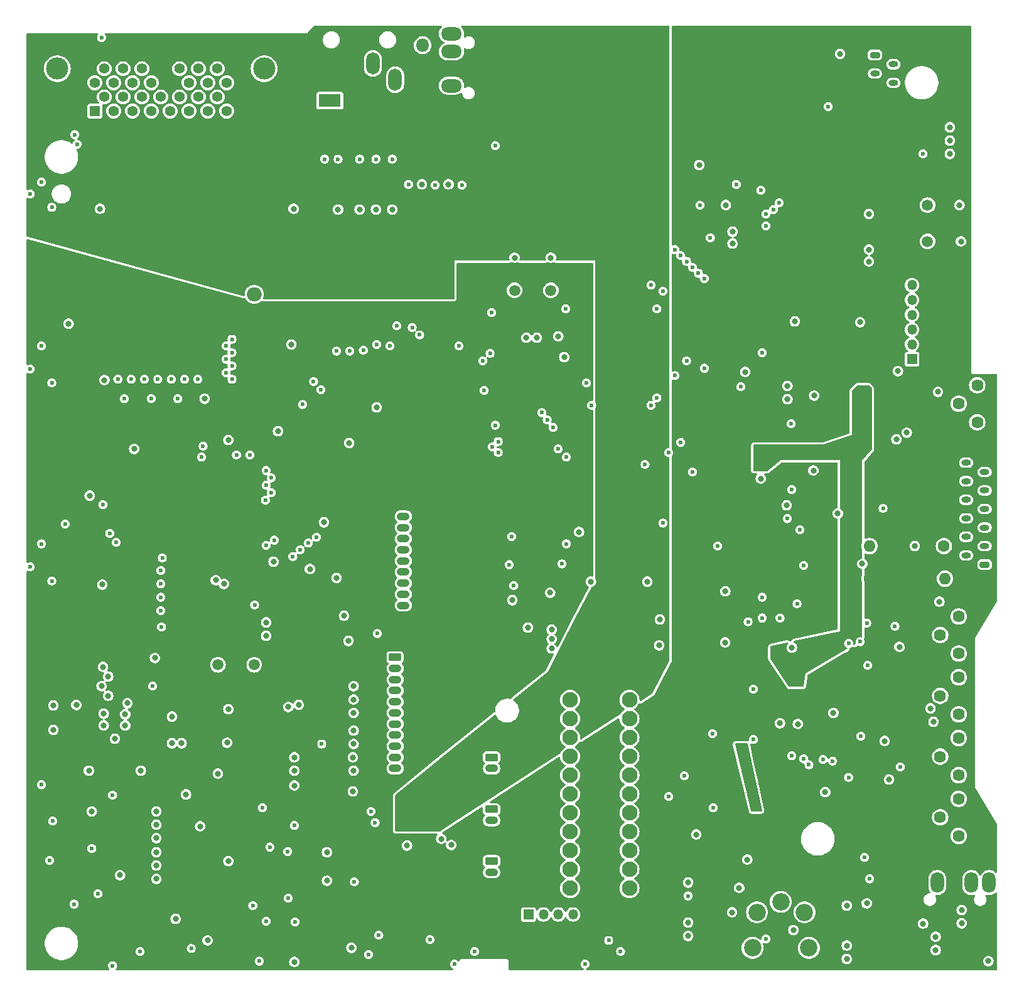
<source format=gbr>
%TF.GenerationSoftware,KiCad,Pcbnew,8.0.9-8.0.9-0~ubuntu24.04.1*%
%TF.CreationDate,2025-02-24T01:21:30+01:00*%
%TF.ProjectId,Main_PCB,4d61696e-5f50-4434-922e-6b696361645f,0.1*%
%TF.SameCoordinates,Original*%
%TF.FileFunction,Copper,L3,Inr*%
%TF.FilePolarity,Positive*%
%FSLAX46Y46*%
G04 Gerber Fmt 4.6, Leading zero omitted, Abs format (unit mm)*
G04 Created by KiCad (PCBNEW 8.0.9-8.0.9-0~ubuntu24.04.1) date 2025-02-24 01:21:30*
%MOMM*%
%LPD*%
G01*
G04 APERTURE LIST*
G04 Aperture macros list*
%AMRoundRect*
0 Rectangle with rounded corners*
0 $1 Rounding radius*
0 $2 $3 $4 $5 $6 $7 $8 $9 X,Y pos of 4 corners*
0 Add a 4 corners polygon primitive as box body*
4,1,4,$2,$3,$4,$5,$6,$7,$8,$9,$2,$3,0*
0 Add four circle primitives for the rounded corners*
1,1,$1+$1,$2,$3*
1,1,$1+$1,$4,$5*
1,1,$1+$1,$6,$7*
1,1,$1+$1,$8,$9*
0 Add four rect primitives between the rounded corners*
20,1,$1+$1,$2,$3,$4,$5,0*
20,1,$1+$1,$4,$5,$6,$7,0*
20,1,$1+$1,$6,$7,$8,$9,0*
20,1,$1+$1,$8,$9,$2,$3,0*%
G04 Aperture macros list end*
%TA.AperFunction,ComponentPad*%
%ADD10C,1.500000*%
%TD*%
%TA.AperFunction,ComponentPad*%
%ADD11C,2.340000*%
%TD*%
%TA.AperFunction,ComponentPad*%
%ADD12R,1.350000X1.350000*%
%TD*%
%TA.AperFunction,ComponentPad*%
%ADD13O,1.350000X1.350000*%
%TD*%
%TA.AperFunction,ComponentPad*%
%ADD14O,2.800000X1.800000*%
%TD*%
%TA.AperFunction,ComponentPad*%
%ADD15RoundRect,0.200000X0.450000X-0.200000X0.450000X0.200000X-0.450000X0.200000X-0.450000X-0.200000X0*%
%TD*%
%TA.AperFunction,ComponentPad*%
%ADD16O,1.300000X0.800000*%
%TD*%
%TA.AperFunction,ComponentPad*%
%ADD17RoundRect,0.250000X0.615000X-0.265000X0.615000X0.265000X-0.615000X0.265000X-0.615000X-0.265000X0*%
%TD*%
%TA.AperFunction,ComponentPad*%
%ADD18O,1.730000X1.030000*%
%TD*%
%TA.AperFunction,ComponentPad*%
%ADD19RoundRect,0.250000X-0.615000X0.265000X-0.615000X-0.265000X0.615000X-0.265000X0.615000X0.265000X0*%
%TD*%
%TA.AperFunction,ComponentPad*%
%ADD20C,1.600000*%
%TD*%
%TA.AperFunction,ComponentPad*%
%ADD21O,1.600000X1.600000*%
%TD*%
%TA.AperFunction,ComponentPad*%
%ADD22C,1.620000*%
%TD*%
%TA.AperFunction,ComponentPad*%
%ADD23R,2.100000X2.100000*%
%TD*%
%TA.AperFunction,ComponentPad*%
%ADD24C,2.100000*%
%TD*%
%TA.AperFunction,ComponentPad*%
%ADD25O,1.800000X2.800000*%
%TD*%
%TA.AperFunction,ComponentPad*%
%ADD26RoundRect,0.200000X-0.450000X0.200000X-0.450000X-0.200000X0.450000X-0.200000X0.450000X0.200000X0*%
%TD*%
%TA.AperFunction,ComponentPad*%
%ADD27R,1.400000X1.400000*%
%TD*%
%TA.AperFunction,ComponentPad*%
%ADD28C,1.400000*%
%TD*%
%TA.AperFunction,ComponentPad*%
%ADD29C,3.000000*%
%TD*%
%TA.AperFunction,ComponentPad*%
%ADD30R,3.000000X1.800000*%
%TD*%
%TA.AperFunction,ComponentPad*%
%ADD31O,1.800000X3.000000*%
%TD*%
%TA.AperFunction,ComponentPad*%
%ADD32R,1.800000X1.800000*%
%TD*%
%TA.AperFunction,ComponentPad*%
%ADD33O,1.800000X1.800000*%
%TD*%
%TA.AperFunction,ComponentPad*%
%ADD34R,2.000000X1.905000*%
%TD*%
%TA.AperFunction,ComponentPad*%
%ADD35O,2.000000X1.905000*%
%TD*%
%TA.AperFunction,ViaPad*%
%ADD36C,0.800000*%
%TD*%
%TA.AperFunction,ViaPad*%
%ADD37C,0.600000*%
%TD*%
G04 APERTURE END LIST*
D10*
%TO.N,Net-(IC106-XTAI)*%
%TO.C,X101*%
X166800000Y-107400000D03*
%TO.N,Net-(IC106-XTAO)*%
X166800000Y-102500000D03*
%TD*%
D11*
%TO.N,Net-(C219-Pad2)*%
%TO.C,RV201*%
X150800000Y-202700000D03*
%TO.N,GND*%
X150200000Y-197900000D03*
%TO.N,/AUDIO/AUDIO_L*%
X147000000Y-196500000D03*
%TO.N,/AUDIO/AUDIO_R*%
X143800000Y-197900000D03*
%TO.N,Net-(C220-Pad2)*%
X143200000Y-202700000D03*
%TD*%
D12*
%TO.N,/Servo and Actuator Drivers/TE*%
%TO.C,P104*%
X113000000Y-198200000D03*
D13*
%TO.N,/Servo and Actuator Drivers/FE*%
X115000000Y-198200000D03*
%TO.N,Net-(P104-Pin_3)*%
X117000000Y-198200000D03*
%TO.N,Net-(P104-Pin_4)*%
X119000000Y-198200000D03*
%TD*%
D10*
%TO.N,Net-(IC108-X1)*%
%TO.C,CF101*%
X111100000Y-114000000D03*
%TO.N,Net-(IC108-X2)*%
X116000000Y-114000000D03*
%TD*%
D14*
%TO.N,/AUDIO/LINEOUT_R*%
%TO.C,JK101*%
X102600000Y-81800000D03*
%TO.N,GND*%
X102600000Y-79400000D03*
%TO.N,/AUDIO/LINEOUT_L*%
X102600000Y-86400000D03*
%TD*%
D15*
%TO.N,GND*%
%TO.C,CN102*%
X174500000Y-151000000D03*
D16*
%TO.N,Net-(CN102-Pin_2)*%
X172000000Y-149750000D03*
%TO.N,Net-(CN102-Pin_3)*%
X174500000Y-148500000D03*
%TO.N,GND*%
X172000000Y-147250000D03*
%TO.N,Net-(CN102-Pin_5)*%
X174500000Y-146000000D03*
%TO.N,Net-(CN102-Pin_6)*%
X172000000Y-144750000D03*
%TO.N,Net-(CN102-Pin_7)*%
X174500000Y-143500000D03*
%TO.N,GND*%
X172000000Y-142250000D03*
%TO.N,/RF AMP/B+D*%
X174500000Y-141000000D03*
%TO.N,/RF AMP/A+C*%
X172000000Y-139750000D03*
X174500000Y-138500000D03*
%TO.N,/RF AMP/B+D*%
X172000000Y-137250000D03*
%TD*%
D12*
%TO.N,/VC*%
%TO.C,P103*%
X164700000Y-123300000D03*
D13*
%TO.N,Net-(P103-Pin_2)*%
X164700000Y-121300000D03*
%TO.N,Net-(IC101-TE)*%
X164700000Y-119300000D03*
%TO.N,GND*%
X164700000Y-117300000D03*
%TO.N,/RF AMP/RFO*%
X164700000Y-115300000D03*
%TO.N,/DSP/PCLK*%
X164700000Y-113300000D03*
%TD*%
D17*
%TO.N,+5V*%
%TO.C,P101*%
X96100000Y-158000000D03*
D18*
%TO.N,GND*%
X96100000Y-156500000D03*
%TO.N,/PD7*%
X96100000Y-155000000D03*
%TO.N,/PD6*%
X96100000Y-153500000D03*
%TO.N,/PD5*%
X96100000Y-152000000D03*
%TO.N,/PD4*%
X96100000Y-150500000D03*
%TO.N,/PD3*%
X96100000Y-149000000D03*
%TO.N,/PD2*%
X96100000Y-147500000D03*
%TO.N,/PD1*%
X96100000Y-146000000D03*
%TO.N,/PD0*%
X96100000Y-144500000D03*
%TD*%
D19*
%TO.N,Net-(P105-Pin_1)*%
%TO.C,P105*%
X108000000Y-184000000D03*
D18*
%TO.N,/MCU/PLAY_PAUSE*%
X108000000Y-185500000D03*
%TD*%
D20*
%TO.N,Net-(CN102-Pin_3)*%
%TO.C,L101*%
X169000000Y-148500000D03*
D21*
%TO.N,Net-(Q101-C)*%
X159000000Y-148500000D03*
%TD*%
D20*
%TO.N,+5V*%
%TO.C,R101*%
X159000000Y-152900000D03*
D21*
%TO.N,Net-(Q101-E)*%
X169160000Y-152900000D03*
%TD*%
D19*
%TO.N,/SPL_MOTOR_BLACK*%
%TO.C,P102*%
X95000000Y-163500000D03*
D18*
%TO.N,/SPL_MOTOR_RED*%
X95000000Y-165000000D03*
%TO.N,/~{MRST}*%
X95000000Y-166500000D03*
%TO.N,/MCU/DIGIT1_EN*%
X95000000Y-168000000D03*
%TO.N,/MCU/DIGIT2_EN*%
X95000000Y-169500000D03*
%TO.N,/MCU/RS_EN*%
X95000000Y-171000000D03*
%TO.N,/MCU/DISP_LATCH*%
X95000000Y-172500000D03*
%TO.N,/MCU/PLAY_PAUSE*%
X95000000Y-174000000D03*
%TO.N,/MCU/FS_RS*%
X95000000Y-175500000D03*
%TO.N,Net-(P102-Pin_10)*%
X95000000Y-177000000D03*
%TO.N,/MCU/STOP*%
X95000000Y-178500000D03*
%TD*%
D22*
%TO.N,Net-(R105-Pad2)*%
%TO.C,VR102*%
X171000000Y-158000000D03*
%TO.N,Net-(IC101-FEBIAS)*%
X168500000Y-160500000D03*
%TO.N,Net-(R106-Pad1)*%
X171000000Y-163000000D03*
%TD*%
D19*
%TO.N,Net-(P106-Pin_1)*%
%TO.C,P106*%
X108000000Y-191000000D03*
D18*
%TO.N,Net-(P106-Pin_2)*%
X108000000Y-192500000D03*
%TD*%
D22*
%TO.N,Net-(R127-Pad1)*%
%TO.C,VR105*%
X171000000Y-166200000D03*
%TO.N,Net-(IC102-3.5V)*%
X168500000Y-168700000D03*
X171000000Y-171200000D03*
%TD*%
%TO.N,Net-(R104-Pad2)*%
%TO.C,VR101*%
X173500000Y-126800000D03*
%TO.N,Net-(IC101-E1)*%
X171000000Y-129300000D03*
%TO.N,Net-(IC101-E0)*%
X173500000Y-131800000D03*
%TD*%
D23*
%TO.N,+9V*%
%TO.C,IC105*%
X126600000Y-166700000D03*
D24*
%TO.N,Net-(CN101-Pin_4)*%
X126600000Y-169240000D03*
%TO.N,Net-(CN101-Pin_1)*%
X126600000Y-171780000D03*
%TO.N,Net-(CN101-Pin_4)*%
X126600000Y-174320000D03*
%TO.N,Net-(IC105-Pad5)*%
X126600000Y-176860000D03*
%TO.N,/Servo and Actuator Drivers/VSUP{slash}2*%
X126600000Y-179400000D03*
%TO.N,unconnected-(IC105-MUTE-Pad7)*%
X126600000Y-181940000D03*
%TO.N,Net-(IC105-Pad8)*%
X126600000Y-184480000D03*
%TO.N,Net-(CN101-Pin_3)*%
X126600000Y-187020000D03*
%TO.N,Net-(CN101-Pin_2)*%
X126600000Y-189560000D03*
%TO.N,Net-(CN101-Pin_3)*%
X126600000Y-192100000D03*
%TO.N,GND*%
X126600000Y-194640000D03*
%TD*%
D25*
%TO.N,Net-(Q209-C)*%
%TO.C,JK102*%
X172700000Y-193900000D03*
%TO.N,GND*%
X175100000Y-193900000D03*
%TO.N,Net-(Q208-C)*%
X168100000Y-193900000D03*
%TD*%
D26*
%TO.N,Net-(CN101-Pin_1)*%
%TO.C,CN101*%
X159700000Y-82250000D03*
D16*
%TO.N,Net-(CN101-Pin_2)*%
X162200000Y-83500000D03*
%TO.N,Net-(CN101-Pin_3)*%
X159700000Y-84750000D03*
%TO.N,Net-(CN101-Pin_4)*%
X162200000Y-86000000D03*
%TD*%
D27*
%TO.N,/SCSI/SCSI_D7*%
%TO.C,JK104*%
X54500000Y-89810000D03*
D28*
%TO.N,/SCSI/~{SCSI_RST}*%
X55770000Y-87905000D03*
%TO.N,/SCSI/SCSI_D6*%
X57040000Y-89810000D03*
%TO.N,Net-(JK104B-~{SCSI_SEL})*%
X58310000Y-87905000D03*
%TO.N,/SCSI/SCSI_D5*%
X59580000Y-89810000D03*
%TO.N,Net-(JK104B-SFSY)*%
X60850000Y-87905000D03*
%TO.N,/SCSI/SCSI_D4*%
X62120000Y-89810000D03*
%TO.N,Net-(JK104B-I2S_LRCK)*%
X63390000Y-87905000D03*
%TO.N,/SCSI/SCSI_D3*%
X64660000Y-89810000D03*
%TO.N,Net-(JK104B-I2S_DAT)*%
X65930000Y-87905000D03*
%TO.N,/SCSI/SCSI_D2*%
X67200000Y-89810000D03*
%TO.N,Net-(JK104B-PW)*%
X68470000Y-87905000D03*
%TO.N,/SCSI/SCSI_D1*%
X69740000Y-89810000D03*
%TO.N,Net-(JK104B-SBCK)*%
X71010000Y-87905000D03*
%TO.N,/SCSI/SCSI_D0*%
X72280000Y-89810000D03*
%TO.N,Net-(JK104C-~{SCSI_ACK})*%
X54500000Y-86000000D03*
%TO.N,Net-(JK104D-~{SCSI_REQ})*%
X55770000Y-84095000D03*
%TO.N,Net-(JK104C-I2S_SCLK)*%
X57040000Y-86000000D03*
%TO.N,Net-(JK104D-SBSY)*%
X58310000Y-84095000D03*
%TO.N,Net-(JK104C-~{SCSI_CD})*%
X59580000Y-86000000D03*
%TO.N,Net-(JK104D-~{SCSI_MSG})*%
X60850000Y-84095000D03*
%TO.N,Net-(JK104C-~{SCSI_BSY})*%
X62120000Y-86000000D03*
%TO.N,+9V*%
X63390000Y-84095000D03*
X64660000Y-86000000D03*
%TO.N,/AUDIO/LINEOUT_R*%
X65930000Y-84095000D03*
%TO.N,GND*%
X67200000Y-86000000D03*
%TO.N,/AUDIO/LINEOUT_L*%
X68470000Y-84095000D03*
%TO.N,GND*%
X69740000Y-86000000D03*
X71010000Y-84095000D03*
%TO.N,Net-(JK104C-~{SCSI_IO})*%
X72280000Y-86000000D03*
D29*
%TO.N,GND*%
X49440000Y-84095000D03*
X77340000Y-84095000D03*
%TD*%
D30*
%TO.N,GND*%
%TO.C,JK103*%
X86200000Y-88400000D03*
D31*
%TO.N,Net-(D301-A)*%
X92000000Y-83400000D03*
X95000000Y-85600000D03*
%TD*%
D23*
%TO.N,+9V*%
%TO.C,IC104*%
X118600000Y-166700000D03*
D24*
%TO.N,/SPL_MOTOR_RED*%
X118600000Y-169240000D03*
%TO.N,/SPL_MOTOR_BLACK*%
X118600000Y-171780000D03*
%TO.N,/SPL_MOTOR_RED*%
X118600000Y-174320000D03*
%TO.N,Net-(IC104-Pad5)*%
X118600000Y-176860000D03*
%TO.N,/Servo and Actuator Drivers/VSUP{slash}2*%
X118600000Y-179400000D03*
%TO.N,unconnected-(IC104-MUTE-Pad7)*%
X118600000Y-181940000D03*
%TO.N,Net-(IC104-Pad8)*%
X118600000Y-184480000D03*
%TO.N,Net-(P106-Pin_2)*%
X118600000Y-187020000D03*
%TO.N,Net-(P106-Pin_1)*%
X118600000Y-189560000D03*
%TO.N,Net-(P106-Pin_2)*%
X118600000Y-192100000D03*
%TO.N,GND*%
X118600000Y-194640000D03*
%TD*%
D32*
%TO.N,+9V*%
%TO.C,D301*%
X98700000Y-91100000D03*
D33*
%TO.N,Net-(D301-A)*%
X98700000Y-80940000D03*
%TD*%
D34*
%TO.N,+9V*%
%TO.C,IC301*%
X76000000Y-112000000D03*
D35*
%TO.N,GND*%
X76000000Y-114540000D03*
%TO.N,+5V*%
X76000000Y-117080000D03*
%TD*%
D22*
%TO.N,/VC*%
%TO.C,VR103*%
X171000000Y-174400000D03*
%TO.N,/Servo and Actuator Drivers/TE*%
X168500000Y-176900000D03*
%TO.N,Net-(C112-Pad2)*%
X171000000Y-179400000D03*
%TD*%
D10*
%TO.N,GND*%
%TO.C,CF102*%
X71100000Y-164500000D03*
%TO.N,Net-(Q104-B)*%
X76000000Y-164500000D03*
%TD*%
D22*
%TO.N,/VC*%
%TO.C,VR104*%
X171000000Y-182600000D03*
%TO.N,/Servo and Actuator Drivers/FE*%
X168500000Y-185100000D03*
%TO.N,Net-(C111-Pad2)*%
X171000000Y-187600000D03*
%TD*%
D19*
%TO.N,Net-(P102-Pin_10)*%
%TO.C,P107*%
X108000000Y-177000000D03*
D18*
%TO.N,Net-(P107-Pin_2)*%
X108000000Y-178500000D03*
%TD*%
D36*
%TO.N,GND*%
X169800000Y-95600000D03*
D37*
%TO.N,/MODE_SELECT*%
X166200000Y-95600000D03*
D36*
%TO.N,GND*%
X92500000Y-129800000D03*
%TO.N,+5V*%
X92500000Y-126100000D03*
%TO.N,Net-(CN101-Pin_4)*%
X155000000Y-82100000D03*
%TO.N,GND*%
X66800000Y-182000000D03*
X85400000Y-145300000D03*
X62800000Y-191600000D03*
D37*
X51700000Y-196800000D03*
D36*
X141400000Y-194600000D03*
X110800000Y-155800000D03*
X148500000Y-162200000D03*
D37*
X45800000Y-151300000D03*
X62100000Y-128600000D03*
D36*
X139525000Y-154600000D03*
X87100000Y-152800000D03*
X151400000Y-138300000D03*
X89400000Y-169200000D03*
X135600000Y-187400000D03*
X55600000Y-164800000D03*
X102550000Y-188837500D03*
D37*
X48700000Y-126500000D03*
D36*
X82000000Y-169900000D03*
X83500000Y-151600000D03*
X72500000Y-170500000D03*
X155900000Y-204200000D03*
X139600000Y-102500000D03*
X77600000Y-158800000D03*
X162800000Y-124900000D03*
X112700000Y-120400000D03*
X147900000Y-126900000D03*
D37*
X48700000Y-153200000D03*
X47300000Y-148200000D03*
D36*
X89400000Y-171000000D03*
X171100000Y-102500000D03*
X119800000Y-146600000D03*
X64900000Y-171500000D03*
D37*
X125400000Y-203200000D03*
D36*
X116100000Y-159765000D03*
X169800000Y-92000000D03*
X55500000Y-153700000D03*
X151500000Y-128200000D03*
D37*
X77600000Y-199100000D03*
D36*
X154100000Y-171000000D03*
X148900000Y-118200000D03*
D37*
X47300000Y-180700000D03*
D36*
X167900000Y-203000000D03*
X130700000Y-158400000D03*
D37*
X58500000Y-128625000D03*
D36*
X85800000Y-189800000D03*
X53700000Y-178800000D03*
X53800000Y-141700000D03*
X146900000Y-172400000D03*
X163000000Y-162100000D03*
X158900000Y-103700000D03*
D37*
X99700000Y-201600000D03*
D36*
X158600000Y-196700000D03*
X48900000Y-170000000D03*
X88700000Y-161300000D03*
X60700000Y-178800000D03*
X171400000Y-199400000D03*
X62800000Y-186100000D03*
X117800000Y-123000000D03*
D37*
X48800000Y-185600000D03*
D36*
X69300000Y-128625000D03*
X144300000Y-139400000D03*
X158900000Y-110100000D03*
X89300000Y-181600000D03*
X168400000Y-156000000D03*
D37*
X60600000Y-203200000D03*
D36*
X68700000Y-186300000D03*
D37*
X80600000Y-196000000D03*
D36*
X89400000Y-173400000D03*
X71900000Y-153600000D03*
D37*
X120600000Y-204900000D03*
D36*
X81400000Y-180800000D03*
X114100000Y-120400000D03*
X115900000Y-154800000D03*
X89400000Y-175200000D03*
X81000000Y-121300000D03*
X167900000Y-201200000D03*
X54095000Y-184305000D03*
X94600000Y-103100000D03*
X169800000Y-93800000D03*
X167600000Y-172200000D03*
X117000000Y-120200000D03*
X154700000Y-144100000D03*
D37*
X47300000Y-121500000D03*
D36*
X149300000Y-172500000D03*
X161000000Y-174800000D03*
X55200000Y-103000000D03*
D37*
X123800000Y-201700000D03*
D36*
X98600000Y-99700000D03*
X136000000Y-97100000D03*
X62800000Y-193400000D03*
X89400000Y-178800000D03*
D37*
X105700000Y-203200000D03*
D36*
X155900000Y-202400000D03*
X167200000Y-170400000D03*
D37*
X78100000Y-189100000D03*
D36*
X80600000Y-170200000D03*
X161600000Y-180000000D03*
X88100000Y-157900000D03*
D37*
X103000000Y-204900000D03*
D36*
X175000000Y-204500000D03*
X158900000Y-108500000D03*
X134500000Y-201100000D03*
X65400000Y-198800000D03*
X134500000Y-199300000D03*
X116000000Y-109600000D03*
X87300000Y-103100000D03*
X92400000Y-103100000D03*
D37*
X45800000Y-124600000D03*
X45800000Y-101000000D03*
D36*
X147800000Y-143000000D03*
X171300000Y-107400000D03*
D37*
X52100000Y-94300000D03*
D36*
X56300000Y-168700000D03*
X88800000Y-134600000D03*
D37*
X65700000Y-128625000D03*
D36*
X171400000Y-197600000D03*
X72500000Y-134200000D03*
D37*
X47300000Y-99400000D03*
X80500000Y-189700000D03*
D36*
X89400000Y-167400000D03*
D37*
X48400000Y-190900000D03*
D36*
X85800000Y-193650000D03*
X48900000Y-173300000D03*
X79200000Y-133000000D03*
X81300000Y-103000000D03*
X69700000Y-201700000D03*
X77600000Y-160600000D03*
X153000000Y-181700000D03*
X78600000Y-150600000D03*
X140500000Y-107700000D03*
D37*
X67500000Y-202800000D03*
X54900000Y-195400000D03*
D36*
X90200000Y-103100000D03*
X70800000Y-153100000D03*
X81400000Y-177000000D03*
D37*
X48700000Y-102800000D03*
D36*
X89100000Y-202700000D03*
X59800000Y-135400000D03*
X147900000Y-128700000D03*
X55800000Y-126100000D03*
X155900000Y-197000000D03*
X56300000Y-166100000D03*
D37*
X56900000Y-205100000D03*
D36*
X166200000Y-199437500D03*
X142200000Y-125000000D03*
X112900000Y-159500000D03*
D37*
X92800000Y-201000000D03*
D36*
X58900000Y-169700000D03*
X71100000Y-179200000D03*
X55700000Y-171100000D03*
X134500000Y-193900000D03*
X165062500Y-148500000D03*
X157700000Y-118300000D03*
X102200000Y-99700000D03*
X116100000Y-162305000D03*
D37*
X76700000Y-204500000D03*
D36*
X81400000Y-204600000D03*
D37*
X145000000Y-201500000D03*
D36*
X140500000Y-106100000D03*
X62800000Y-184300000D03*
X55700000Y-172700000D03*
X50962500Y-118500000D03*
X116100000Y-161035000D03*
X111100000Y-109600000D03*
X81400000Y-178800000D03*
%TO.N,Net-(CN102-Pin_6)*%
X164000000Y-133200000D03*
%TO.N,Net-(CN102-Pin_5)*%
X162600000Y-134100000D03*
D37*
%TO.N,/MCU/DIGIT1_EN*%
X116300000Y-132500000D03*
%TO.N,/~{WR}*%
X107000000Y-127500000D03*
%TO.N,/PF5*%
X108500000Y-132200000D03*
D36*
%TO.N,+5VA*%
X62600000Y-163600000D03*
X62800000Y-189800000D03*
X58600000Y-171200000D03*
X64900000Y-175100000D03*
X62800000Y-187900000D03*
X66200000Y-175100000D03*
X55400000Y-167400000D03*
X58600000Y-172700000D03*
D37*
%TO.N,/I2S_WDLK*%
X108500000Y-94500000D03*
X92600000Y-160300000D03*
X62300000Y-167395000D03*
D36*
%TO.N,Net-(IC201-VREFL1)*%
X52000000Y-169935000D03*
%TO.N,Net-(IC201-VREFH1)*%
X57200000Y-174500000D03*
D37*
%TO.N,/~{I2S_SCLK}*%
X76050000Y-156450000D03*
X95200000Y-118800000D03*
%TO.N,/I2S_LRCK*%
X98300000Y-120000000D03*
X78700000Y-147700000D03*
%TO.N,/I2S_DAT*%
X97300000Y-119000000D03*
X77600000Y-148400000D03*
D36*
%TO.N,+5V*%
X118000000Y-111400000D03*
X84300000Y-161200000D03*
X88700000Y-151600000D03*
X81100000Y-133100000D03*
X145500000Y-167700000D03*
X120900000Y-112900000D03*
X71200000Y-177700000D03*
X53800000Y-151900000D03*
D37*
X89800000Y-124800000D03*
D36*
X162800000Y-171100000D03*
X147200000Y-181700000D03*
X166200000Y-92000000D03*
X74800000Y-151600000D03*
X115200000Y-146200000D03*
X158700000Y-106300000D03*
X167300000Y-143500000D03*
X79300000Y-151900000D03*
X80600000Y-168400000D03*
X111000000Y-127500000D03*
D37*
X86200000Y-124800000D03*
D36*
X88800000Y-133300000D03*
X154653553Y-127153553D03*
X166500000Y-163000000D03*
X103000000Y-124500000D03*
X52237500Y-129550000D03*
X148800000Y-116700000D03*
X158200000Y-180000000D03*
X107100000Y-125100000D03*
X114200000Y-144500000D03*
X68400000Y-178300000D03*
X52000000Y-153700000D03*
X154800000Y-181700000D03*
X74400000Y-129500000D03*
X149100000Y-148600000D03*
X96100000Y-125700000D03*
X115300000Y-150000000D03*
X53800000Y-149300000D03*
X76600000Y-121200000D03*
X151400000Y-144700000D03*
X72600000Y-151200000D03*
X78400000Y-162600000D03*
X85500000Y-129800000D03*
X144800000Y-169800000D03*
X108500000Y-154900000D03*
X145400000Y-181700000D03*
X151200000Y-98000000D03*
X141025000Y-154600000D03*
X82800000Y-133200000D03*
X153700000Y-158200000D03*
X116100000Y-146600000D03*
X117900000Y-127400000D03*
X84500000Y-157900000D03*
X51100000Y-122450000D03*
X113000000Y-144800000D03*
D37*
X93400000Y-124800000D03*
D36*
X152100000Y-118300000D03*
X69100000Y-133600000D03*
X119500000Y-140500000D03*
X149000000Y-181700000D03*
X85500000Y-155300000D03*
X164600000Y-124900000D03*
X166200000Y-93800000D03*
X81400000Y-175200000D03*
D37*
%TO.N,/AUDIO/LINEOUT_R*%
X51800000Y-93000000D03*
%TO.N,/AUDIO/LINEOUT_L*%
X55400000Y-79900000D03*
%TO.N,/~{MRST}*%
X84400000Y-147300000D03*
X118000000Y-116500000D03*
%TO.N,/MCU/FS_RS*%
X107800000Y-122500000D03*
%TO.N,/MCU/PLAY_PAUSE*%
X106800000Y-123500000D03*
%TO.N,/AUDIO_EN*%
X117000000Y-135400000D03*
X117500000Y-150900000D03*
%TO.N,/MCU/STOP*%
X108000000Y-117000000D03*
%TO.N,Net-(Q102-C)*%
X157800000Y-174150000D03*
X141600000Y-127000000D03*
%TO.N,Net-(Q103-B)*%
X131900000Y-135900000D03*
X137900000Y-183800000D03*
%TO.N,Net-(IC108-PC3{slash}~{INT2})*%
X120800000Y-126500000D03*
X85100000Y-175200000D03*
%TO.N,/MCU/DIGIT2_EN*%
X115500000Y-131500000D03*
%TO.N,Net-(Q203-C)*%
X110700000Y-147200000D03*
X91725000Y-184300000D03*
X91400000Y-203600000D03*
%TO.N,Net-(D203-A)*%
X92300000Y-185800000D03*
X89500000Y-193800000D03*
X110400000Y-151000000D03*
%TO.N,/MUTG*%
X129500000Y-129500000D03*
X121500000Y-129500000D03*
X129500000Y-113300000D03*
X111000000Y-153850000D03*
D36*
%TO.N,+9V*%
X121000000Y-158400000D03*
X96600000Y-185100000D03*
X71100000Y-105500000D03*
X71000000Y-110700000D03*
X65500000Y-105400000D03*
X65500000Y-100800000D03*
X71000000Y-108200000D03*
X65500000Y-109300000D03*
X116200000Y-166400000D03*
X73600000Y-108200000D03*
X99400000Y-184700000D03*
X128900000Y-158300000D03*
X73600000Y-110700000D03*
X71100000Y-100800000D03*
%TO.N,Net-(Q305-B)*%
X96600000Y-188900000D03*
%TO.N,+9VA*%
X101200000Y-188000000D03*
X140425000Y-197900000D03*
X57900000Y-192900000D03*
X142500000Y-190795000D03*
X72500000Y-191000000D03*
X148700000Y-200300000D03*
%TO.N,Net-(Q307-B)*%
X72332500Y-175032500D03*
D37*
%TO.N,/RF AMP/RFO*%
X160800000Y-143425000D03*
D36*
%TO.N,/VC*%
X143600000Y-183400000D03*
X139500000Y-161500000D03*
X146600000Y-162800000D03*
X154700000Y-135600000D03*
X144200000Y-135800000D03*
X148800000Y-166500000D03*
X144300000Y-137600000D03*
X141800000Y-175900000D03*
X157800000Y-134500000D03*
X158000000Y-128200000D03*
X168200000Y-127700000D03*
D37*
%TO.N,/DSP/ASY*%
X146000000Y-103100000D03*
X147900000Y-144800000D03*
%TO.N,Net-(C111-Pad2)*%
X142600000Y-158700000D03*
%TO.N,Net-(P104-Pin_3)*%
X131900000Y-182300000D03*
%TO.N,Net-(P104-Pin_4)*%
X134000000Y-179500000D03*
%TO.N,Net-(IC102-SL+)*%
X143300000Y-174600000D03*
%TO.N,Net-(C122-Pad2)*%
X137800000Y-173800000D03*
%TO.N,/MLT*%
X154000000Y-177500000D03*
X133500000Y-134500000D03*
X133500000Y-109300000D03*
%TO.N,/XRST*%
X135100000Y-138500000D03*
X150800000Y-178000000D03*
X135100000Y-110900000D03*
%TO.N,/PDO*%
X163100000Y-178300000D03*
X137500000Y-106900000D03*
%TO.N,/VCOI*%
X162400000Y-159300000D03*
X145000000Y-105300000D03*
%TO.N,Net-(IC102-FSW)*%
X156150000Y-161650000D03*
X136100000Y-102500000D03*
%TO.N,/MCU/RS_EN*%
X114800000Y-130500000D03*
D36*
%TO.N,/Servo and Actuator Drivers/VSUP{slash}2*%
X129000000Y-153300000D03*
X130600000Y-161900000D03*
X121400000Y-153300000D03*
%TO.N,/MCU/REPEAT*%
X89300000Y-177000000D03*
D37*
X103600000Y-121500000D03*
%TO.N,/~{DEMP}*%
X118100000Y-136500000D03*
X118100000Y-148200000D03*
%TO.N,Net-(IC107-~{WE})*%
X63500000Y-159400000D03*
X77500000Y-142300000D03*
%TO.N,/SCSI/MA9*%
X63400000Y-151800000D03*
X56500000Y-146775000D03*
X77600000Y-138300000D03*
%TO.N,/SCSI/MA10*%
X78300000Y-139300000D03*
X55600000Y-142900000D03*
X63400000Y-153600000D03*
%TO.N,/SCSI/MA11*%
X50500000Y-145505000D03*
X63400000Y-155400000D03*
X77600000Y-140300000D03*
%TO.N,/SCSI/MA12*%
X78300000Y-141300000D03*
X63400000Y-157200000D03*
%TO.N,/SCSI/~{SCSI_IO}*%
X69100000Y-135000000D03*
X82500000Y-129400000D03*
%TO.N,/SCSI/~{SCSI_CD}*%
X90700000Y-122100000D03*
X73600000Y-136200000D03*
%TO.N,/SCSI/~{SCSI_MSG}*%
X88900000Y-122200000D03*
X75400000Y-136200000D03*
%TO.N,/SCSI/~{SCSI_BSY}*%
X68900000Y-136500000D03*
X87100000Y-122200000D03*
%TO.N,/SCSI/SCSI_D7*%
X73000000Y-120600000D03*
X57600000Y-126000000D03*
%TO.N,/SCSI/SCSI_D6*%
X72200000Y-121500000D03*
X59400000Y-126000000D03*
%TO.N,/SCSI/SCSI_D5*%
X61200000Y-126000000D03*
X73000000Y-122400000D03*
%TO.N,/SCSI/SCSI_D4*%
X72200000Y-123300000D03*
X63000000Y-126000000D03*
%TO.N,/SCSI/SCSI_D3*%
X64800000Y-126000000D03*
X73000000Y-124200000D03*
%TO.N,/SCSI/SCSI_D2*%
X66600000Y-126000000D03*
X72200000Y-125100000D03*
%TO.N,/SCSI/SCSI_D1*%
X73000000Y-126000000D03*
X68400000Y-126000000D03*
%TO.N,/SCSI/~{SCSI_ACK}*%
X84000000Y-126300000D03*
X94300000Y-121500000D03*
%TO.N,/SCSI/~{SCSI_REQ}*%
X85000000Y-127400000D03*
X92500000Y-121300000D03*
%TO.N,Net-(IC101-TE)*%
X148400000Y-132000000D03*
%TO.N,Net-(C112-Pad2)*%
X144500000Y-155400000D03*
%TO.N,Net-(IC101-~{LDON})*%
X138500000Y-148500000D03*
X149200000Y-156300000D03*
%TO.N,Net-(IC202B-+)*%
X54100000Y-189300000D03*
X56900000Y-182100000D03*
%TO.N,Net-(C213-Pad1)*%
X77100000Y-183800000D03*
%TO.N,Net-(C214-Pad1)*%
X75800000Y-197000000D03*
%TO.N,Net-(C215-Pad2)*%
X81500000Y-199200000D03*
%TO.N,Net-(C216-Pad2)*%
X81400000Y-186200000D03*
%TO.N,Net-(C226-Pad1)*%
X159000000Y-193400000D03*
%TO.N,Net-(C225-Pad1)*%
X158300000Y-190500000D03*
%TO.N,/DSP/PCLK*%
X153400000Y-89200000D03*
%TO.N,Net-(JK104C-I2S_SCLK)*%
X90200000Y-96300000D03*
%TO.N,Net-(JK104B-SBCK)*%
X104000000Y-99800000D03*
%TO.N,Net-(JK104B-I2S_DAT)*%
X92400000Y-96300000D03*
%TO.N,Net-(JK104B-I2S_LRCK)*%
X94600000Y-96300000D03*
%TO.N,Net-(JK104B-PW)*%
X100400000Y-99800000D03*
%TO.N,Net-(JK104D-SBSY)*%
X96800000Y-99700000D03*
%TO.N,Net-(JK104B-~{SCSI_SEL})*%
X85500000Y-96300000D03*
%TO.N,Net-(JK104B-SFSY)*%
X87300000Y-96300000D03*
D36*
%TO.N,Net-(IC101-LD)*%
X158000000Y-150900000D03*
D37*
%TO.N,Net-(IC102-SRCH)*%
X143300000Y-167800000D03*
%TO.N,Net-(C220-Pad1)*%
X134500000Y-195700000D03*
%TO.N,/FOK*%
X150100000Y-151100000D03*
X144500000Y-122400000D03*
%TO.N,/DSP/EFM*%
X148480000Y-140880000D03*
X146800000Y-102200000D03*
%TO.N,/LOCK*%
X145000000Y-103700000D03*
X158600000Y-158900000D03*
%TO.N,/MDAT*%
X152700000Y-177300000D03*
X134300000Y-110100000D03*
X134300000Y-123500000D03*
%TO.N,/MDP*%
X158700000Y-164600000D03*
X144300000Y-100500000D03*
%TO.N,/MCK*%
X132700000Y-108500000D03*
X132700000Y-125500000D03*
X156150000Y-179700000D03*
%TO.N,/CNIN*%
X135900000Y-111700000D03*
X150100000Y-177200000D03*
%TO.N,/Servo and Actuator Drivers/TE*%
X146900000Y-158200000D03*
%TO.N,/MON*%
X157700000Y-161400000D03*
X141000000Y-99700000D03*
%TO.N,/Servo and Actuator Drivers/FE*%
X144500000Y-158200000D03*
%TO.N,/SENS*%
X148500000Y-176800000D03*
X136700000Y-124500000D03*
X136700000Y-112400000D03*
%TO.N,/MODE_SELECT*%
X128700000Y-137500000D03*
%TO.N,/CRCF*%
X131100000Y-114100000D03*
X131100000Y-145400000D03*
%TO.N,/SUBQ*%
X130300000Y-116500000D03*
X130300000Y-128500000D03*
%TO.N,/PA1*%
X108100000Y-135100000D03*
X82200000Y-149000000D03*
%TO.N,/PA0*%
X81200000Y-149900000D03*
X108900000Y-135900000D03*
%TO.N,/PA2*%
X108900000Y-134400000D03*
X83300000Y-148100000D03*
%TO.N,/SCSI/MA8*%
X63600000Y-150100000D03*
X57400000Y-148000000D03*
%TO.N,Net-(P103-Pin_2)*%
X149600000Y-146300000D03*
%TD*%
%TA.AperFunction,Conductor*%
%TO.N,+9V*%
G36*
X101269414Y-78320185D02*
G01*
X101315169Y-78372989D01*
X101325113Y-78442147D01*
X101296088Y-78505703D01*
X101290056Y-78512181D01*
X101184312Y-78617924D01*
X101184312Y-78617925D01*
X101184310Y-78617927D01*
X101136610Y-78683579D01*
X101073240Y-78770800D01*
X100987454Y-78939163D01*
X100929059Y-79118881D01*
X100899500Y-79305513D01*
X100899500Y-79494486D01*
X100929059Y-79681118D01*
X100987454Y-79860836D01*
X101073240Y-80029199D01*
X101184310Y-80182073D01*
X101317927Y-80315690D01*
X101470801Y-80426760D01*
X101517095Y-80450348D01*
X101593964Y-80489515D01*
X101644760Y-80537490D01*
X101661555Y-80605311D01*
X101639017Y-80671446D01*
X101593964Y-80710485D01*
X101470800Y-80773240D01*
X101429848Y-80802994D01*
X101317927Y-80884310D01*
X101317925Y-80884312D01*
X101317924Y-80884312D01*
X101184312Y-81017924D01*
X101184312Y-81017925D01*
X101184310Y-81017927D01*
X101140989Y-81077553D01*
X101073240Y-81170800D01*
X100987454Y-81339163D01*
X100929059Y-81518881D01*
X100899500Y-81705513D01*
X100899500Y-81894486D01*
X100929059Y-82081118D01*
X100987454Y-82260836D01*
X101027367Y-82339168D01*
X101073240Y-82429199D01*
X101184310Y-82582073D01*
X101317927Y-82715690D01*
X101470801Y-82826760D01*
X101549600Y-82866910D01*
X101639163Y-82912545D01*
X101639165Y-82912545D01*
X101639168Y-82912547D01*
X101735497Y-82943846D01*
X101818881Y-82970940D01*
X102005514Y-83000500D01*
X102005519Y-83000500D01*
X103194486Y-83000500D01*
X103381118Y-82970940D01*
X103560832Y-82912547D01*
X103729199Y-82826760D01*
X103882073Y-82715690D01*
X104015690Y-82582073D01*
X104126760Y-82429199D01*
X104212547Y-82260832D01*
X104270940Y-82081118D01*
X104300500Y-81894486D01*
X104300500Y-81705513D01*
X104270940Y-81518881D01*
X104250160Y-81454929D01*
X104248164Y-81385088D01*
X104284244Y-81325255D01*
X104346945Y-81294426D01*
X104416359Y-81302390D01*
X104436977Y-81313505D01*
X104497137Y-81353703D01*
X104651918Y-81417816D01*
X104816228Y-81450499D01*
X104816232Y-81450500D01*
X104816233Y-81450500D01*
X104983768Y-81450500D01*
X104983769Y-81450499D01*
X105148082Y-81417816D01*
X105302863Y-81353703D01*
X105442162Y-81260626D01*
X105560626Y-81142162D01*
X105653703Y-81002863D01*
X105717816Y-80848082D01*
X105750500Y-80683767D01*
X105750500Y-80516233D01*
X105717816Y-80351918D01*
X105653703Y-80197137D01*
X105595111Y-80109448D01*
X105560626Y-80057837D01*
X105442162Y-79939373D01*
X105302860Y-79846295D01*
X105148082Y-79782184D01*
X105148074Y-79782182D01*
X104983771Y-79749500D01*
X104983767Y-79749500D01*
X104816233Y-79749500D01*
X104816228Y-79749500D01*
X104651925Y-79782182D01*
X104651917Y-79782184D01*
X104497140Y-79846295D01*
X104436981Y-79886492D01*
X104370303Y-79907369D01*
X104302923Y-79888884D01*
X104256234Y-79836905D01*
X104245058Y-79767935D01*
X104250161Y-79745069D01*
X104270938Y-79681125D01*
X104270938Y-79681123D01*
X104270940Y-79681118D01*
X104286169Y-79584963D01*
X104300500Y-79494486D01*
X104300500Y-79305513D01*
X104270940Y-79118881D01*
X104212545Y-78939163D01*
X104167290Y-78850347D01*
X104126760Y-78770801D01*
X104015690Y-78617927D01*
X103909944Y-78512181D01*
X103876459Y-78450858D01*
X103881443Y-78381166D01*
X103923315Y-78325233D01*
X103988779Y-78300816D01*
X103997625Y-78300500D01*
X131876000Y-78300500D01*
X131943039Y-78320185D01*
X131988794Y-78372989D01*
X132000000Y-78424500D01*
X132000000Y-135172407D01*
X131980315Y-135239446D01*
X131927511Y-135285201D01*
X131892186Y-135295346D01*
X131766071Y-135311949D01*
X131743238Y-135314956D01*
X131743237Y-135314956D01*
X131597160Y-135375463D01*
X131471718Y-135471718D01*
X131375463Y-135597160D01*
X131314956Y-135743237D01*
X131314955Y-135743239D01*
X131294318Y-135899998D01*
X131294318Y-135900001D01*
X131314955Y-136056760D01*
X131314956Y-136056762D01*
X131375464Y-136202841D01*
X131471718Y-136328282D01*
X131597159Y-136424536D01*
X131743238Y-136485044D01*
X131892185Y-136504653D01*
X131956082Y-136532919D01*
X131994553Y-136591244D01*
X132000000Y-136627592D01*
X132000000Y-163969545D01*
X131985892Y-164026989D01*
X129715099Y-168371113D01*
X129672645Y-168417727D01*
X128141815Y-169409833D01*
X128074852Y-169429774D01*
X128007737Y-169410346D01*
X127961781Y-169357718D01*
X127950849Y-169294969D01*
X127955659Y-169240000D01*
X127935063Y-169004592D01*
X127873903Y-168776337D01*
X127774035Y-168562171D01*
X127744403Y-168519851D01*
X127638494Y-168368597D01*
X127471402Y-168201506D01*
X127471395Y-168201501D01*
X127277834Y-168065967D01*
X127277830Y-168065965D01*
X127222598Y-168040210D01*
X127063663Y-167966097D01*
X127063659Y-167966096D01*
X127063655Y-167966094D01*
X126835413Y-167904938D01*
X126835403Y-167904936D01*
X126600001Y-167884341D01*
X126599999Y-167884341D01*
X126364596Y-167904936D01*
X126364586Y-167904938D01*
X126136344Y-167966094D01*
X126136335Y-167966098D01*
X125922171Y-168065964D01*
X125922169Y-168065965D01*
X125728597Y-168201505D01*
X125561505Y-168368597D01*
X125425965Y-168562169D01*
X125425964Y-168562171D01*
X125326098Y-168776335D01*
X125326094Y-168776344D01*
X125264938Y-169004586D01*
X125264936Y-169004596D01*
X125244341Y-169239999D01*
X125244341Y-169240000D01*
X125264936Y-169475403D01*
X125264938Y-169475413D01*
X125326094Y-169703655D01*
X125326096Y-169703659D01*
X125326097Y-169703663D01*
X125404627Y-169872070D01*
X125425965Y-169917830D01*
X125425967Y-169917834D01*
X125561501Y-170111395D01*
X125561506Y-170111402D01*
X125728597Y-170278493D01*
X125728603Y-170278498D01*
X125914158Y-170408425D01*
X125957783Y-170463002D01*
X125964977Y-170532500D01*
X125933454Y-170594855D01*
X125914158Y-170611575D01*
X125728597Y-170741505D01*
X125561505Y-170908597D01*
X125425965Y-171102169D01*
X125395733Y-171166999D01*
X125350790Y-171218649D01*
X120132107Y-174600792D01*
X120065144Y-174620733D01*
X119998029Y-174601305D01*
X119952073Y-174548677D01*
X119941141Y-174485929D01*
X119955659Y-174320000D01*
X119935063Y-174084592D01*
X119873903Y-173856337D01*
X119774035Y-173642171D01*
X119764064Y-173627930D01*
X119638494Y-173448597D01*
X119471402Y-173281506D01*
X119471396Y-173281501D01*
X119285842Y-173151575D01*
X119242217Y-173096998D01*
X119235023Y-173027500D01*
X119266546Y-172965145D01*
X119285842Y-172948425D01*
X119452012Y-172832071D01*
X119471401Y-172818495D01*
X119638495Y-172651401D01*
X119774035Y-172457830D01*
X119873903Y-172243663D01*
X119935063Y-172015408D01*
X119955659Y-171780000D01*
X119935063Y-171544592D01*
X119873903Y-171316337D01*
X119774035Y-171102171D01*
X119754860Y-171074785D01*
X119638494Y-170908597D01*
X119471402Y-170741506D01*
X119471396Y-170741501D01*
X119285842Y-170611575D01*
X119242217Y-170556998D01*
X119235023Y-170487500D01*
X119266546Y-170425145D01*
X119285842Y-170408425D01*
X119396233Y-170331128D01*
X119471401Y-170278495D01*
X119638495Y-170111401D01*
X119774035Y-169917830D01*
X119873903Y-169703663D01*
X119935063Y-169475408D01*
X119955659Y-169240000D01*
X119935063Y-169004592D01*
X119873903Y-168776337D01*
X119774035Y-168562171D01*
X119744403Y-168519851D01*
X119638494Y-168368597D01*
X119471402Y-168201506D01*
X119471395Y-168201501D01*
X119277834Y-168065967D01*
X119277830Y-168065965D01*
X119222598Y-168040210D01*
X119063663Y-167966097D01*
X119063659Y-167966096D01*
X119063655Y-167966094D01*
X118835413Y-167904938D01*
X118835403Y-167904936D01*
X118600001Y-167884341D01*
X118599999Y-167884341D01*
X118364596Y-167904936D01*
X118364586Y-167904938D01*
X118136344Y-167966094D01*
X118136335Y-167966098D01*
X117922171Y-168065964D01*
X117922169Y-168065965D01*
X117728597Y-168201505D01*
X117561505Y-168368597D01*
X117425965Y-168562169D01*
X117425964Y-168562171D01*
X117326098Y-168776335D01*
X117326094Y-168776344D01*
X117264938Y-169004586D01*
X117264936Y-169004596D01*
X117244341Y-169239999D01*
X117244341Y-169240000D01*
X117264936Y-169475403D01*
X117264938Y-169475413D01*
X117326094Y-169703655D01*
X117326096Y-169703659D01*
X117326097Y-169703663D01*
X117404627Y-169872070D01*
X117425965Y-169917830D01*
X117425967Y-169917834D01*
X117561501Y-170111395D01*
X117561506Y-170111402D01*
X117728597Y-170278493D01*
X117728603Y-170278498D01*
X117914158Y-170408425D01*
X117957783Y-170463002D01*
X117964977Y-170532500D01*
X117933454Y-170594855D01*
X117914158Y-170611575D01*
X117728597Y-170741505D01*
X117561505Y-170908597D01*
X117425965Y-171102169D01*
X117425964Y-171102171D01*
X117326098Y-171316335D01*
X117326094Y-171316344D01*
X117264938Y-171544586D01*
X117264936Y-171544596D01*
X117244341Y-171779999D01*
X117244341Y-171780000D01*
X117264936Y-172015403D01*
X117264938Y-172015413D01*
X117326094Y-172243655D01*
X117326096Y-172243659D01*
X117326097Y-172243663D01*
X117408175Y-172419680D01*
X117425965Y-172457830D01*
X117425967Y-172457834D01*
X117561501Y-172651395D01*
X117561506Y-172651402D01*
X117728597Y-172818493D01*
X117728603Y-172818498D01*
X117914158Y-172948425D01*
X117957783Y-173003002D01*
X117964977Y-173072500D01*
X117933454Y-173134855D01*
X117914158Y-173151575D01*
X117728597Y-173281505D01*
X117561505Y-173448597D01*
X117425965Y-173642169D01*
X117425964Y-173642171D01*
X117326098Y-173856335D01*
X117326094Y-173856344D01*
X117264938Y-174084586D01*
X117264936Y-174084596D01*
X117244341Y-174319999D01*
X117244341Y-174320000D01*
X117264936Y-174555403D01*
X117264938Y-174555413D01*
X117326094Y-174783655D01*
X117326096Y-174783659D01*
X117326097Y-174783663D01*
X117364753Y-174866560D01*
X117425965Y-174997830D01*
X117425967Y-174997834D01*
X117561501Y-175191395D01*
X117561506Y-175191402D01*
X117728597Y-175358493D01*
X117728603Y-175358498D01*
X117914158Y-175488425D01*
X117957783Y-175543002D01*
X117964977Y-175612500D01*
X117933454Y-175674855D01*
X117914158Y-175691575D01*
X117728597Y-175821505D01*
X117561505Y-175988597D01*
X117425965Y-176182169D01*
X117425964Y-176182171D01*
X117325788Y-176396997D01*
X117280844Y-176448650D01*
X102662052Y-185922851D01*
X101111852Y-186927511D01*
X101030771Y-186980058D01*
X100963808Y-186999999D01*
X100963333Y-187000000D01*
X95124000Y-187000000D01*
X95056961Y-186980315D01*
X95011206Y-186927511D01*
X95000000Y-186876000D01*
X95000000Y-182159104D01*
X95019685Y-182092065D01*
X95045912Y-182062780D01*
X98434772Y-179315500D01*
X101671071Y-176691898D01*
X106834500Y-176691898D01*
X106834500Y-177308102D01*
X106836369Y-177323663D01*
X106845122Y-177396561D01*
X106900639Y-177537343D01*
X106992077Y-177657922D01*
X107075945Y-177721521D01*
X107117469Y-177777714D01*
X107122020Y-177847435D01*
X107088702Y-177908006D01*
X107016559Y-177980149D01*
X106927316Y-178113709D01*
X106927311Y-178113718D01*
X106865839Y-178262126D01*
X106865837Y-178262134D01*
X106834500Y-178419675D01*
X106834500Y-178580324D01*
X106865837Y-178737865D01*
X106865839Y-178737873D01*
X106927311Y-178886281D01*
X106927316Y-178886290D01*
X107016559Y-179019850D01*
X107016562Y-179019854D01*
X107130145Y-179133437D01*
X107130149Y-179133440D01*
X107263709Y-179222683D01*
X107263715Y-179222686D01*
X107263716Y-179222687D01*
X107412127Y-179284161D01*
X107569675Y-179315499D01*
X107569679Y-179315500D01*
X107569680Y-179315500D01*
X108430321Y-179315500D01*
X108430322Y-179315499D01*
X108587873Y-179284161D01*
X108736284Y-179222687D01*
X108869851Y-179133440D01*
X108983440Y-179019851D01*
X109072687Y-178886284D01*
X109134161Y-178737873D01*
X109165500Y-178580320D01*
X109165500Y-178419680D01*
X109134161Y-178262127D01*
X109072687Y-178113716D01*
X109072686Y-178113715D01*
X109072683Y-178113709D01*
X108983440Y-177980149D01*
X108983437Y-177980145D01*
X108911298Y-177908006D01*
X108877813Y-177846683D01*
X108882797Y-177776991D01*
X108924054Y-177721521D01*
X108951775Y-177700500D01*
X109007922Y-177657922D01*
X109099361Y-177537342D01*
X109154877Y-177396564D01*
X109165500Y-177308102D01*
X109165500Y-176691898D01*
X109154877Y-176603436D01*
X109099361Y-176462658D01*
X109099360Y-176462657D01*
X109099360Y-176462656D01*
X109007922Y-176342077D01*
X108887343Y-176250639D01*
X108746561Y-176195122D01*
X108700926Y-176189642D01*
X108658102Y-176184500D01*
X107341898Y-176184500D01*
X107302853Y-176189188D01*
X107253438Y-176195122D01*
X107112656Y-176250639D01*
X106992077Y-176342077D01*
X106900639Y-176462656D01*
X106845122Y-176603438D01*
X106842582Y-176624592D01*
X106834500Y-176691898D01*
X101671071Y-176691898D01*
X108411410Y-171227643D01*
X108475879Y-171200719D01*
X108544674Y-171212923D01*
X108595951Y-171260384D01*
X108607423Y-171285648D01*
X108616759Y-171314379D01*
X108721452Y-171519851D01*
X108731132Y-171538848D01*
X108879201Y-171742649D01*
X108879205Y-171742654D01*
X109057345Y-171920794D01*
X109057350Y-171920798D01*
X109221708Y-172040210D01*
X109261155Y-172068870D01*
X109360063Y-172119266D01*
X109485616Y-172183239D01*
X109485618Y-172183239D01*
X109485621Y-172183241D01*
X109725215Y-172261090D01*
X109974038Y-172300500D01*
X109974039Y-172300500D01*
X110225961Y-172300500D01*
X110225962Y-172300500D01*
X110474785Y-172261090D01*
X110714379Y-172183241D01*
X110938845Y-172068870D01*
X111142656Y-171920793D01*
X111320793Y-171742656D01*
X111468870Y-171538845D01*
X111583241Y-171314379D01*
X111661090Y-171074785D01*
X111700500Y-170825962D01*
X111700500Y-170574038D01*
X111661090Y-170325215D01*
X111583241Y-170085621D01*
X111583239Y-170085618D01*
X111583239Y-170085616D01*
X111539615Y-170000000D01*
X111468870Y-169861155D01*
X111379301Y-169737873D01*
X111320798Y-169657350D01*
X111320794Y-169657345D01*
X111142654Y-169479205D01*
X111142649Y-169479201D01*
X110970351Y-169354020D01*
X110927685Y-169298691D01*
X110921706Y-169229077D01*
X110954311Y-169167282D01*
X110965128Y-169157395D01*
X115600000Y-165400000D01*
X117406451Y-161900000D01*
X129894355Y-161900000D01*
X129914859Y-162068869D01*
X129914860Y-162068874D01*
X129975182Y-162227931D01*
X130028380Y-162305000D01*
X130071817Y-162367929D01*
X130177505Y-162461560D01*
X130199150Y-162480736D01*
X130349773Y-162559789D01*
X130349775Y-162559790D01*
X130514944Y-162600500D01*
X130685056Y-162600500D01*
X130850225Y-162559790D01*
X130929692Y-162518081D01*
X131000849Y-162480736D01*
X131000850Y-162480734D01*
X131000852Y-162480734D01*
X131128183Y-162367929D01*
X131224818Y-162227930D01*
X131285140Y-162068872D01*
X131305645Y-161900000D01*
X131285140Y-161731128D01*
X131224818Y-161572070D01*
X131128183Y-161432071D01*
X131000852Y-161319266D01*
X131000849Y-161319263D01*
X130850226Y-161240210D01*
X130685056Y-161199500D01*
X130514944Y-161199500D01*
X130349773Y-161240210D01*
X130199150Y-161319263D01*
X130071816Y-161432072D01*
X129975182Y-161572068D01*
X129914860Y-161731125D01*
X129914859Y-161731130D01*
X129894355Y-161900000D01*
X117406451Y-161900000D01*
X119212903Y-158400000D01*
X129994355Y-158400000D01*
X130014859Y-158568869D01*
X130014860Y-158568874D01*
X130075182Y-158727931D01*
X130124929Y-158800000D01*
X130171817Y-158867929D01*
X130229765Y-158919266D01*
X130299150Y-158980736D01*
X130396961Y-159032071D01*
X130449775Y-159059790D01*
X130614944Y-159100500D01*
X130785056Y-159100500D01*
X130950225Y-159059790D01*
X131029692Y-159018081D01*
X131100849Y-158980736D01*
X131100850Y-158980734D01*
X131100852Y-158980734D01*
X131228183Y-158867929D01*
X131324818Y-158727930D01*
X131385140Y-158568872D01*
X131405645Y-158400000D01*
X131385140Y-158231128D01*
X131380641Y-158219266D01*
X131324817Y-158072068D01*
X131290476Y-158022318D01*
X131228183Y-157932071D01*
X131100852Y-157819266D01*
X131100849Y-157819263D01*
X130950226Y-157740210D01*
X130785056Y-157699500D01*
X130614944Y-157699500D01*
X130449773Y-157740210D01*
X130299150Y-157819263D01*
X130171816Y-157932072D01*
X130075182Y-158072068D01*
X130014860Y-158231125D01*
X130014859Y-158231130D01*
X129994355Y-158400000D01*
X119212903Y-158400000D01*
X121457572Y-154050953D01*
X121505811Y-154000410D01*
X121538085Y-153987429D01*
X121650225Y-153959790D01*
X121710929Y-153927930D01*
X121800849Y-153880736D01*
X121800850Y-153880734D01*
X121800852Y-153880734D01*
X121928183Y-153767929D01*
X122024818Y-153627930D01*
X122085140Y-153468872D01*
X122105645Y-153300000D01*
X128294355Y-153300000D01*
X128314859Y-153468869D01*
X128314860Y-153468874D01*
X128375182Y-153627931D01*
X128409804Y-153678089D01*
X128471817Y-153767929D01*
X128577505Y-153861560D01*
X128599150Y-153880736D01*
X128689071Y-153927930D01*
X128749775Y-153959790D01*
X128914944Y-154000500D01*
X129085056Y-154000500D01*
X129250225Y-153959790D01*
X129358731Y-153902841D01*
X129400849Y-153880736D01*
X129400850Y-153880734D01*
X129400852Y-153880734D01*
X129528183Y-153767929D01*
X129624818Y-153627930D01*
X129685140Y-153468872D01*
X129705645Y-153300000D01*
X129685140Y-153131128D01*
X129680641Y-153119266D01*
X129650660Y-153040210D01*
X129624818Y-152972070D01*
X129602826Y-152940210D01*
X129551989Y-152866560D01*
X129528183Y-152832071D01*
X129400852Y-152719266D01*
X129400849Y-152719263D01*
X129250226Y-152640210D01*
X129085056Y-152599500D01*
X128914944Y-152599500D01*
X128749773Y-152640210D01*
X128599150Y-152719263D01*
X128471816Y-152832072D01*
X128375182Y-152972068D01*
X128314860Y-153131125D01*
X128314859Y-153131130D01*
X128294355Y-153300000D01*
X122105645Y-153300000D01*
X122085140Y-153131128D01*
X122080641Y-153119266D01*
X122050660Y-153040210D01*
X122024818Y-152972070D01*
X122021947Y-152967910D01*
X122000067Y-152901555D01*
X122000000Y-152897474D01*
X122000000Y-145399998D01*
X130494318Y-145399998D01*
X130494318Y-145400001D01*
X130514955Y-145556760D01*
X130514956Y-145556762D01*
X130575464Y-145702841D01*
X130671718Y-145828282D01*
X130797159Y-145924536D01*
X130943238Y-145985044D01*
X131021619Y-145995363D01*
X131099999Y-146005682D01*
X131100000Y-146005682D01*
X131100001Y-146005682D01*
X131152254Y-145998802D01*
X131256762Y-145985044D01*
X131402841Y-145924536D01*
X131528282Y-145828282D01*
X131624536Y-145702841D01*
X131685044Y-145556762D01*
X131705682Y-145400000D01*
X131698867Y-145348238D01*
X131685044Y-145243239D01*
X131685044Y-145243238D01*
X131624536Y-145097159D01*
X131528282Y-144971718D01*
X131402841Y-144875464D01*
X131256762Y-144814956D01*
X131256760Y-144814955D01*
X131100001Y-144794318D01*
X131099999Y-144794318D01*
X130943239Y-144814955D01*
X130943237Y-144814956D01*
X130797160Y-144875463D01*
X130671718Y-144971718D01*
X130575463Y-145097160D01*
X130514956Y-145243237D01*
X130514955Y-145243239D01*
X130494318Y-145399998D01*
X122000000Y-145399998D01*
X122000000Y-137499998D01*
X128094318Y-137499998D01*
X128094318Y-137500001D01*
X128114955Y-137656760D01*
X128114956Y-137656762D01*
X128175464Y-137802841D01*
X128271718Y-137928282D01*
X128397159Y-138024536D01*
X128543238Y-138085044D01*
X128621619Y-138095363D01*
X128699999Y-138105682D01*
X128700000Y-138105682D01*
X128700001Y-138105682D01*
X128752254Y-138098802D01*
X128856762Y-138085044D01*
X129002841Y-138024536D01*
X129128282Y-137928282D01*
X129224536Y-137802841D01*
X129285044Y-137656762D01*
X129305682Y-137500000D01*
X129285044Y-137343238D01*
X129224536Y-137197159D01*
X129128282Y-137071718D01*
X129002841Y-136975464D01*
X128856762Y-136914956D01*
X128856760Y-136914955D01*
X128700001Y-136894318D01*
X128699999Y-136894318D01*
X128543239Y-136914955D01*
X128543237Y-136914956D01*
X128397160Y-136975463D01*
X128271718Y-137071718D01*
X128175463Y-137197160D01*
X128114956Y-137343237D01*
X128114955Y-137343239D01*
X128094318Y-137499998D01*
X122000000Y-137499998D01*
X122000000Y-129876908D01*
X122019685Y-129809869D01*
X122024119Y-129803561D01*
X122024530Y-129802847D01*
X122024536Y-129802841D01*
X122085044Y-129656762D01*
X122105682Y-129500000D01*
X122105682Y-129499998D01*
X128894318Y-129499998D01*
X128894318Y-129500001D01*
X128914955Y-129656760D01*
X128914956Y-129656762D01*
X128975464Y-129802841D01*
X129071718Y-129928282D01*
X129197159Y-130024536D01*
X129343238Y-130085044D01*
X129421619Y-130095363D01*
X129499999Y-130105682D01*
X129500000Y-130105682D01*
X129500001Y-130105682D01*
X129552254Y-130098802D01*
X129656762Y-130085044D01*
X129802841Y-130024536D01*
X129928282Y-129928282D01*
X130024536Y-129802841D01*
X130085044Y-129656762D01*
X130105682Y-129500000D01*
X130085044Y-129343238D01*
X130050760Y-129260470D01*
X130043292Y-129191005D01*
X130074567Y-129128526D01*
X130134655Y-129092873D01*
X130181506Y-129090082D01*
X130235261Y-129097159D01*
X130299999Y-129105682D01*
X130300000Y-129105682D01*
X130300001Y-129105682D01*
X130364739Y-129097159D01*
X130456762Y-129085044D01*
X130602841Y-129024536D01*
X130728282Y-128928282D01*
X130824536Y-128802841D01*
X130885044Y-128656762D01*
X130905682Y-128500000D01*
X130901500Y-128468238D01*
X130885044Y-128343239D01*
X130885044Y-128343238D01*
X130824536Y-128197159D01*
X130728282Y-128071718D01*
X130602841Y-127975464D01*
X130456762Y-127914956D01*
X130456760Y-127914955D01*
X130300001Y-127894318D01*
X130299999Y-127894318D01*
X130143239Y-127914955D01*
X130143237Y-127914956D01*
X129997160Y-127975463D01*
X129871718Y-128071718D01*
X129775463Y-128197160D01*
X129714956Y-128343237D01*
X129714955Y-128343239D01*
X129694318Y-128499998D01*
X129694318Y-128500001D01*
X129714955Y-128656760D01*
X129714956Y-128656762D01*
X129749238Y-128739525D01*
X129756707Y-128808994D01*
X129725432Y-128871474D01*
X129665343Y-128907126D01*
X129618492Y-128909917D01*
X129500001Y-128894318D01*
X129499999Y-128894318D01*
X129343239Y-128914955D01*
X129343237Y-128914956D01*
X129197160Y-128975463D01*
X129071718Y-129071718D01*
X128975463Y-129197160D01*
X128914956Y-129343237D01*
X128914955Y-129343239D01*
X128894318Y-129499998D01*
X122105682Y-129499998D01*
X122085044Y-129343238D01*
X122024536Y-129197159D01*
X122024534Y-129197156D01*
X122020474Y-129190123D01*
X122022011Y-129189235D01*
X122000429Y-129133402D01*
X122000000Y-129123091D01*
X122000000Y-116499998D01*
X129694318Y-116499998D01*
X129694318Y-116500001D01*
X129714955Y-116656760D01*
X129714956Y-116656762D01*
X129775464Y-116802841D01*
X129871718Y-116928282D01*
X129997159Y-117024536D01*
X130143238Y-117085044D01*
X130221619Y-117095363D01*
X130299999Y-117105682D01*
X130300000Y-117105682D01*
X130300001Y-117105682D01*
X130352254Y-117098802D01*
X130456762Y-117085044D01*
X130602841Y-117024536D01*
X130728282Y-116928282D01*
X130824536Y-116802841D01*
X130885044Y-116656762D01*
X130905682Y-116500000D01*
X130885044Y-116343238D01*
X130824536Y-116197159D01*
X130728282Y-116071718D01*
X130602841Y-115975464D01*
X130456762Y-115914956D01*
X130456760Y-115914955D01*
X130300001Y-115894318D01*
X130299999Y-115894318D01*
X130143239Y-115914955D01*
X130143237Y-115914956D01*
X129997160Y-115975463D01*
X129871718Y-116071718D01*
X129775463Y-116197160D01*
X129714956Y-116343237D01*
X129714955Y-116343239D01*
X129694318Y-116499998D01*
X122000000Y-116499998D01*
X122000000Y-114099998D01*
X130494318Y-114099998D01*
X130494318Y-114100001D01*
X130514955Y-114256760D01*
X130514956Y-114256762D01*
X130575464Y-114402841D01*
X130671718Y-114528282D01*
X130797159Y-114624536D01*
X130943238Y-114685044D01*
X131021619Y-114695363D01*
X131099999Y-114705682D01*
X131100000Y-114705682D01*
X131100001Y-114705682D01*
X131152254Y-114698802D01*
X131256762Y-114685044D01*
X131402841Y-114624536D01*
X131528282Y-114528282D01*
X131624536Y-114402841D01*
X131685044Y-114256762D01*
X131705682Y-114100000D01*
X131685044Y-113943238D01*
X131624536Y-113797159D01*
X131528282Y-113671718D01*
X131402841Y-113575464D01*
X131256762Y-113514956D01*
X131256760Y-113514955D01*
X131100001Y-113494318D01*
X131099999Y-113494318D01*
X130943239Y-113514955D01*
X130943237Y-113514956D01*
X130797160Y-113575463D01*
X130671718Y-113671718D01*
X130575463Y-113797160D01*
X130514956Y-113943237D01*
X130514955Y-113943239D01*
X130494318Y-114099998D01*
X122000000Y-114099998D01*
X122000000Y-113299998D01*
X128894318Y-113299998D01*
X128894318Y-113300001D01*
X128914955Y-113456760D01*
X128914956Y-113456762D01*
X128967769Y-113584265D01*
X128975464Y-113602841D01*
X129071718Y-113728282D01*
X129197159Y-113824536D01*
X129343238Y-113885044D01*
X129421619Y-113895363D01*
X129499999Y-113905682D01*
X129500000Y-113905682D01*
X129500001Y-113905682D01*
X129552254Y-113898802D01*
X129656762Y-113885044D01*
X129802841Y-113824536D01*
X129928282Y-113728282D01*
X130024536Y-113602841D01*
X130085044Y-113456762D01*
X130105682Y-113300000D01*
X130085044Y-113143238D01*
X130024536Y-112997159D01*
X129928282Y-112871718D01*
X129802841Y-112775464D01*
X129656762Y-112714956D01*
X129656760Y-112714955D01*
X129500001Y-112694318D01*
X129499999Y-112694318D01*
X129343239Y-112714955D01*
X129343237Y-112714956D01*
X129197160Y-112775463D01*
X129071718Y-112871718D01*
X128975463Y-112997160D01*
X128914956Y-113143237D01*
X128914955Y-113143239D01*
X128894318Y-113299998D01*
X122000000Y-113299998D01*
X122000000Y-110000000D01*
X116777130Y-110000000D01*
X116710091Y-109980315D01*
X116664336Y-109927511D01*
X116654392Y-109858353D01*
X116661188Y-109832029D01*
X116685140Y-109768872D01*
X116705645Y-109600000D01*
X116685140Y-109431128D01*
X116624818Y-109272070D01*
X116528183Y-109132071D01*
X116400852Y-109019266D01*
X116400849Y-109019263D01*
X116250226Y-108940210D01*
X116085056Y-108899500D01*
X115914944Y-108899500D01*
X115749773Y-108940210D01*
X115599150Y-109019263D01*
X115471816Y-109132072D01*
X115375182Y-109272068D01*
X115314860Y-109431125D01*
X115314859Y-109431130D01*
X115294355Y-109600000D01*
X115314859Y-109768869D01*
X115314861Y-109768874D01*
X115338812Y-109832029D01*
X115344179Y-109901693D01*
X115311031Y-109963199D01*
X115249893Y-109997020D01*
X115222870Y-110000000D01*
X111877130Y-110000000D01*
X111810091Y-109980315D01*
X111764336Y-109927511D01*
X111754392Y-109858353D01*
X111761188Y-109832029D01*
X111785140Y-109768872D01*
X111805645Y-109600000D01*
X111785140Y-109431128D01*
X111724818Y-109272070D01*
X111628183Y-109132071D01*
X111500852Y-109019266D01*
X111500849Y-109019263D01*
X111350226Y-108940210D01*
X111185056Y-108899500D01*
X111014944Y-108899500D01*
X110849773Y-108940210D01*
X110699150Y-109019263D01*
X110571816Y-109132072D01*
X110475182Y-109272068D01*
X110414860Y-109431125D01*
X110414859Y-109431130D01*
X110394355Y-109600000D01*
X110414859Y-109768869D01*
X110414861Y-109768874D01*
X110438812Y-109832029D01*
X110444179Y-109901693D01*
X110411031Y-109963199D01*
X110349893Y-109997020D01*
X110322870Y-110000000D01*
X103000000Y-110000000D01*
X103000000Y-115076000D01*
X102980315Y-115143039D01*
X102927511Y-115188794D01*
X102876000Y-115200000D01*
X77319838Y-115200000D01*
X77252799Y-115180315D01*
X77207044Y-115127511D01*
X77197100Y-115058353D01*
X77207442Y-115025734D01*
X77206838Y-115025484D01*
X77208701Y-115020985D01*
X77223567Y-114975232D01*
X77269647Y-114833412D01*
X77289016Y-114711119D01*
X77300500Y-114638618D01*
X77300500Y-114441381D01*
X77271258Y-114256762D01*
X77269647Y-114246588D01*
X77208701Y-114059015D01*
X77119162Y-113883285D01*
X77003235Y-113723725D01*
X76863775Y-113584265D01*
X76704215Y-113468338D01*
X76596688Y-113413550D01*
X76528482Y-113378797D01*
X76340913Y-113317853D01*
X76146118Y-113287000D01*
X76146113Y-113287000D01*
X75853887Y-113287000D01*
X75853882Y-113287000D01*
X75659086Y-113317853D01*
X75471517Y-113378797D01*
X75295784Y-113468338D01*
X75136222Y-113584267D01*
X74996767Y-113723722D01*
X74880838Y-113883284D01*
X74791297Y-114059017D01*
X74730353Y-114246586D01*
X74699500Y-114441381D01*
X74699500Y-114638619D01*
X74699824Y-114642743D01*
X74685452Y-114711119D01*
X74636394Y-114760870D01*
X74568227Y-114776200D01*
X74543333Y-114772021D01*
X45391628Y-106757266D01*
X45332205Y-106720513D01*
X45302086Y-106657469D01*
X45300500Y-106637702D01*
X45300500Y-102799998D01*
X48094318Y-102799998D01*
X48094318Y-102800001D01*
X48114955Y-102956760D01*
X48114956Y-102956762D01*
X48175464Y-103102841D01*
X48271718Y-103228282D01*
X48397159Y-103324536D01*
X48543238Y-103385044D01*
X48621619Y-103395363D01*
X48699999Y-103405682D01*
X48700000Y-103405682D01*
X48700001Y-103405682D01*
X48752254Y-103398802D01*
X48856762Y-103385044D01*
X49002841Y-103324536D01*
X49128282Y-103228282D01*
X49224536Y-103102841D01*
X49267134Y-103000000D01*
X54494355Y-103000000D01*
X54514859Y-103168869D01*
X54514860Y-103168874D01*
X54575182Y-103327931D01*
X54614605Y-103385044D01*
X54671817Y-103467929D01*
X54777505Y-103561560D01*
X54799150Y-103580736D01*
X54949773Y-103659789D01*
X54949775Y-103659790D01*
X55114944Y-103700500D01*
X55285056Y-103700500D01*
X55450225Y-103659790D01*
X55529692Y-103618081D01*
X55600849Y-103580736D01*
X55600850Y-103580734D01*
X55600852Y-103580734D01*
X55728183Y-103467929D01*
X55824818Y-103327930D01*
X55885140Y-103168872D01*
X55905645Y-103000000D01*
X80594355Y-103000000D01*
X80614859Y-103168869D01*
X80614860Y-103168874D01*
X80675182Y-103327931D01*
X80714605Y-103385044D01*
X80771817Y-103467929D01*
X80877505Y-103561560D01*
X80899150Y-103580736D01*
X81049773Y-103659789D01*
X81049775Y-103659790D01*
X81214944Y-103700500D01*
X81385056Y-103700500D01*
X81550225Y-103659790D01*
X81629692Y-103618081D01*
X81700849Y-103580736D01*
X81700850Y-103580734D01*
X81700852Y-103580734D01*
X81828183Y-103467929D01*
X81924818Y-103327930D01*
X81985140Y-103168872D01*
X81993503Y-103100000D01*
X86594355Y-103100000D01*
X86614859Y-103268869D01*
X86614860Y-103268874D01*
X86675182Y-103427931D01*
X86737475Y-103518177D01*
X86771817Y-103567929D01*
X86875506Y-103659789D01*
X86899150Y-103680736D01*
X87049773Y-103759789D01*
X87049775Y-103759790D01*
X87214944Y-103800500D01*
X87385056Y-103800500D01*
X87550225Y-103759790D01*
X87629692Y-103718081D01*
X87700849Y-103680736D01*
X87700850Y-103680734D01*
X87700852Y-103680734D01*
X87828183Y-103567929D01*
X87924818Y-103427930D01*
X87985140Y-103268872D01*
X88005645Y-103100000D01*
X89494355Y-103100000D01*
X89514859Y-103268869D01*
X89514860Y-103268874D01*
X89575182Y-103427931D01*
X89637475Y-103518177D01*
X89671817Y-103567929D01*
X89775506Y-103659789D01*
X89799150Y-103680736D01*
X89949773Y-103759789D01*
X89949775Y-103759790D01*
X90114944Y-103800500D01*
X90285056Y-103800500D01*
X90450225Y-103759790D01*
X90529692Y-103718081D01*
X90600849Y-103680736D01*
X90600850Y-103680734D01*
X90600852Y-103680734D01*
X90728183Y-103567929D01*
X90824818Y-103427930D01*
X90885140Y-103268872D01*
X90905645Y-103100000D01*
X91694355Y-103100000D01*
X91714859Y-103268869D01*
X91714860Y-103268874D01*
X91775182Y-103427931D01*
X91837475Y-103518177D01*
X91871817Y-103567929D01*
X91975506Y-103659789D01*
X91999150Y-103680736D01*
X92149773Y-103759789D01*
X92149775Y-103759790D01*
X92314944Y-103800500D01*
X92485056Y-103800500D01*
X92650225Y-103759790D01*
X92729692Y-103718081D01*
X92800849Y-103680736D01*
X92800850Y-103680734D01*
X92800852Y-103680734D01*
X92928183Y-103567929D01*
X93024818Y-103427930D01*
X93085140Y-103268872D01*
X93105645Y-103100000D01*
X93894355Y-103100000D01*
X93914859Y-103268869D01*
X93914860Y-103268874D01*
X93975182Y-103427931D01*
X94037475Y-103518177D01*
X94071817Y-103567929D01*
X94175506Y-103659789D01*
X94199150Y-103680736D01*
X94349773Y-103759789D01*
X94349775Y-103759790D01*
X94514944Y-103800500D01*
X94685056Y-103800500D01*
X94850225Y-103759790D01*
X94929692Y-103718081D01*
X95000849Y-103680736D01*
X95000850Y-103680734D01*
X95000852Y-103680734D01*
X95128183Y-103567929D01*
X95224818Y-103427930D01*
X95285140Y-103268872D01*
X95305645Y-103100000D01*
X95285140Y-102931128D01*
X95224818Y-102772070D01*
X95128183Y-102632071D01*
X95000852Y-102519266D01*
X95000849Y-102519263D01*
X94850226Y-102440210D01*
X94685056Y-102399500D01*
X94514944Y-102399500D01*
X94349773Y-102440210D01*
X94199150Y-102519263D01*
X94071816Y-102632072D01*
X93975182Y-102772068D01*
X93914860Y-102931125D01*
X93914859Y-102931130D01*
X93894355Y-103100000D01*
X93105645Y-103100000D01*
X93085140Y-102931128D01*
X93024818Y-102772070D01*
X92928183Y-102632071D01*
X92800852Y-102519266D01*
X92800849Y-102519263D01*
X92650226Y-102440210D01*
X92485056Y-102399500D01*
X92314944Y-102399500D01*
X92149773Y-102440210D01*
X91999150Y-102519263D01*
X91871816Y-102632072D01*
X91775182Y-102772068D01*
X91714860Y-102931125D01*
X91714859Y-102931130D01*
X91694355Y-103100000D01*
X90905645Y-103100000D01*
X90885140Y-102931128D01*
X90824818Y-102772070D01*
X90728183Y-102632071D01*
X90600852Y-102519266D01*
X90600849Y-102519263D01*
X90450226Y-102440210D01*
X90285056Y-102399500D01*
X90114944Y-102399500D01*
X89949773Y-102440210D01*
X89799150Y-102519263D01*
X89671816Y-102632072D01*
X89575182Y-102772068D01*
X89514860Y-102931125D01*
X89514859Y-102931130D01*
X89494355Y-103100000D01*
X88005645Y-103100000D01*
X87985140Y-102931128D01*
X87924818Y-102772070D01*
X87828183Y-102632071D01*
X87700852Y-102519266D01*
X87700849Y-102519263D01*
X87550226Y-102440210D01*
X87385056Y-102399500D01*
X87214944Y-102399500D01*
X87049773Y-102440210D01*
X86899150Y-102519263D01*
X86771816Y-102632072D01*
X86675182Y-102772068D01*
X86614860Y-102931125D01*
X86614859Y-102931130D01*
X86594355Y-103100000D01*
X81993503Y-103100000D01*
X82005645Y-103000000D01*
X81985140Y-102831128D01*
X81924818Y-102672070D01*
X81897208Y-102632071D01*
X81890476Y-102622318D01*
X81828183Y-102532071D01*
X81700852Y-102419266D01*
X81700849Y-102419263D01*
X81550226Y-102340210D01*
X81385056Y-102299500D01*
X81214944Y-102299500D01*
X81049773Y-102340210D01*
X80899150Y-102419263D01*
X80771816Y-102532072D01*
X80675182Y-102672068D01*
X80614860Y-102831125D01*
X80614859Y-102831130D01*
X80594355Y-103000000D01*
X55905645Y-103000000D01*
X55885140Y-102831128D01*
X55824818Y-102672070D01*
X55797208Y-102632071D01*
X55790476Y-102622318D01*
X55728183Y-102532071D01*
X55600852Y-102419266D01*
X55600849Y-102419263D01*
X55450226Y-102340210D01*
X55285056Y-102299500D01*
X55114944Y-102299500D01*
X54949773Y-102340210D01*
X54799150Y-102419263D01*
X54671816Y-102532072D01*
X54575182Y-102672068D01*
X54514860Y-102831125D01*
X54514859Y-102831130D01*
X54494355Y-103000000D01*
X49267134Y-103000000D01*
X49285044Y-102956762D01*
X49305682Y-102800000D01*
X49285044Y-102643238D01*
X49224536Y-102497159D01*
X49128282Y-102371718D01*
X49002841Y-102275464D01*
X48885213Y-102226741D01*
X48856762Y-102214956D01*
X48856760Y-102214955D01*
X48700001Y-102194318D01*
X48699999Y-102194318D01*
X48543239Y-102214955D01*
X48543237Y-102214956D01*
X48397160Y-102275463D01*
X48271718Y-102371718D01*
X48175463Y-102497160D01*
X48114956Y-102643237D01*
X48114955Y-102643239D01*
X48094318Y-102799998D01*
X45300500Y-102799998D01*
X45300500Y-101625081D01*
X45320185Y-101558042D01*
X45372989Y-101512287D01*
X45442147Y-101502343D01*
X45489153Y-101522144D01*
X45490119Y-101520472D01*
X45497157Y-101524534D01*
X45497159Y-101524536D01*
X45643238Y-101585044D01*
X45721619Y-101595363D01*
X45799999Y-101605682D01*
X45800000Y-101605682D01*
X45800001Y-101605682D01*
X45852254Y-101598802D01*
X45956762Y-101585044D01*
X46102841Y-101524536D01*
X46228282Y-101428282D01*
X46324536Y-101302841D01*
X46385044Y-101156762D01*
X46405682Y-101000000D01*
X46405682Y-100999998D01*
X48694532Y-100999998D01*
X48694532Y-101000001D01*
X48714364Y-101226686D01*
X48714366Y-101226697D01*
X48773258Y-101446488D01*
X48773261Y-101446497D01*
X48869431Y-101652732D01*
X48869432Y-101652734D01*
X48999954Y-101839141D01*
X49160858Y-102000045D01*
X49160861Y-102000047D01*
X49347266Y-102130568D01*
X49553504Y-102226739D01*
X49773308Y-102285635D01*
X49931786Y-102299500D01*
X49999998Y-102305468D01*
X50000000Y-102305468D01*
X50000002Y-102305468D01*
X50068214Y-102299500D01*
X50226692Y-102285635D01*
X50446496Y-102226739D01*
X50652734Y-102130568D01*
X50839139Y-102000047D01*
X51000047Y-101839139D01*
X51130568Y-101652734D01*
X51226739Y-101446496D01*
X51285635Y-101226692D01*
X51305468Y-101000000D01*
X51285635Y-100773308D01*
X51226739Y-100553504D01*
X51130568Y-100347266D01*
X51000047Y-100160861D01*
X51000045Y-100160858D01*
X50839141Y-99999954D01*
X50652734Y-99869432D01*
X50652732Y-99869431D01*
X50446497Y-99773261D01*
X50446488Y-99773258D01*
X50226697Y-99714366D01*
X50226693Y-99714365D01*
X50226692Y-99714365D01*
X50226691Y-99714364D01*
X50226686Y-99714364D01*
X50062480Y-99699998D01*
X96194318Y-99699998D01*
X96194318Y-99700001D01*
X96214955Y-99856760D01*
X96214956Y-99856762D01*
X96256376Y-99956760D01*
X96275464Y-100002841D01*
X96371718Y-100128282D01*
X96497159Y-100224536D01*
X96643238Y-100285044D01*
X96721619Y-100295363D01*
X96799999Y-100305682D01*
X96800000Y-100305682D01*
X96800001Y-100305682D01*
X96852254Y-100298802D01*
X96956762Y-100285044D01*
X97102841Y-100224536D01*
X97228282Y-100128282D01*
X97324536Y-100002841D01*
X97385044Y-99856762D01*
X97405682Y-99700000D01*
X97894355Y-99700000D01*
X97914859Y-99868869D01*
X97914860Y-99868874D01*
X97975182Y-100027931D01*
X98026888Y-100102839D01*
X98071817Y-100167929D01*
X98139941Y-100228281D01*
X98199150Y-100280736D01*
X98349773Y-100359789D01*
X98349775Y-100359790D01*
X98514944Y-100400500D01*
X98685056Y-100400500D01*
X98850225Y-100359790D01*
X98953318Y-100305682D01*
X99000849Y-100280736D01*
X99000850Y-100280734D01*
X99000852Y-100280734D01*
X99128183Y-100167929D01*
X99224818Y-100027930D01*
X99285140Y-99868872D01*
X99293503Y-99799998D01*
X99794318Y-99799998D01*
X99794318Y-99800001D01*
X99814955Y-99956760D01*
X99814956Y-99956762D01*
X99875464Y-100102841D01*
X99971718Y-100228282D01*
X100097159Y-100324536D01*
X100243238Y-100385044D01*
X100313681Y-100394318D01*
X100399999Y-100405682D01*
X100400000Y-100405682D01*
X100400001Y-100405682D01*
X100452254Y-100398802D01*
X100556762Y-100385044D01*
X100702841Y-100324536D01*
X100828282Y-100228282D01*
X100924536Y-100102841D01*
X100985044Y-99956762D01*
X101005682Y-99800000D01*
X101002161Y-99773258D01*
X100992517Y-99700000D01*
X101494355Y-99700000D01*
X101514859Y-99868869D01*
X101514860Y-99868874D01*
X101575182Y-100027931D01*
X101626888Y-100102839D01*
X101671817Y-100167929D01*
X101739941Y-100228281D01*
X101799150Y-100280736D01*
X101949773Y-100359789D01*
X101949775Y-100359790D01*
X102114944Y-100400500D01*
X102285056Y-100400500D01*
X102450225Y-100359790D01*
X102553318Y-100305682D01*
X102600849Y-100280736D01*
X102600850Y-100280734D01*
X102600852Y-100280734D01*
X102728183Y-100167929D01*
X102824818Y-100027930D01*
X102885140Y-99868872D01*
X102893503Y-99799998D01*
X103394318Y-99799998D01*
X103394318Y-99800001D01*
X103414955Y-99956760D01*
X103414956Y-99956762D01*
X103475464Y-100102841D01*
X103571718Y-100228282D01*
X103697159Y-100324536D01*
X103843238Y-100385044D01*
X103913681Y-100394318D01*
X103999999Y-100405682D01*
X104000000Y-100405682D01*
X104000001Y-100405682D01*
X104052254Y-100398802D01*
X104156762Y-100385044D01*
X104302841Y-100324536D01*
X104428282Y-100228282D01*
X104524536Y-100102841D01*
X104585044Y-99956762D01*
X104605682Y-99800000D01*
X104602161Y-99773258D01*
X104585044Y-99643239D01*
X104585044Y-99643238D01*
X104524536Y-99497159D01*
X104428282Y-99371718D01*
X104302841Y-99275464D01*
X104293797Y-99271718D01*
X104156762Y-99214956D01*
X104156760Y-99214955D01*
X104000001Y-99194318D01*
X103999999Y-99194318D01*
X103843239Y-99214955D01*
X103843237Y-99214956D01*
X103697160Y-99275463D01*
X103571718Y-99371718D01*
X103475463Y-99497160D01*
X103414956Y-99643237D01*
X103414955Y-99643239D01*
X103394318Y-99799998D01*
X102893503Y-99799998D01*
X102905645Y-99700000D01*
X102885140Y-99531128D01*
X102824818Y-99372070D01*
X102728183Y-99232071D01*
X102600852Y-99119266D01*
X102600849Y-99119263D01*
X102450226Y-99040210D01*
X102285056Y-98999500D01*
X102114944Y-98999500D01*
X101949773Y-99040210D01*
X101799150Y-99119263D01*
X101671816Y-99232072D01*
X101575182Y-99372068D01*
X101514860Y-99531125D01*
X101514859Y-99531130D01*
X101494355Y-99700000D01*
X100992517Y-99700000D01*
X100985044Y-99643239D01*
X100985044Y-99643238D01*
X100924536Y-99497159D01*
X100828282Y-99371718D01*
X100702841Y-99275464D01*
X100693797Y-99271718D01*
X100556762Y-99214956D01*
X100556760Y-99214955D01*
X100400001Y-99194318D01*
X100399999Y-99194318D01*
X100243239Y-99214955D01*
X100243237Y-99214956D01*
X100097160Y-99275463D01*
X99971718Y-99371718D01*
X99875463Y-99497160D01*
X99814956Y-99643237D01*
X99814955Y-99643239D01*
X99794318Y-99799998D01*
X99293503Y-99799998D01*
X99305645Y-99700000D01*
X99285140Y-99531128D01*
X99224818Y-99372070D01*
X99128183Y-99232071D01*
X99000852Y-99119266D01*
X99000849Y-99119263D01*
X98850226Y-99040210D01*
X98685056Y-98999500D01*
X98514944Y-98999500D01*
X98349773Y-99040210D01*
X98199150Y-99119263D01*
X98071816Y-99232072D01*
X97975182Y-99372068D01*
X97914860Y-99531125D01*
X97914859Y-99531130D01*
X97894355Y-99700000D01*
X97405682Y-99700000D01*
X97385044Y-99543238D01*
X97324536Y-99397159D01*
X97228282Y-99271718D01*
X97102841Y-99175464D01*
X96956762Y-99114956D01*
X96956760Y-99114955D01*
X96800001Y-99094318D01*
X96799999Y-99094318D01*
X96643239Y-99114955D01*
X96643237Y-99114956D01*
X96497160Y-99175463D01*
X96371718Y-99271718D01*
X96275463Y-99397160D01*
X96214956Y-99543237D01*
X96214955Y-99543239D01*
X96194318Y-99699998D01*
X50062480Y-99699998D01*
X50000002Y-99694532D01*
X49999998Y-99694532D01*
X49773313Y-99714364D01*
X49773302Y-99714366D01*
X49553511Y-99773258D01*
X49553502Y-99773261D01*
X49347267Y-99869431D01*
X49347265Y-99869432D01*
X49160858Y-99999954D01*
X48999954Y-100160858D01*
X48869432Y-100347265D01*
X48869431Y-100347267D01*
X48773261Y-100553502D01*
X48773258Y-100553511D01*
X48714366Y-100773302D01*
X48714364Y-100773313D01*
X48694532Y-100999998D01*
X46405682Y-100999998D01*
X46385044Y-100843238D01*
X46324536Y-100697159D01*
X46228282Y-100571718D01*
X46102841Y-100475464D01*
X45956762Y-100414956D01*
X45956760Y-100414955D01*
X45800001Y-100394318D01*
X45799999Y-100394318D01*
X45643239Y-100414955D01*
X45643237Y-100414956D01*
X45497156Y-100475465D01*
X45490119Y-100479528D01*
X45488977Y-100477551D01*
X45434807Y-100498489D01*
X45366363Y-100484445D01*
X45316377Y-100435627D01*
X45300500Y-100374918D01*
X45300500Y-99399998D01*
X46694318Y-99399998D01*
X46694318Y-99400001D01*
X46714955Y-99556760D01*
X46714956Y-99556762D01*
X46774287Y-99700001D01*
X46775464Y-99702841D01*
X46871718Y-99828282D01*
X46997159Y-99924536D01*
X47143238Y-99985044D01*
X47221619Y-99995363D01*
X47299999Y-100005682D01*
X47300000Y-100005682D01*
X47300001Y-100005682D01*
X47352254Y-99998802D01*
X47456762Y-99985044D01*
X47602841Y-99924536D01*
X47728282Y-99828282D01*
X47824536Y-99702841D01*
X47885044Y-99556762D01*
X47905682Y-99400000D01*
X47885044Y-99243238D01*
X47824536Y-99097159D01*
X47728282Y-98971718D01*
X47602841Y-98875464D01*
X47456762Y-98814956D01*
X47456760Y-98814955D01*
X47300001Y-98794318D01*
X47299999Y-98794318D01*
X47143239Y-98814955D01*
X47143237Y-98814956D01*
X46997160Y-98875463D01*
X46871718Y-98971718D01*
X46775463Y-99097160D01*
X46714956Y-99243237D01*
X46714955Y-99243239D01*
X46694318Y-99399998D01*
X45300500Y-99399998D01*
X45300500Y-95852486D01*
X47749500Y-95852486D01*
X47749500Y-96147513D01*
X47781571Y-96391113D01*
X47788007Y-96439993D01*
X47831642Y-96602841D01*
X47864361Y-96724951D01*
X47864364Y-96724961D01*
X47977254Y-96997500D01*
X47977258Y-96997510D01*
X48124761Y-97252993D01*
X48304352Y-97487040D01*
X48304358Y-97487047D01*
X48512952Y-97695641D01*
X48512959Y-97695647D01*
X48747006Y-97875238D01*
X49002489Y-98022741D01*
X49002490Y-98022741D01*
X49002493Y-98022743D01*
X49275048Y-98135639D01*
X49560007Y-98211993D01*
X49852494Y-98250500D01*
X49852501Y-98250500D01*
X50147499Y-98250500D01*
X50147506Y-98250500D01*
X50439993Y-98211993D01*
X50724952Y-98135639D01*
X50997507Y-98022743D01*
X51252994Y-97875238D01*
X51487042Y-97695646D01*
X51695646Y-97487042D01*
X51875238Y-97252994D01*
X52022743Y-96997507D01*
X52135639Y-96724952D01*
X52211993Y-96439993D01*
X52230424Y-96299998D01*
X84894318Y-96299998D01*
X84894318Y-96300001D01*
X84914955Y-96456760D01*
X84914956Y-96456762D01*
X84975464Y-96602841D01*
X85071718Y-96728282D01*
X85197159Y-96824536D01*
X85343238Y-96885044D01*
X85421619Y-96895363D01*
X85499999Y-96905682D01*
X85500000Y-96905682D01*
X85500001Y-96905682D01*
X85552254Y-96898802D01*
X85656762Y-96885044D01*
X85802841Y-96824536D01*
X85928282Y-96728282D01*
X86024536Y-96602841D01*
X86085044Y-96456762D01*
X86105682Y-96300000D01*
X86105682Y-96299998D01*
X86694318Y-96299998D01*
X86694318Y-96300001D01*
X86714955Y-96456760D01*
X86714956Y-96456762D01*
X86775464Y-96602841D01*
X86871718Y-96728282D01*
X86997159Y-96824536D01*
X87143238Y-96885044D01*
X87221619Y-96895363D01*
X87299999Y-96905682D01*
X87300000Y-96905682D01*
X87300001Y-96905682D01*
X87352254Y-96898802D01*
X87456762Y-96885044D01*
X87602841Y-96824536D01*
X87728282Y-96728282D01*
X87824536Y-96602841D01*
X87885044Y-96456762D01*
X87905682Y-96300000D01*
X87905682Y-96299998D01*
X89594318Y-96299998D01*
X89594318Y-96300001D01*
X89614955Y-96456760D01*
X89614956Y-96456762D01*
X89675464Y-96602841D01*
X89771718Y-96728282D01*
X89897159Y-96824536D01*
X90043238Y-96885044D01*
X90121619Y-96895363D01*
X90199999Y-96905682D01*
X90200000Y-96905682D01*
X90200001Y-96905682D01*
X90252254Y-96898802D01*
X90356762Y-96885044D01*
X90502841Y-96824536D01*
X90628282Y-96728282D01*
X90724536Y-96602841D01*
X90785044Y-96456762D01*
X90805682Y-96300000D01*
X90805682Y-96299998D01*
X91794318Y-96299998D01*
X91794318Y-96300001D01*
X91814955Y-96456760D01*
X91814956Y-96456762D01*
X91875464Y-96602841D01*
X91971718Y-96728282D01*
X92097159Y-96824536D01*
X92243238Y-96885044D01*
X92321619Y-96895363D01*
X92399999Y-96905682D01*
X92400000Y-96905682D01*
X92400001Y-96905682D01*
X92452254Y-96898802D01*
X92556762Y-96885044D01*
X92702841Y-96824536D01*
X92828282Y-96728282D01*
X92924536Y-96602841D01*
X92985044Y-96456762D01*
X93005682Y-96300000D01*
X93005682Y-96299998D01*
X93994318Y-96299998D01*
X93994318Y-96300001D01*
X94014955Y-96456760D01*
X94014956Y-96456762D01*
X94075464Y-96602841D01*
X94171718Y-96728282D01*
X94297159Y-96824536D01*
X94443238Y-96885044D01*
X94521619Y-96895363D01*
X94599999Y-96905682D01*
X94600000Y-96905682D01*
X94600001Y-96905682D01*
X94652254Y-96898802D01*
X94756762Y-96885044D01*
X94902841Y-96824536D01*
X95028282Y-96728282D01*
X95124536Y-96602841D01*
X95185044Y-96456762D01*
X95205682Y-96300000D01*
X95185044Y-96143238D01*
X95124536Y-95997159D01*
X95028282Y-95871718D01*
X94902841Y-95775464D01*
X94756762Y-95714956D01*
X94756760Y-95714955D01*
X94600001Y-95694318D01*
X94599999Y-95694318D01*
X94443239Y-95714955D01*
X94443237Y-95714956D01*
X94297160Y-95775463D01*
X94171718Y-95871718D01*
X94075463Y-95997160D01*
X94014956Y-96143237D01*
X94014955Y-96143239D01*
X93994318Y-96299998D01*
X93005682Y-96299998D01*
X92985044Y-96143238D01*
X92924536Y-95997159D01*
X92828282Y-95871718D01*
X92702841Y-95775464D01*
X92556762Y-95714956D01*
X92556760Y-95714955D01*
X92400001Y-95694318D01*
X92399999Y-95694318D01*
X92243239Y-95714955D01*
X92243237Y-95714956D01*
X92097160Y-95775463D01*
X91971718Y-95871718D01*
X91875463Y-95997160D01*
X91814956Y-96143237D01*
X91814955Y-96143239D01*
X91794318Y-96299998D01*
X90805682Y-96299998D01*
X90785044Y-96143238D01*
X90724536Y-95997159D01*
X90628282Y-95871718D01*
X90502841Y-95775464D01*
X90356762Y-95714956D01*
X90356760Y-95714955D01*
X90200001Y-95694318D01*
X90199999Y-95694318D01*
X90043239Y-95714955D01*
X90043237Y-95714956D01*
X89897160Y-95775463D01*
X89771718Y-95871718D01*
X89675463Y-95997160D01*
X89614956Y-96143237D01*
X89614955Y-96143239D01*
X89594318Y-96299998D01*
X87905682Y-96299998D01*
X87885044Y-96143238D01*
X87824536Y-95997159D01*
X87728282Y-95871718D01*
X87602841Y-95775464D01*
X87456762Y-95714956D01*
X87456760Y-95714955D01*
X87300001Y-95694318D01*
X87299999Y-95694318D01*
X87143239Y-95714955D01*
X87143237Y-95714956D01*
X86997160Y-95775463D01*
X86871718Y-95871718D01*
X86775463Y-95997160D01*
X86714956Y-96143237D01*
X86714955Y-96143239D01*
X86694318Y-96299998D01*
X86105682Y-96299998D01*
X86085044Y-96143238D01*
X86024536Y-95997159D01*
X85928282Y-95871718D01*
X85802841Y-95775464D01*
X85656762Y-95714956D01*
X85656760Y-95714955D01*
X85500001Y-95694318D01*
X85499999Y-95694318D01*
X85343239Y-95714955D01*
X85343237Y-95714956D01*
X85197160Y-95775463D01*
X85071718Y-95871718D01*
X84975463Y-95997160D01*
X84914956Y-96143237D01*
X84914955Y-96143239D01*
X84894318Y-96299998D01*
X52230424Y-96299998D01*
X52250500Y-96147506D01*
X52250500Y-95852494D01*
X52211993Y-95560007D01*
X52135639Y-95275048D01*
X52050553Y-95069632D01*
X52043084Y-95000162D01*
X52074359Y-94937683D01*
X52134448Y-94902031D01*
X52148922Y-94899241D01*
X52256762Y-94885044D01*
X52402841Y-94824536D01*
X52528282Y-94728282D01*
X52624536Y-94602841D01*
X52667135Y-94499998D01*
X107894318Y-94499998D01*
X107894318Y-94500001D01*
X107914955Y-94656760D01*
X107914956Y-94656762D01*
X107975464Y-94802841D01*
X108071718Y-94928282D01*
X108197159Y-95024536D01*
X108343238Y-95085044D01*
X108421619Y-95095363D01*
X108499999Y-95105682D01*
X108500000Y-95105682D01*
X108500001Y-95105682D01*
X108552254Y-95098802D01*
X108656762Y-95085044D01*
X108802841Y-95024536D01*
X108928282Y-94928282D01*
X109024536Y-94802841D01*
X109085044Y-94656762D01*
X109105682Y-94500000D01*
X109099989Y-94456760D01*
X109085044Y-94343239D01*
X109085044Y-94343238D01*
X109024536Y-94197159D01*
X108928282Y-94071718D01*
X108802841Y-93975464D01*
X108656762Y-93914956D01*
X108656760Y-93914955D01*
X108500001Y-93894318D01*
X108499999Y-93894318D01*
X108343239Y-93914955D01*
X108343237Y-93914956D01*
X108197160Y-93975463D01*
X108071718Y-94071718D01*
X107975463Y-94197160D01*
X107914956Y-94343237D01*
X107914955Y-94343239D01*
X107894318Y-94499998D01*
X52667135Y-94499998D01*
X52685044Y-94456762D01*
X52705682Y-94300000D01*
X52685044Y-94143238D01*
X52624536Y-93997159D01*
X52528282Y-93871718D01*
X52402841Y-93775464D01*
X52256762Y-93714956D01*
X52246902Y-93713658D01*
X52210363Y-93708847D01*
X52146467Y-93680579D01*
X52107996Y-93622254D01*
X52107166Y-93552390D01*
X52144239Y-93493167D01*
X52151041Y-93487550D01*
X52228282Y-93428282D01*
X52324536Y-93302841D01*
X52385044Y-93156762D01*
X52405682Y-93000000D01*
X52385044Y-92843238D01*
X52324536Y-92697159D01*
X52228282Y-92571718D01*
X52102841Y-92475464D01*
X51956762Y-92414956D01*
X51956760Y-92414955D01*
X51800001Y-92394318D01*
X51799999Y-92394318D01*
X51643239Y-92414955D01*
X51643237Y-92414956D01*
X51497160Y-92475463D01*
X51371718Y-92571718D01*
X51275463Y-92697160D01*
X51214956Y-92843237D01*
X51214955Y-92843239D01*
X51194318Y-92999998D01*
X51194318Y-93000001D01*
X51214955Y-93156760D01*
X51214956Y-93156762D01*
X51275464Y-93302841D01*
X51371718Y-93428282D01*
X51497159Y-93524536D01*
X51643238Y-93585044D01*
X51689634Y-93591152D01*
X51753531Y-93619418D01*
X51792002Y-93677743D01*
X51792833Y-93747608D01*
X51755761Y-93806831D01*
X51748936Y-93812466D01*
X51671720Y-93871716D01*
X51671719Y-93871717D01*
X51671718Y-93871718D01*
X51607548Y-93955345D01*
X51575463Y-93997160D01*
X51519424Y-94132450D01*
X51475583Y-94186853D01*
X51409288Y-94208918D01*
X51341589Y-94191638D01*
X51329385Y-94183379D01*
X51252994Y-94124762D01*
X51252990Y-94124760D01*
X51252988Y-94124758D01*
X50997510Y-93977258D01*
X50997500Y-93977254D01*
X50724961Y-93864364D01*
X50724954Y-93864362D01*
X50724952Y-93864361D01*
X50439993Y-93788007D01*
X50391113Y-93781571D01*
X50147513Y-93749500D01*
X50147506Y-93749500D01*
X49852494Y-93749500D01*
X49852486Y-93749500D01*
X49574085Y-93786153D01*
X49560007Y-93788007D01*
X49275048Y-93864361D01*
X49275038Y-93864364D01*
X49002499Y-93977254D01*
X49002489Y-93977258D01*
X48747006Y-94124761D01*
X48512959Y-94304352D01*
X48512952Y-94304358D01*
X48304358Y-94512952D01*
X48304352Y-94512959D01*
X48124761Y-94747006D01*
X47977258Y-95002489D01*
X47977254Y-95002499D01*
X47864364Y-95275038D01*
X47864361Y-95275048D01*
X47788008Y-95560004D01*
X47788006Y-95560015D01*
X47749500Y-95852486D01*
X45300500Y-95852486D01*
X45300500Y-89065131D01*
X53499500Y-89065131D01*
X53499500Y-90554856D01*
X53499502Y-90554882D01*
X53502413Y-90579987D01*
X53502415Y-90579991D01*
X53547793Y-90682764D01*
X53547794Y-90682765D01*
X53627235Y-90762206D01*
X53730009Y-90807585D01*
X53755135Y-90810500D01*
X55244864Y-90810499D01*
X55244879Y-90810497D01*
X55244882Y-90810497D01*
X55269987Y-90807586D01*
X55269988Y-90807585D01*
X55269991Y-90807585D01*
X55372765Y-90762206D01*
X55452206Y-90682765D01*
X55497585Y-90579991D01*
X55500500Y-90554865D01*
X55500499Y-89810000D01*
X56034659Y-89810000D01*
X56053975Y-90006129D01*
X56111188Y-90194733D01*
X56204086Y-90368532D01*
X56204090Y-90368539D01*
X56329116Y-90520883D01*
X56481460Y-90645909D01*
X56481467Y-90645913D01*
X56655266Y-90738811D01*
X56655269Y-90738811D01*
X56655273Y-90738814D01*
X56843868Y-90796024D01*
X57040000Y-90815341D01*
X57236132Y-90796024D01*
X57424727Y-90738814D01*
X57598538Y-90645910D01*
X57750883Y-90520883D01*
X57875910Y-90368538D01*
X57968814Y-90194727D01*
X58026024Y-90006132D01*
X58045341Y-89810000D01*
X58574659Y-89810000D01*
X58593975Y-90006129D01*
X58651188Y-90194733D01*
X58744086Y-90368532D01*
X58744090Y-90368539D01*
X58869116Y-90520883D01*
X59021460Y-90645909D01*
X59021467Y-90645913D01*
X59195266Y-90738811D01*
X59195269Y-90738811D01*
X59195273Y-90738814D01*
X59383868Y-90796024D01*
X59580000Y-90815341D01*
X59776132Y-90796024D01*
X59964727Y-90738814D01*
X60138538Y-90645910D01*
X60290883Y-90520883D01*
X60415910Y-90368538D01*
X60508814Y-90194727D01*
X60566024Y-90006132D01*
X60585341Y-89810000D01*
X61114659Y-89810000D01*
X61133975Y-90006129D01*
X61191188Y-90194733D01*
X61284086Y-90368532D01*
X61284090Y-90368539D01*
X61409116Y-90520883D01*
X61561460Y-90645909D01*
X61561467Y-90645913D01*
X61735266Y-90738811D01*
X61735269Y-90738811D01*
X61735273Y-90738814D01*
X61923868Y-90796024D01*
X62120000Y-90815341D01*
X62316132Y-90796024D01*
X62504727Y-90738814D01*
X62678538Y-90645910D01*
X62830883Y-90520883D01*
X62955910Y-90368538D01*
X63048814Y-90194727D01*
X63106024Y-90006132D01*
X63125341Y-89810000D01*
X63654659Y-89810000D01*
X63673975Y-90006129D01*
X63731188Y-90194733D01*
X63824086Y-90368532D01*
X63824090Y-90368539D01*
X63949116Y-90520883D01*
X64101460Y-90645909D01*
X64101467Y-90645913D01*
X64275266Y-90738811D01*
X64275269Y-90738811D01*
X64275273Y-90738814D01*
X64463868Y-90796024D01*
X64660000Y-90815341D01*
X64856132Y-90796024D01*
X65044727Y-90738814D01*
X65218538Y-90645910D01*
X65370883Y-90520883D01*
X65495910Y-90368538D01*
X65588814Y-90194727D01*
X65646024Y-90006132D01*
X65665341Y-89810000D01*
X66194659Y-89810000D01*
X66213975Y-90006129D01*
X66271188Y-90194733D01*
X66364086Y-90368532D01*
X66364090Y-90368539D01*
X66489116Y-90520883D01*
X66641460Y-90645909D01*
X66641467Y-90645913D01*
X66815266Y-90738811D01*
X66815269Y-90738811D01*
X66815273Y-90738814D01*
X67003868Y-90796024D01*
X67200000Y-90815341D01*
X67396132Y-90796024D01*
X67584727Y-90738814D01*
X67758538Y-90645910D01*
X67910883Y-90520883D01*
X68035910Y-90368538D01*
X68128814Y-90194727D01*
X68186024Y-90006132D01*
X68205341Y-89810000D01*
X68734659Y-89810000D01*
X68753975Y-90006129D01*
X68811188Y-90194733D01*
X68904086Y-90368532D01*
X68904090Y-90368539D01*
X69029116Y-90520883D01*
X69181460Y-90645909D01*
X69181467Y-90645913D01*
X69355266Y-90738811D01*
X69355269Y-90738811D01*
X69355273Y-90738814D01*
X69543868Y-90796024D01*
X69740000Y-90815341D01*
X69936132Y-90796024D01*
X70124727Y-90738814D01*
X70298538Y-90645910D01*
X70450883Y-90520883D01*
X70575910Y-90368538D01*
X70668814Y-90194727D01*
X70726024Y-90006132D01*
X70745341Y-89810000D01*
X71274659Y-89810000D01*
X71293975Y-90006129D01*
X71351188Y-90194733D01*
X71444086Y-90368532D01*
X71444090Y-90368539D01*
X71569116Y-90520883D01*
X71721460Y-90645909D01*
X71721467Y-90645913D01*
X71895266Y-90738811D01*
X71895269Y-90738811D01*
X71895273Y-90738814D01*
X72083868Y-90796024D01*
X72280000Y-90815341D01*
X72476132Y-90796024D01*
X72664727Y-90738814D01*
X72838538Y-90645910D01*
X72990883Y-90520883D01*
X73115910Y-90368538D01*
X73208814Y-90194727D01*
X73266024Y-90006132D01*
X73285341Y-89810000D01*
X73266024Y-89613868D01*
X73208814Y-89425273D01*
X73208811Y-89425269D01*
X73208811Y-89425266D01*
X73115913Y-89251467D01*
X73115909Y-89251460D01*
X72990883Y-89099116D01*
X72838539Y-88974090D01*
X72838532Y-88974086D01*
X72664733Y-88881188D01*
X72664727Y-88881186D01*
X72508563Y-88833814D01*
X72476129Y-88823975D01*
X72280000Y-88804659D01*
X72083870Y-88823975D01*
X71895266Y-88881188D01*
X71721467Y-88974086D01*
X71721460Y-88974090D01*
X71569116Y-89099116D01*
X71444090Y-89251460D01*
X71444086Y-89251467D01*
X71351188Y-89425266D01*
X71293975Y-89613870D01*
X71274659Y-89810000D01*
X70745341Y-89810000D01*
X70726024Y-89613868D01*
X70668814Y-89425273D01*
X70668811Y-89425269D01*
X70668811Y-89425266D01*
X70575913Y-89251467D01*
X70575909Y-89251460D01*
X70450883Y-89099116D01*
X70298539Y-88974090D01*
X70298532Y-88974086D01*
X70124733Y-88881188D01*
X70124727Y-88881186D01*
X69968563Y-88833814D01*
X69936129Y-88823975D01*
X69740000Y-88804659D01*
X69543870Y-88823975D01*
X69355266Y-88881188D01*
X69181467Y-88974086D01*
X69181460Y-88974090D01*
X69029116Y-89099116D01*
X68904090Y-89251460D01*
X68904086Y-89251467D01*
X68811188Y-89425266D01*
X68753975Y-89613870D01*
X68734659Y-89810000D01*
X68205341Y-89810000D01*
X68186024Y-89613868D01*
X68128814Y-89425273D01*
X68128811Y-89425269D01*
X68128811Y-89425266D01*
X68035913Y-89251467D01*
X68035909Y-89251460D01*
X67910883Y-89099116D01*
X67758539Y-88974090D01*
X67758532Y-88974086D01*
X67584733Y-88881188D01*
X67584727Y-88881186D01*
X67428563Y-88833814D01*
X67396129Y-88823975D01*
X67200000Y-88804659D01*
X67003870Y-88823975D01*
X66815266Y-88881188D01*
X66641467Y-88974086D01*
X66641460Y-88974090D01*
X66489116Y-89099116D01*
X66364090Y-89251460D01*
X66364086Y-89251467D01*
X66271188Y-89425266D01*
X66213975Y-89613870D01*
X66194659Y-89810000D01*
X65665341Y-89810000D01*
X65646024Y-89613868D01*
X65588814Y-89425273D01*
X65588811Y-89425269D01*
X65588811Y-89425266D01*
X65495913Y-89251467D01*
X65495909Y-89251460D01*
X65370883Y-89099116D01*
X65218539Y-88974090D01*
X65218532Y-88974086D01*
X65044733Y-88881188D01*
X65044727Y-88881186D01*
X64888563Y-88833814D01*
X64856129Y-88823975D01*
X64660000Y-88804659D01*
X64463870Y-88823975D01*
X64275266Y-88881188D01*
X64101467Y-88974086D01*
X64101460Y-88974090D01*
X63949116Y-89099116D01*
X63824090Y-89251460D01*
X63824086Y-89251467D01*
X63731188Y-89425266D01*
X63673975Y-89613870D01*
X63654659Y-89810000D01*
X63125341Y-89810000D01*
X63106024Y-89613868D01*
X63048814Y-89425273D01*
X63048811Y-89425269D01*
X63048811Y-89425266D01*
X62955913Y-89251467D01*
X62955909Y-89251460D01*
X62830883Y-89099116D01*
X62678539Y-88974090D01*
X62678532Y-88974086D01*
X62504733Y-88881188D01*
X62504727Y-88881186D01*
X62348563Y-88833814D01*
X62316129Y-88823975D01*
X62120000Y-88804659D01*
X61923870Y-88823975D01*
X61735266Y-88881188D01*
X61561467Y-88974086D01*
X61561460Y-88974090D01*
X61409116Y-89099116D01*
X61284090Y-89251460D01*
X61284086Y-89251467D01*
X61191188Y-89425266D01*
X61133975Y-89613870D01*
X61114659Y-89810000D01*
X60585341Y-89810000D01*
X60566024Y-89613868D01*
X60508814Y-89425273D01*
X60508811Y-89425269D01*
X60508811Y-89425266D01*
X60415913Y-89251467D01*
X60415909Y-89251460D01*
X60290883Y-89099116D01*
X60138539Y-88974090D01*
X60138532Y-88974086D01*
X59964733Y-88881188D01*
X59964727Y-88881186D01*
X59808563Y-88833814D01*
X59776129Y-88823975D01*
X59580000Y-88804659D01*
X59383870Y-88823975D01*
X59195266Y-88881188D01*
X59021467Y-88974086D01*
X59021460Y-88974090D01*
X58869116Y-89099116D01*
X58744090Y-89251460D01*
X58744086Y-89251467D01*
X58651188Y-89425266D01*
X58593975Y-89613870D01*
X58574659Y-89810000D01*
X58045341Y-89810000D01*
X58026024Y-89613868D01*
X57968814Y-89425273D01*
X57968811Y-89425269D01*
X57968811Y-89425266D01*
X57875913Y-89251467D01*
X57875909Y-89251460D01*
X57750883Y-89099116D01*
X57598539Y-88974090D01*
X57598532Y-88974086D01*
X57424733Y-88881188D01*
X57424727Y-88881186D01*
X57268563Y-88833814D01*
X57236129Y-88823975D01*
X57040000Y-88804659D01*
X56843870Y-88823975D01*
X56655266Y-88881188D01*
X56481467Y-88974086D01*
X56481460Y-88974090D01*
X56329116Y-89099116D01*
X56204090Y-89251460D01*
X56204086Y-89251467D01*
X56111188Y-89425266D01*
X56053975Y-89613870D01*
X56034659Y-89810000D01*
X55500499Y-89810000D01*
X55500499Y-89065136D01*
X55497585Y-89040009D01*
X55497584Y-89040008D01*
X55496942Y-89034465D01*
X55508772Y-88965604D01*
X55555952Y-88914070D01*
X55623505Y-88896225D01*
X55632269Y-88896775D01*
X55770000Y-88910341D01*
X55966132Y-88891024D01*
X56154727Y-88833814D01*
X56173135Y-88823975D01*
X56328532Y-88740913D01*
X56328538Y-88740910D01*
X56480883Y-88615883D01*
X56605910Y-88463538D01*
X56698814Y-88289727D01*
X56756024Y-88101132D01*
X56775341Y-87905000D01*
X57304659Y-87905000D01*
X57323975Y-88101129D01*
X57381188Y-88289733D01*
X57474086Y-88463532D01*
X57474090Y-88463539D01*
X57599116Y-88615883D01*
X57751460Y-88740909D01*
X57751467Y-88740913D01*
X57925266Y-88833811D01*
X57925269Y-88833811D01*
X57925273Y-88833814D01*
X58113868Y-88891024D01*
X58310000Y-88910341D01*
X58506132Y-88891024D01*
X58694727Y-88833814D01*
X58713135Y-88823975D01*
X58868532Y-88740913D01*
X58868538Y-88740910D01*
X59020883Y-88615883D01*
X59145910Y-88463538D01*
X59238814Y-88289727D01*
X59296024Y-88101132D01*
X59315341Y-87905000D01*
X59844659Y-87905000D01*
X59863975Y-88101129D01*
X59921188Y-88289733D01*
X60014086Y-88463532D01*
X60014090Y-88463539D01*
X60139116Y-88615883D01*
X60291460Y-88740909D01*
X60291467Y-88740913D01*
X60465266Y-88833811D01*
X60465269Y-88833811D01*
X60465273Y-88833814D01*
X60653868Y-88891024D01*
X60850000Y-88910341D01*
X61046132Y-88891024D01*
X61234727Y-88833814D01*
X61253135Y-88823975D01*
X61408532Y-88740913D01*
X61408538Y-88740910D01*
X61560883Y-88615883D01*
X61685910Y-88463538D01*
X61778814Y-88289727D01*
X61836024Y-88101132D01*
X61855341Y-87905000D01*
X62384659Y-87905000D01*
X62403975Y-88101129D01*
X62461188Y-88289733D01*
X62554086Y-88463532D01*
X62554090Y-88463539D01*
X62679116Y-88615883D01*
X62831460Y-88740909D01*
X62831467Y-88740913D01*
X63005266Y-88833811D01*
X63005269Y-88833811D01*
X63005273Y-88833814D01*
X63193868Y-88891024D01*
X63390000Y-88910341D01*
X63586132Y-88891024D01*
X63774727Y-88833814D01*
X63793135Y-88823975D01*
X63948532Y-88740913D01*
X63948538Y-88740910D01*
X64100883Y-88615883D01*
X64225910Y-88463538D01*
X64318814Y-88289727D01*
X64376024Y-88101132D01*
X64395341Y-87905000D01*
X64924659Y-87905000D01*
X64943975Y-88101129D01*
X65001188Y-88289733D01*
X65094086Y-88463532D01*
X65094090Y-88463539D01*
X65219116Y-88615883D01*
X65371460Y-88740909D01*
X65371467Y-88740913D01*
X65545266Y-88833811D01*
X65545269Y-88833811D01*
X65545273Y-88833814D01*
X65733868Y-88891024D01*
X65930000Y-88910341D01*
X66126132Y-88891024D01*
X66314727Y-88833814D01*
X66333135Y-88823975D01*
X66488532Y-88740913D01*
X66488538Y-88740910D01*
X66640883Y-88615883D01*
X66765910Y-88463538D01*
X66858814Y-88289727D01*
X66916024Y-88101132D01*
X66935341Y-87905000D01*
X67464659Y-87905000D01*
X67483975Y-88101129D01*
X67541188Y-88289733D01*
X67634086Y-88463532D01*
X67634090Y-88463539D01*
X67759116Y-88615883D01*
X67911460Y-88740909D01*
X67911467Y-88740913D01*
X68085266Y-88833811D01*
X68085269Y-88833811D01*
X68085273Y-88833814D01*
X68273868Y-88891024D01*
X68470000Y-88910341D01*
X68666132Y-88891024D01*
X68854727Y-88833814D01*
X68873135Y-88823975D01*
X69028532Y-88740913D01*
X69028538Y-88740910D01*
X69180883Y-88615883D01*
X69305910Y-88463538D01*
X69398814Y-88289727D01*
X69456024Y-88101132D01*
X69475341Y-87905000D01*
X70004659Y-87905000D01*
X70023975Y-88101129D01*
X70081188Y-88289733D01*
X70174086Y-88463532D01*
X70174090Y-88463539D01*
X70299116Y-88615883D01*
X70451460Y-88740909D01*
X70451467Y-88740913D01*
X70625266Y-88833811D01*
X70625269Y-88833811D01*
X70625273Y-88833814D01*
X70813868Y-88891024D01*
X71010000Y-88910341D01*
X71206132Y-88891024D01*
X71394727Y-88833814D01*
X71413135Y-88823975D01*
X71568532Y-88740913D01*
X71568538Y-88740910D01*
X71720883Y-88615883D01*
X71845910Y-88463538D01*
X71938814Y-88289727D01*
X71996024Y-88101132D01*
X72015341Y-87905000D01*
X71996024Y-87708868D01*
X71938814Y-87520273D01*
X71938811Y-87520269D01*
X71938811Y-87520266D01*
X71903995Y-87455131D01*
X84399500Y-87455131D01*
X84399500Y-89344856D01*
X84399502Y-89344882D01*
X84402413Y-89369987D01*
X84402415Y-89369991D01*
X84447793Y-89472764D01*
X84447794Y-89472765D01*
X84527235Y-89552206D01*
X84630009Y-89597585D01*
X84655135Y-89600500D01*
X87744864Y-89600499D01*
X87744879Y-89600497D01*
X87744882Y-89600497D01*
X87769987Y-89597586D01*
X87769988Y-89597585D01*
X87769991Y-89597585D01*
X87872765Y-89552206D01*
X87952206Y-89472765D01*
X87997585Y-89369991D01*
X88000500Y-89344865D01*
X88000499Y-87455136D01*
X88000497Y-87455117D01*
X87997586Y-87430012D01*
X87997585Y-87430010D01*
X87997585Y-87430009D01*
X87952206Y-87327235D01*
X87872765Y-87247794D01*
X87872763Y-87247793D01*
X87769992Y-87202415D01*
X87744865Y-87199500D01*
X84655143Y-87199500D01*
X84655117Y-87199502D01*
X84630012Y-87202413D01*
X84630008Y-87202415D01*
X84527235Y-87247793D01*
X84447794Y-87327234D01*
X84402415Y-87430006D01*
X84402415Y-87430008D01*
X84399500Y-87455131D01*
X71903995Y-87455131D01*
X71845913Y-87346467D01*
X71845909Y-87346460D01*
X71720883Y-87194116D01*
X71568539Y-87069090D01*
X71568532Y-87069086D01*
X71394733Y-86976188D01*
X71394727Y-86976186D01*
X71238563Y-86928814D01*
X71206129Y-86918975D01*
X71010000Y-86899659D01*
X70813870Y-86918975D01*
X70625266Y-86976188D01*
X70451467Y-87069086D01*
X70451460Y-87069090D01*
X70299116Y-87194116D01*
X70174090Y-87346460D01*
X70174086Y-87346467D01*
X70081188Y-87520266D01*
X70023975Y-87708870D01*
X70004659Y-87905000D01*
X69475341Y-87905000D01*
X69456024Y-87708868D01*
X69398814Y-87520273D01*
X69398811Y-87520269D01*
X69398811Y-87520266D01*
X69305913Y-87346467D01*
X69305909Y-87346460D01*
X69180883Y-87194116D01*
X69028539Y-87069090D01*
X69028532Y-87069086D01*
X68854733Y-86976188D01*
X68854727Y-86976186D01*
X68698563Y-86928814D01*
X68666129Y-86918975D01*
X68470000Y-86899659D01*
X68273870Y-86918975D01*
X68085266Y-86976188D01*
X67911467Y-87069086D01*
X67911460Y-87069090D01*
X67759116Y-87194116D01*
X67634090Y-87346460D01*
X67634086Y-87346467D01*
X67541188Y-87520266D01*
X67483975Y-87708870D01*
X67464659Y-87905000D01*
X66935341Y-87905000D01*
X66916024Y-87708868D01*
X66858814Y-87520273D01*
X66858811Y-87520269D01*
X66858811Y-87520266D01*
X66765913Y-87346467D01*
X66765909Y-87346460D01*
X66640883Y-87194116D01*
X66488539Y-87069090D01*
X66488532Y-87069086D01*
X66314733Y-86976188D01*
X66314727Y-86976186D01*
X66158563Y-86928814D01*
X66126129Y-86918975D01*
X65930000Y-86899659D01*
X65733870Y-86918975D01*
X65545266Y-86976188D01*
X65371467Y-87069086D01*
X65371460Y-87069090D01*
X65219116Y-87194116D01*
X65094090Y-87346460D01*
X65094086Y-87346467D01*
X65001188Y-87520266D01*
X64943975Y-87708870D01*
X64924659Y-87905000D01*
X64395341Y-87905000D01*
X64376024Y-87708868D01*
X64318814Y-87520273D01*
X64318811Y-87520269D01*
X64318811Y-87520266D01*
X64225913Y-87346467D01*
X64225909Y-87346460D01*
X64100883Y-87194116D01*
X63948539Y-87069090D01*
X63948532Y-87069086D01*
X63774733Y-86976188D01*
X63774727Y-86976186D01*
X63618563Y-86928814D01*
X63586129Y-86918975D01*
X63390000Y-86899659D01*
X63193870Y-86918975D01*
X63005266Y-86976188D01*
X62831467Y-87069086D01*
X62831460Y-87069090D01*
X62679116Y-87194116D01*
X62554090Y-87346460D01*
X62554086Y-87346467D01*
X62461188Y-87520266D01*
X62403975Y-87708870D01*
X62384659Y-87905000D01*
X61855341Y-87905000D01*
X61836024Y-87708868D01*
X61778814Y-87520273D01*
X61778811Y-87520269D01*
X61778811Y-87520266D01*
X61685913Y-87346467D01*
X61685909Y-87346460D01*
X61560883Y-87194116D01*
X61408539Y-87069090D01*
X61408532Y-87069086D01*
X61234733Y-86976188D01*
X61234727Y-86976186D01*
X61078563Y-86928814D01*
X61046129Y-86918975D01*
X60850000Y-86899659D01*
X60653870Y-86918975D01*
X60465266Y-86976188D01*
X60291467Y-87069086D01*
X60291460Y-87069090D01*
X60139116Y-87194116D01*
X60014090Y-87346460D01*
X60014086Y-87346467D01*
X59921188Y-87520266D01*
X59863975Y-87708870D01*
X59844659Y-87905000D01*
X59315341Y-87905000D01*
X59296024Y-87708868D01*
X59238814Y-87520273D01*
X59238811Y-87520269D01*
X59238811Y-87520266D01*
X59145913Y-87346467D01*
X59145909Y-87346460D01*
X59020883Y-87194116D01*
X58868539Y-87069090D01*
X58868532Y-87069086D01*
X58694733Y-86976188D01*
X58694727Y-86976186D01*
X58538563Y-86928814D01*
X58506129Y-86918975D01*
X58310000Y-86899659D01*
X58113870Y-86918975D01*
X57925266Y-86976188D01*
X57751467Y-87069086D01*
X57751460Y-87069090D01*
X57599116Y-87194116D01*
X57474090Y-87346460D01*
X57474086Y-87346467D01*
X57381188Y-87520266D01*
X57323975Y-87708870D01*
X57304659Y-87905000D01*
X56775341Y-87905000D01*
X56756024Y-87708868D01*
X56698814Y-87520273D01*
X56698811Y-87520269D01*
X56698811Y-87520266D01*
X56605913Y-87346467D01*
X56605909Y-87346460D01*
X56480883Y-87194116D01*
X56328539Y-87069090D01*
X56328532Y-87069086D01*
X56154733Y-86976188D01*
X56154727Y-86976186D01*
X55998563Y-86928814D01*
X55966129Y-86918975D01*
X55770000Y-86899659D01*
X55573870Y-86918975D01*
X55385266Y-86976188D01*
X55211467Y-87069086D01*
X55211460Y-87069090D01*
X55059116Y-87194116D01*
X54934090Y-87346460D01*
X54934086Y-87346467D01*
X54841188Y-87520266D01*
X54783975Y-87708870D01*
X54764659Y-87905000D01*
X54783975Y-88101129D01*
X54841188Y-88289733D01*
X54934086Y-88463532D01*
X54934090Y-88463539D01*
X55051691Y-88606835D01*
X55079004Y-88671145D01*
X55067213Y-88740012D01*
X55020061Y-88791573D01*
X54955838Y-88809500D01*
X53755143Y-88809500D01*
X53755117Y-88809502D01*
X53730012Y-88812413D01*
X53730008Y-88812415D01*
X53627235Y-88857793D01*
X53547794Y-88937234D01*
X53502415Y-89040006D01*
X53502415Y-89040008D01*
X53499500Y-89065131D01*
X45300500Y-89065131D01*
X45300500Y-86000000D01*
X53494659Y-86000000D01*
X53513975Y-86196129D01*
X53571188Y-86384733D01*
X53664086Y-86558532D01*
X53664090Y-86558539D01*
X53789116Y-86710883D01*
X53941460Y-86835909D01*
X53941467Y-86835913D01*
X54115266Y-86928811D01*
X54115269Y-86928811D01*
X54115273Y-86928814D01*
X54303868Y-86986024D01*
X54500000Y-87005341D01*
X54696132Y-86986024D01*
X54884727Y-86928814D01*
X54903135Y-86918975D01*
X55011912Y-86860832D01*
X55058538Y-86835910D01*
X55210883Y-86710883D01*
X55335910Y-86558538D01*
X55428814Y-86384727D01*
X55486024Y-86196132D01*
X55505341Y-86000000D01*
X56034659Y-86000000D01*
X56053975Y-86196129D01*
X56111188Y-86384733D01*
X56204086Y-86558532D01*
X56204090Y-86558539D01*
X56329116Y-86710883D01*
X56481460Y-86835909D01*
X56481467Y-86835913D01*
X56655266Y-86928811D01*
X56655269Y-86928811D01*
X56655273Y-86928814D01*
X56843868Y-86986024D01*
X57040000Y-87005341D01*
X57236132Y-86986024D01*
X57424727Y-86928814D01*
X57443135Y-86918975D01*
X57551912Y-86860832D01*
X57598538Y-86835910D01*
X57750883Y-86710883D01*
X57875910Y-86558538D01*
X57968814Y-86384727D01*
X58026024Y-86196132D01*
X58045341Y-86000000D01*
X58574659Y-86000000D01*
X58593975Y-86196129D01*
X58651188Y-86384733D01*
X58744086Y-86558532D01*
X58744090Y-86558539D01*
X58869116Y-86710883D01*
X59021460Y-86835909D01*
X59021467Y-86835913D01*
X59195266Y-86928811D01*
X59195269Y-86928811D01*
X59195273Y-86928814D01*
X59383868Y-86986024D01*
X59580000Y-87005341D01*
X59776132Y-86986024D01*
X59964727Y-86928814D01*
X59983135Y-86918975D01*
X60091912Y-86860832D01*
X60138538Y-86835910D01*
X60290883Y-86710883D01*
X60415910Y-86558538D01*
X60508814Y-86384727D01*
X60566024Y-86196132D01*
X60585341Y-86000000D01*
X61114659Y-86000000D01*
X61133975Y-86196129D01*
X61191188Y-86384733D01*
X61284086Y-86558532D01*
X61284090Y-86558539D01*
X61409116Y-86710883D01*
X61561460Y-86835909D01*
X61561467Y-86835913D01*
X61735266Y-86928811D01*
X61735269Y-86928811D01*
X61735273Y-86928814D01*
X61923868Y-86986024D01*
X62120000Y-87005341D01*
X62316132Y-86986024D01*
X62504727Y-86928814D01*
X62523135Y-86918975D01*
X62631912Y-86860832D01*
X62678538Y-86835910D01*
X62830883Y-86710883D01*
X62955910Y-86558538D01*
X63048814Y-86384727D01*
X63106024Y-86196132D01*
X63125341Y-86000000D01*
X66194659Y-86000000D01*
X66213975Y-86196129D01*
X66271188Y-86384733D01*
X66364086Y-86558532D01*
X66364090Y-86558539D01*
X66489116Y-86710883D01*
X66641460Y-86835909D01*
X66641467Y-86835913D01*
X66815266Y-86928811D01*
X66815269Y-86928811D01*
X66815273Y-86928814D01*
X67003868Y-86986024D01*
X67200000Y-87005341D01*
X67396132Y-86986024D01*
X67584727Y-86928814D01*
X67603135Y-86918975D01*
X67711912Y-86860832D01*
X67758538Y-86835910D01*
X67910883Y-86710883D01*
X68035910Y-86558538D01*
X68128814Y-86384727D01*
X68186024Y-86196132D01*
X68205341Y-86000000D01*
X68734659Y-86000000D01*
X68753975Y-86196129D01*
X68811188Y-86384733D01*
X68904086Y-86558532D01*
X68904090Y-86558539D01*
X69029116Y-86710883D01*
X69181460Y-86835909D01*
X69181467Y-86835913D01*
X69355266Y-86928811D01*
X69355269Y-86928811D01*
X69355273Y-86928814D01*
X69543868Y-86986024D01*
X69740000Y-87005341D01*
X69936132Y-86986024D01*
X70124727Y-86928814D01*
X70143135Y-86918975D01*
X70251912Y-86860832D01*
X70298538Y-86835910D01*
X70450883Y-86710883D01*
X70575910Y-86558538D01*
X70668814Y-86384727D01*
X70726024Y-86196132D01*
X70745341Y-86000000D01*
X71274659Y-86000000D01*
X71293975Y-86196129D01*
X71351188Y-86384733D01*
X71444086Y-86558532D01*
X71444090Y-86558539D01*
X71569116Y-86710883D01*
X71721460Y-86835909D01*
X71721467Y-86835913D01*
X71895266Y-86928811D01*
X71895269Y-86928811D01*
X71895273Y-86928814D01*
X72083868Y-86986024D01*
X72280000Y-87005341D01*
X72476132Y-86986024D01*
X72664727Y-86928814D01*
X72683135Y-86918975D01*
X72791912Y-86860832D01*
X72838538Y-86835910D01*
X72990883Y-86710883D01*
X73115910Y-86558538D01*
X73208814Y-86384727D01*
X73266024Y-86196132D01*
X73285341Y-86000000D01*
X73266024Y-85803868D01*
X73208814Y-85615273D01*
X73208811Y-85615269D01*
X73208811Y-85615266D01*
X73115913Y-85441467D01*
X73115909Y-85441460D01*
X72990883Y-85289116D01*
X72838539Y-85164090D01*
X72838532Y-85164086D01*
X72664733Y-85071188D01*
X72664727Y-85071186D01*
X72508563Y-85023814D01*
X72476129Y-85013975D01*
X72280000Y-84994659D01*
X72083870Y-85013975D01*
X71895266Y-85071188D01*
X71721467Y-85164086D01*
X71721460Y-85164090D01*
X71569116Y-85289116D01*
X71444090Y-85441460D01*
X71444086Y-85441467D01*
X71351188Y-85615266D01*
X71293975Y-85803870D01*
X71274659Y-86000000D01*
X70745341Y-86000000D01*
X70726024Y-85803868D01*
X70668814Y-85615273D01*
X70668811Y-85615269D01*
X70668811Y-85615266D01*
X70575913Y-85441467D01*
X70575909Y-85441460D01*
X70450883Y-85289116D01*
X70298539Y-85164090D01*
X70298532Y-85164086D01*
X70124733Y-85071188D01*
X70124727Y-85071186D01*
X69968563Y-85023814D01*
X69936129Y-85013975D01*
X69740000Y-84994659D01*
X69543870Y-85013975D01*
X69355266Y-85071188D01*
X69181467Y-85164086D01*
X69181460Y-85164090D01*
X69029116Y-85289116D01*
X68904090Y-85441460D01*
X68904086Y-85441467D01*
X68811188Y-85615266D01*
X68753975Y-85803870D01*
X68734659Y-86000000D01*
X68205341Y-86000000D01*
X68186024Y-85803868D01*
X68128814Y-85615273D01*
X68128811Y-85615269D01*
X68128811Y-85615266D01*
X68035913Y-85441467D01*
X68035909Y-85441460D01*
X67910883Y-85289116D01*
X67758539Y-85164090D01*
X67758532Y-85164086D01*
X67584733Y-85071188D01*
X67584727Y-85071186D01*
X67428563Y-85023814D01*
X67396129Y-85013975D01*
X67200000Y-84994659D01*
X67003870Y-85013975D01*
X66815266Y-85071188D01*
X66641467Y-85164086D01*
X66641460Y-85164090D01*
X66489116Y-85289116D01*
X66364090Y-85441460D01*
X66364086Y-85441467D01*
X66271188Y-85615266D01*
X66213975Y-85803870D01*
X66194659Y-86000000D01*
X63125341Y-86000000D01*
X63106024Y-85803868D01*
X63048814Y-85615273D01*
X63048811Y-85615269D01*
X63048811Y-85615266D01*
X62955913Y-85441467D01*
X62955909Y-85441460D01*
X62830883Y-85289116D01*
X62678539Y-85164090D01*
X62678532Y-85164086D01*
X62504733Y-85071188D01*
X62504727Y-85071186D01*
X62348563Y-85023814D01*
X62316129Y-85013975D01*
X62120000Y-84994659D01*
X61923870Y-85013975D01*
X61735266Y-85071188D01*
X61561467Y-85164086D01*
X61561460Y-85164090D01*
X61409116Y-85289116D01*
X61284090Y-85441460D01*
X61284086Y-85441467D01*
X61191188Y-85615266D01*
X61133975Y-85803870D01*
X61114659Y-86000000D01*
X60585341Y-86000000D01*
X60566024Y-85803868D01*
X60508814Y-85615273D01*
X60508811Y-85615269D01*
X60508811Y-85615266D01*
X60415913Y-85441467D01*
X60415909Y-85441460D01*
X60290883Y-85289116D01*
X60138539Y-85164090D01*
X60138532Y-85164086D01*
X59964733Y-85071188D01*
X59964727Y-85071186D01*
X59808563Y-85023814D01*
X59776129Y-85013975D01*
X59580000Y-84994659D01*
X59383870Y-85013975D01*
X59195266Y-85071188D01*
X59021467Y-85164086D01*
X59021460Y-85164090D01*
X58869116Y-85289116D01*
X58744090Y-85441460D01*
X58744086Y-85441467D01*
X58651188Y-85615266D01*
X58593975Y-85803870D01*
X58574659Y-86000000D01*
X58045341Y-86000000D01*
X58026024Y-85803868D01*
X57968814Y-85615273D01*
X57968811Y-85615269D01*
X57968811Y-85615266D01*
X57875913Y-85441467D01*
X57875909Y-85441460D01*
X57750883Y-85289116D01*
X57598539Y-85164090D01*
X57598532Y-85164086D01*
X57424733Y-85071188D01*
X57424727Y-85071186D01*
X57268563Y-85023814D01*
X57236129Y-85013975D01*
X57040000Y-84994659D01*
X56843870Y-85013975D01*
X56655266Y-85071188D01*
X56481467Y-85164086D01*
X56481460Y-85164090D01*
X56329116Y-85289116D01*
X56204090Y-85441460D01*
X56204086Y-85441467D01*
X56111188Y-85615266D01*
X56053975Y-85803870D01*
X56034659Y-86000000D01*
X55505341Y-86000000D01*
X55486024Y-85803868D01*
X55428814Y-85615273D01*
X55428811Y-85615269D01*
X55428811Y-85615266D01*
X55335913Y-85441467D01*
X55335909Y-85441460D01*
X55210883Y-85289116D01*
X55058539Y-85164090D01*
X55058532Y-85164086D01*
X54884733Y-85071188D01*
X54884727Y-85071186D01*
X54728563Y-85023814D01*
X54696129Y-85013975D01*
X54500000Y-84994659D01*
X54303870Y-85013975D01*
X54115266Y-85071188D01*
X53941467Y-85164086D01*
X53941460Y-85164090D01*
X53789116Y-85289116D01*
X53664090Y-85441460D01*
X53664086Y-85441467D01*
X53571188Y-85615266D01*
X53513975Y-85803870D01*
X53494659Y-86000000D01*
X45300500Y-86000000D01*
X45300500Y-84094995D01*
X47634451Y-84094995D01*
X47634451Y-84095004D01*
X47654616Y-84364101D01*
X47714664Y-84627188D01*
X47714666Y-84627195D01*
X47784796Y-84805883D01*
X47813257Y-84878398D01*
X47948185Y-85112102D01*
X48084080Y-85282509D01*
X48116442Y-85323089D01*
X48303183Y-85496358D01*
X48314259Y-85506635D01*
X48537226Y-85658651D01*
X48780359Y-85775738D01*
X49038228Y-85855280D01*
X49038229Y-85855280D01*
X49038232Y-85855281D01*
X49305063Y-85895499D01*
X49305068Y-85895499D01*
X49305071Y-85895500D01*
X49305072Y-85895500D01*
X49574928Y-85895500D01*
X49574929Y-85895500D01*
X49574936Y-85895499D01*
X49841767Y-85855281D01*
X49841768Y-85855280D01*
X49841772Y-85855280D01*
X50099641Y-85775738D01*
X50342775Y-85658651D01*
X50565741Y-85506635D01*
X50763561Y-85323085D01*
X50931815Y-85112102D01*
X51066743Y-84878398D01*
X51165334Y-84627195D01*
X51225383Y-84364103D01*
X51245549Y-84095000D01*
X54764659Y-84095000D01*
X54783975Y-84291129D01*
X54783976Y-84291132D01*
X54835455Y-84460836D01*
X54841188Y-84479733D01*
X54934086Y-84653532D01*
X54934090Y-84653539D01*
X55059116Y-84805883D01*
X55211460Y-84930909D01*
X55211467Y-84930913D01*
X55385266Y-85023811D01*
X55385269Y-85023811D01*
X55385273Y-85023814D01*
X55573868Y-85081024D01*
X55770000Y-85100341D01*
X55966132Y-85081024D01*
X56154727Y-85023814D01*
X56173135Y-85013975D01*
X56328532Y-84930913D01*
X56328538Y-84930910D01*
X56480883Y-84805883D01*
X56605910Y-84653538D01*
X56698814Y-84479727D01*
X56756024Y-84291132D01*
X56775341Y-84095000D01*
X57304659Y-84095000D01*
X57323975Y-84291129D01*
X57323976Y-84291132D01*
X57375455Y-84460836D01*
X57381188Y-84479733D01*
X57474086Y-84653532D01*
X57474090Y-84653539D01*
X57599116Y-84805883D01*
X57751460Y-84930909D01*
X57751467Y-84930913D01*
X57925266Y-85023811D01*
X57925269Y-85023811D01*
X57925273Y-85023814D01*
X58113868Y-85081024D01*
X58310000Y-85100341D01*
X58506132Y-85081024D01*
X58694727Y-85023814D01*
X58713135Y-85013975D01*
X58868532Y-84930913D01*
X58868538Y-84930910D01*
X59020883Y-84805883D01*
X59145910Y-84653538D01*
X59238814Y-84479727D01*
X59296024Y-84291132D01*
X59315341Y-84095000D01*
X59844659Y-84095000D01*
X59863975Y-84291129D01*
X59863976Y-84291132D01*
X59915455Y-84460836D01*
X59921188Y-84479733D01*
X60014086Y-84653532D01*
X60014090Y-84653539D01*
X60139116Y-84805883D01*
X60291460Y-84930909D01*
X60291467Y-84930913D01*
X60465266Y-85023811D01*
X60465269Y-85023811D01*
X60465273Y-85023814D01*
X60653868Y-85081024D01*
X60850000Y-85100341D01*
X61046132Y-85081024D01*
X61234727Y-85023814D01*
X61253135Y-85013975D01*
X61408532Y-84930913D01*
X61408538Y-84930910D01*
X61560883Y-84805883D01*
X61685910Y-84653538D01*
X61778814Y-84479727D01*
X61836024Y-84291132D01*
X61855341Y-84095000D01*
X64924659Y-84095000D01*
X64943975Y-84291129D01*
X64943976Y-84291132D01*
X64995455Y-84460836D01*
X65001188Y-84479733D01*
X65094086Y-84653532D01*
X65094090Y-84653539D01*
X65219116Y-84805883D01*
X65371460Y-84930909D01*
X65371467Y-84930913D01*
X65545266Y-85023811D01*
X65545269Y-85023811D01*
X65545273Y-85023814D01*
X65733868Y-85081024D01*
X65930000Y-85100341D01*
X66126132Y-85081024D01*
X66314727Y-85023814D01*
X66333135Y-85013975D01*
X66488532Y-84930913D01*
X66488538Y-84930910D01*
X66640883Y-84805883D01*
X66765910Y-84653538D01*
X66858814Y-84479727D01*
X66916024Y-84291132D01*
X66935341Y-84095000D01*
X67464659Y-84095000D01*
X67483975Y-84291129D01*
X67483976Y-84291132D01*
X67535455Y-84460836D01*
X67541188Y-84479733D01*
X67634086Y-84653532D01*
X67634090Y-84653539D01*
X67759116Y-84805883D01*
X67911460Y-84930909D01*
X67911467Y-84930913D01*
X68085266Y-85023811D01*
X68085269Y-85023811D01*
X68085273Y-85023814D01*
X68273868Y-85081024D01*
X68470000Y-85100341D01*
X68666132Y-85081024D01*
X68854727Y-85023814D01*
X68873135Y-85013975D01*
X69028532Y-84930913D01*
X69028538Y-84930910D01*
X69180883Y-84805883D01*
X69305910Y-84653538D01*
X69398814Y-84479727D01*
X69456024Y-84291132D01*
X69475341Y-84095000D01*
X70004659Y-84095000D01*
X70023975Y-84291129D01*
X70023976Y-84291132D01*
X70075455Y-84460836D01*
X70081188Y-84479733D01*
X70174086Y-84653532D01*
X70174090Y-84653539D01*
X70299116Y-84805883D01*
X70451460Y-84930909D01*
X70451467Y-84930913D01*
X70625266Y-85023811D01*
X70625269Y-85023811D01*
X70625273Y-85023814D01*
X70813868Y-85081024D01*
X71010000Y-85100341D01*
X71206132Y-85081024D01*
X71394727Y-85023814D01*
X71413135Y-85013975D01*
X71568532Y-84930913D01*
X71568538Y-84930910D01*
X71720883Y-84805883D01*
X71845910Y-84653538D01*
X71938814Y-84479727D01*
X71996024Y-84291132D01*
X72015341Y-84095000D01*
X72015341Y-84094995D01*
X75534451Y-84094995D01*
X75534451Y-84095004D01*
X75554616Y-84364101D01*
X75614664Y-84627188D01*
X75614666Y-84627195D01*
X75684796Y-84805883D01*
X75713257Y-84878398D01*
X75848185Y-85112102D01*
X75984080Y-85282509D01*
X76016442Y-85323089D01*
X76203183Y-85496358D01*
X76214259Y-85506635D01*
X76437226Y-85658651D01*
X76680359Y-85775738D01*
X76938228Y-85855280D01*
X76938229Y-85855280D01*
X76938232Y-85855281D01*
X77205063Y-85895499D01*
X77205068Y-85895499D01*
X77205071Y-85895500D01*
X77205072Y-85895500D01*
X77474928Y-85895500D01*
X77474929Y-85895500D01*
X77474936Y-85895499D01*
X77741767Y-85855281D01*
X77741768Y-85855280D01*
X77741772Y-85855280D01*
X77999641Y-85775738D01*
X78242775Y-85658651D01*
X78465741Y-85506635D01*
X78663561Y-85323085D01*
X78831815Y-85112102D01*
X78966743Y-84878398D01*
X79065334Y-84627195D01*
X79125383Y-84364103D01*
X79145549Y-84095000D01*
X79145510Y-84094486D01*
X79125383Y-83825898D01*
X79119358Y-83799500D01*
X79065334Y-83562805D01*
X78966743Y-83311602D01*
X78831815Y-83077898D01*
X78663561Y-82866915D01*
X78663560Y-82866914D01*
X78663557Y-82866910D01*
X78489611Y-82705513D01*
X90799500Y-82705513D01*
X90799500Y-84094486D01*
X90829059Y-84281118D01*
X90887454Y-84460836D01*
X90927367Y-84539168D01*
X90973240Y-84629199D01*
X91084310Y-84782073D01*
X91217927Y-84915690D01*
X91370801Y-85026760D01*
X91450347Y-85067290D01*
X91539163Y-85112545D01*
X91539165Y-85112545D01*
X91539168Y-85112547D01*
X91635497Y-85143846D01*
X91718881Y-85170940D01*
X91905514Y-85200500D01*
X91905519Y-85200500D01*
X92094486Y-85200500D01*
X92281118Y-85170940D01*
X92302212Y-85164086D01*
X92460832Y-85112547D01*
X92629199Y-85026760D01*
X92782073Y-84915690D01*
X92792250Y-84905513D01*
X93799500Y-84905513D01*
X93799500Y-86294486D01*
X93829059Y-86481118D01*
X93887454Y-86660836D01*
X93973240Y-86829199D01*
X94084310Y-86982073D01*
X94217927Y-87115690D01*
X94370801Y-87226760D01*
X94412081Y-87247793D01*
X94539163Y-87312545D01*
X94539165Y-87312545D01*
X94539168Y-87312547D01*
X94635497Y-87343846D01*
X94718881Y-87370940D01*
X94905514Y-87400500D01*
X94905519Y-87400500D01*
X95094486Y-87400500D01*
X95281118Y-87370940D01*
X95460832Y-87312547D01*
X95629199Y-87226760D01*
X95782073Y-87115690D01*
X95915690Y-86982073D01*
X96026760Y-86829199D01*
X96112547Y-86660832D01*
X96170940Y-86481118D01*
X96186207Y-86384727D01*
X96198753Y-86305513D01*
X100899500Y-86305513D01*
X100899500Y-86494486D01*
X100929059Y-86681118D01*
X100987454Y-86860836D01*
X101061083Y-87005340D01*
X101073240Y-87029199D01*
X101184310Y-87182073D01*
X101317927Y-87315690D01*
X101470801Y-87426760D01*
X101526506Y-87455143D01*
X101639163Y-87512545D01*
X101639165Y-87512545D01*
X101639168Y-87512547D01*
X101735497Y-87543846D01*
X101818881Y-87570940D01*
X102005514Y-87600500D01*
X102005519Y-87600500D01*
X103194486Y-87600500D01*
X103381118Y-87570940D01*
X103560832Y-87512547D01*
X103729199Y-87426760D01*
X103852614Y-87337092D01*
X103918420Y-87313612D01*
X103986474Y-87329437D01*
X104035169Y-87379542D01*
X104049500Y-87437410D01*
X104049500Y-87483771D01*
X104082182Y-87648074D01*
X104082184Y-87648082D01*
X104146295Y-87802860D01*
X104239373Y-87942162D01*
X104357837Y-88060626D01*
X104418459Y-88101132D01*
X104497137Y-88153703D01*
X104651918Y-88217816D01*
X104816228Y-88250499D01*
X104816232Y-88250500D01*
X104816233Y-88250500D01*
X104983768Y-88250500D01*
X104983769Y-88250499D01*
X105148082Y-88217816D01*
X105302863Y-88153703D01*
X105442162Y-88060626D01*
X105560626Y-87942162D01*
X105653703Y-87802863D01*
X105717816Y-87648082D01*
X105750500Y-87483767D01*
X105750500Y-87316233D01*
X105717816Y-87151918D01*
X105653703Y-86997137D01*
X105608049Y-86928811D01*
X105560626Y-86857837D01*
X105442162Y-86739373D01*
X105302860Y-86646295D01*
X105148082Y-86582184D01*
X105148074Y-86582182D01*
X104983771Y-86549500D01*
X104983767Y-86549500D01*
X104816233Y-86549500D01*
X104816228Y-86549500D01*
X104651925Y-86582182D01*
X104651917Y-86582184D01*
X104497138Y-86646296D01*
X104497133Y-86646299D01*
X104486044Y-86653708D01*
X104419366Y-86674584D01*
X104351987Y-86656097D01*
X104305298Y-86604117D01*
X104294124Y-86535147D01*
X104294684Y-86531206D01*
X104300500Y-86494486D01*
X104300500Y-86305513D01*
X104270940Y-86118881D01*
X104212545Y-85939163D01*
X104143608Y-85803868D01*
X104126760Y-85770801D01*
X104015690Y-85617927D01*
X103882073Y-85484310D01*
X103729199Y-85373240D01*
X103560836Y-85287454D01*
X103381118Y-85229059D01*
X103194486Y-85199500D01*
X103194481Y-85199500D01*
X102005519Y-85199500D01*
X102005514Y-85199500D01*
X101818881Y-85229059D01*
X101639163Y-85287454D01*
X101470800Y-85373240D01*
X101383579Y-85436610D01*
X101317927Y-85484310D01*
X101317925Y-85484312D01*
X101317924Y-85484312D01*
X101184312Y-85617924D01*
X101184312Y-85617925D01*
X101184310Y-85617927D01*
X101154722Y-85658651D01*
X101073240Y-85770800D01*
X100987454Y-85939163D01*
X100929059Y-86118881D01*
X100899500Y-86305513D01*
X96198753Y-86305513D01*
X96200500Y-86294486D01*
X96200500Y-84905513D01*
X96170940Y-84718881D01*
X96112545Y-84539163D01*
X96026759Y-84370800D01*
X95915690Y-84217927D01*
X95782073Y-84084310D01*
X95629199Y-83973240D01*
X95460836Y-83887454D01*
X95281118Y-83829059D01*
X95094486Y-83799500D01*
X95094481Y-83799500D01*
X94905519Y-83799500D01*
X94905514Y-83799500D01*
X94718881Y-83829059D01*
X94539163Y-83887454D01*
X94370800Y-83973240D01*
X94283579Y-84036610D01*
X94217927Y-84084310D01*
X94217925Y-84084312D01*
X94217924Y-84084312D01*
X94084312Y-84217924D01*
X94084312Y-84217925D01*
X94084310Y-84217927D01*
X94038399Y-84281118D01*
X93973240Y-84370800D01*
X93887454Y-84539163D01*
X93829059Y-84718881D01*
X93799500Y-84905513D01*
X92792250Y-84905513D01*
X92915690Y-84782073D01*
X93026760Y-84629199D01*
X93112547Y-84460832D01*
X93170940Y-84281118D01*
X93200500Y-84094486D01*
X93200500Y-82705513D01*
X93170940Y-82518881D01*
X93112545Y-82339163D01*
X93026759Y-82170800D01*
X92915690Y-82017927D01*
X92782073Y-81884310D01*
X92629199Y-81773240D01*
X92460836Y-81687454D01*
X92281118Y-81629059D01*
X92094486Y-81599500D01*
X92094481Y-81599500D01*
X91905519Y-81599500D01*
X91905514Y-81599500D01*
X91718881Y-81629059D01*
X91539163Y-81687454D01*
X91370800Y-81773240D01*
X91283579Y-81836610D01*
X91217927Y-81884310D01*
X91217925Y-81884312D01*
X91217924Y-81884312D01*
X91084312Y-82017924D01*
X91084312Y-82017925D01*
X91084310Y-82017927D01*
X91083351Y-82019247D01*
X90973240Y-82170800D01*
X90887454Y-82339163D01*
X90829059Y-82518881D01*
X90799500Y-82705513D01*
X78489611Y-82705513D01*
X78465741Y-82683365D01*
X78242775Y-82531349D01*
X78242769Y-82531346D01*
X78242768Y-82531345D01*
X78242767Y-82531344D01*
X77999643Y-82414263D01*
X77999645Y-82414263D01*
X77741773Y-82334720D01*
X77741767Y-82334718D01*
X77474936Y-82294500D01*
X77474929Y-82294500D01*
X77205071Y-82294500D01*
X77205063Y-82294500D01*
X76938232Y-82334718D01*
X76938226Y-82334720D01*
X76680358Y-82414262D01*
X76437230Y-82531346D01*
X76214258Y-82683365D01*
X76016442Y-82866910D01*
X75848185Y-83077898D01*
X75713258Y-83311599D01*
X75713256Y-83311603D01*
X75614666Y-83562804D01*
X75614664Y-83562811D01*
X75554616Y-83825898D01*
X75534451Y-84094995D01*
X72015341Y-84094995D01*
X71996024Y-83898868D01*
X71938814Y-83710273D01*
X71938811Y-83710269D01*
X71938811Y-83710266D01*
X71845913Y-83536467D01*
X71845909Y-83536460D01*
X71720883Y-83384116D01*
X71568539Y-83259090D01*
X71568532Y-83259086D01*
X71394733Y-83166188D01*
X71394727Y-83166186D01*
X71206132Y-83108976D01*
X71206129Y-83108975D01*
X71010000Y-83089659D01*
X70813870Y-83108975D01*
X70625266Y-83166188D01*
X70451467Y-83259086D01*
X70451460Y-83259090D01*
X70299116Y-83384116D01*
X70174090Y-83536460D01*
X70174086Y-83536467D01*
X70081188Y-83710266D01*
X70023975Y-83898870D01*
X70004659Y-84095000D01*
X69475341Y-84095000D01*
X69456024Y-83898868D01*
X69398814Y-83710273D01*
X69398811Y-83710269D01*
X69398811Y-83710266D01*
X69305913Y-83536467D01*
X69305909Y-83536460D01*
X69180883Y-83384116D01*
X69028539Y-83259090D01*
X69028532Y-83259086D01*
X68854733Y-83166188D01*
X68854727Y-83166186D01*
X68666132Y-83108976D01*
X68666129Y-83108975D01*
X68470000Y-83089659D01*
X68273870Y-83108975D01*
X68085266Y-83166188D01*
X67911467Y-83259086D01*
X67911460Y-83259090D01*
X67759116Y-83384116D01*
X67634090Y-83536460D01*
X67634086Y-83536467D01*
X67541188Y-83710266D01*
X67483975Y-83898870D01*
X67464659Y-84095000D01*
X66935341Y-84095000D01*
X66916024Y-83898868D01*
X66858814Y-83710273D01*
X66858811Y-83710269D01*
X66858811Y-83710266D01*
X66765913Y-83536467D01*
X66765909Y-83536460D01*
X66640883Y-83384116D01*
X66488539Y-83259090D01*
X66488532Y-83259086D01*
X66314733Y-83166188D01*
X66314727Y-83166186D01*
X66126132Y-83108976D01*
X66126129Y-83108975D01*
X65930000Y-83089659D01*
X65733870Y-83108975D01*
X65545266Y-83166188D01*
X65371467Y-83259086D01*
X65371460Y-83259090D01*
X65219116Y-83384116D01*
X65094090Y-83536460D01*
X65094086Y-83536467D01*
X65001188Y-83710266D01*
X64943975Y-83898870D01*
X64924659Y-84095000D01*
X61855341Y-84095000D01*
X61836024Y-83898868D01*
X61778814Y-83710273D01*
X61778811Y-83710269D01*
X61778811Y-83710266D01*
X61685913Y-83536467D01*
X61685909Y-83536460D01*
X61560883Y-83384116D01*
X61408539Y-83259090D01*
X61408532Y-83259086D01*
X61234733Y-83166188D01*
X61234727Y-83166186D01*
X61046132Y-83108976D01*
X61046129Y-83108975D01*
X60850000Y-83089659D01*
X60653870Y-83108975D01*
X60465266Y-83166188D01*
X60291467Y-83259086D01*
X60291460Y-83259090D01*
X60139116Y-83384116D01*
X60014090Y-83536460D01*
X60014086Y-83536467D01*
X59921188Y-83710266D01*
X59863975Y-83898870D01*
X59844659Y-84095000D01*
X59315341Y-84095000D01*
X59296024Y-83898868D01*
X59238814Y-83710273D01*
X59238811Y-83710269D01*
X59238811Y-83710266D01*
X59145913Y-83536467D01*
X59145909Y-83536460D01*
X59020883Y-83384116D01*
X58868539Y-83259090D01*
X58868532Y-83259086D01*
X58694733Y-83166188D01*
X58694727Y-83166186D01*
X58506132Y-83108976D01*
X58506129Y-83108975D01*
X58310000Y-83089659D01*
X58113870Y-83108975D01*
X57925266Y-83166188D01*
X57751467Y-83259086D01*
X57751460Y-83259090D01*
X57599116Y-83384116D01*
X57474090Y-83536460D01*
X57474086Y-83536467D01*
X57381188Y-83710266D01*
X57323975Y-83898870D01*
X57304659Y-84095000D01*
X56775341Y-84095000D01*
X56756024Y-83898868D01*
X56698814Y-83710273D01*
X56698811Y-83710269D01*
X56698811Y-83710266D01*
X56605913Y-83536467D01*
X56605909Y-83536460D01*
X56480883Y-83384116D01*
X56328539Y-83259090D01*
X56328532Y-83259086D01*
X56154733Y-83166188D01*
X56154727Y-83166186D01*
X55966132Y-83108976D01*
X55966129Y-83108975D01*
X55770000Y-83089659D01*
X55573870Y-83108975D01*
X55385266Y-83166188D01*
X55211467Y-83259086D01*
X55211460Y-83259090D01*
X55059116Y-83384116D01*
X54934090Y-83536460D01*
X54934086Y-83536467D01*
X54841188Y-83710266D01*
X54783975Y-83898870D01*
X54764659Y-84095000D01*
X51245549Y-84095000D01*
X51245510Y-84094486D01*
X51225383Y-83825898D01*
X51219358Y-83799500D01*
X51165334Y-83562805D01*
X51066743Y-83311602D01*
X50931815Y-83077898D01*
X50763561Y-82866915D01*
X50763560Y-82866914D01*
X50763557Y-82866910D01*
X50565741Y-82683365D01*
X50342775Y-82531349D01*
X50342769Y-82531346D01*
X50342768Y-82531345D01*
X50342767Y-82531344D01*
X50099643Y-82414263D01*
X50099645Y-82414263D01*
X49841773Y-82334720D01*
X49841767Y-82334718D01*
X49574936Y-82294500D01*
X49574929Y-82294500D01*
X49305071Y-82294500D01*
X49305063Y-82294500D01*
X49038232Y-82334718D01*
X49038226Y-82334720D01*
X48780358Y-82414262D01*
X48537230Y-82531346D01*
X48314258Y-82683365D01*
X48116442Y-82866910D01*
X47948185Y-83077898D01*
X47813258Y-83311599D01*
X47813256Y-83311603D01*
X47714666Y-83562804D01*
X47714664Y-83562811D01*
X47654616Y-83825898D01*
X47634451Y-84094995D01*
X45300500Y-84094995D01*
X45300500Y-79424500D01*
X45320185Y-79357461D01*
X45372989Y-79311706D01*
X45424500Y-79300500D01*
X54851651Y-79300500D01*
X54918690Y-79320185D01*
X54964445Y-79372989D01*
X54974389Y-79442147D01*
X54950027Y-79499986D01*
X54875464Y-79597157D01*
X54814956Y-79743237D01*
X54814955Y-79743239D01*
X54794318Y-79899998D01*
X54794318Y-79900001D01*
X54814955Y-80056760D01*
X54814956Y-80056762D01*
X54866861Y-80182073D01*
X54875464Y-80202841D01*
X54971718Y-80328282D01*
X55097159Y-80424536D01*
X55243238Y-80485044D01*
X55277199Y-80489515D01*
X55399999Y-80505682D01*
X55400000Y-80505682D01*
X55400001Y-80505682D01*
X55452254Y-80498802D01*
X55556762Y-80485044D01*
X55702841Y-80424536D01*
X55828282Y-80328282D01*
X55924536Y-80202841D01*
X55963221Y-80109448D01*
X85249500Y-80109448D01*
X85249500Y-80290551D01*
X85277829Y-80469410D01*
X85333787Y-80641636D01*
X85333788Y-80641639D01*
X85388824Y-80749651D01*
X85400843Y-80773240D01*
X85416006Y-80802997D01*
X85522441Y-80949494D01*
X85522445Y-80949499D01*
X85650500Y-81077554D01*
X85650505Y-81077558D01*
X85739426Y-81142162D01*
X85797006Y-81183996D01*
X85902484Y-81237740D01*
X85958360Y-81266211D01*
X85958363Y-81266212D01*
X86044476Y-81294191D01*
X86130591Y-81322171D01*
X86213429Y-81335291D01*
X86309449Y-81350500D01*
X86309454Y-81350500D01*
X86490551Y-81350500D01*
X86577259Y-81336765D01*
X86669409Y-81322171D01*
X86841639Y-81266211D01*
X87002994Y-81183996D01*
X87149501Y-81077553D01*
X87277553Y-80949501D01*
X87383996Y-80802994D01*
X87466211Y-80641639D01*
X87522171Y-80469409D01*
X87540780Y-80351917D01*
X87550500Y-80290551D01*
X87550500Y-80109448D01*
X92849500Y-80109448D01*
X92849500Y-80290551D01*
X92877829Y-80469410D01*
X92933787Y-80641636D01*
X92933788Y-80641639D01*
X92988824Y-80749651D01*
X93000843Y-80773240D01*
X93016006Y-80802997D01*
X93122441Y-80949494D01*
X93122445Y-80949499D01*
X93250500Y-81077554D01*
X93250505Y-81077558D01*
X93339426Y-81142162D01*
X93397006Y-81183996D01*
X93502484Y-81237740D01*
X93558360Y-81266211D01*
X93558363Y-81266212D01*
X93644476Y-81294191D01*
X93730591Y-81322171D01*
X93813429Y-81335291D01*
X93909449Y-81350500D01*
X93909454Y-81350500D01*
X94090551Y-81350500D01*
X94177259Y-81336765D01*
X94269409Y-81322171D01*
X94441639Y-81266211D01*
X94602994Y-81183996D01*
X94749501Y-81077553D01*
X94877553Y-80949501D01*
X94884457Y-80939999D01*
X97494357Y-80939999D01*
X97494357Y-80940000D01*
X97514884Y-81161535D01*
X97514885Y-81161537D01*
X97575769Y-81375523D01*
X97575775Y-81375538D01*
X97674938Y-81574683D01*
X97674943Y-81574691D01*
X97809020Y-81752238D01*
X97973437Y-81902123D01*
X97973439Y-81902125D01*
X98162595Y-82019245D01*
X98162596Y-82019245D01*
X98162599Y-82019247D01*
X98370060Y-82099618D01*
X98588757Y-82140500D01*
X98588759Y-82140500D01*
X98811241Y-82140500D01*
X98811243Y-82140500D01*
X99029940Y-82099618D01*
X99237401Y-82019247D01*
X99426562Y-81902124D01*
X99590981Y-81752236D01*
X99725058Y-81574689D01*
X99824229Y-81375528D01*
X99885115Y-81161536D01*
X99905643Y-80940000D01*
X99885115Y-80718464D01*
X99824229Y-80504472D01*
X99824224Y-80504461D01*
X99725061Y-80305316D01*
X99725056Y-80305308D01*
X99590979Y-80127761D01*
X99426562Y-79977876D01*
X99426560Y-79977874D01*
X99237404Y-79860754D01*
X99237398Y-79860752D01*
X99029940Y-79780382D01*
X98811243Y-79739500D01*
X98588757Y-79739500D01*
X98370060Y-79780382D01*
X98365409Y-79782184D01*
X98162601Y-79860752D01*
X98162595Y-79860754D01*
X97973439Y-79977874D01*
X97973437Y-79977876D01*
X97809020Y-80127761D01*
X97674943Y-80305308D01*
X97674938Y-80305316D01*
X97575775Y-80504461D01*
X97575769Y-80504476D01*
X97514885Y-80718462D01*
X97514884Y-80718464D01*
X97494357Y-80939999D01*
X94884457Y-80939999D01*
X94983996Y-80802994D01*
X95066211Y-80641639D01*
X95122171Y-80469409D01*
X95140780Y-80351917D01*
X95150500Y-80290551D01*
X95150500Y-80109448D01*
X95129660Y-79977874D01*
X95122171Y-79930591D01*
X95091731Y-79836905D01*
X95066212Y-79758363D01*
X95066211Y-79758360D01*
X95026853Y-79681118D01*
X94983996Y-79597006D01*
X94970396Y-79578287D01*
X94877558Y-79450505D01*
X94877554Y-79450500D01*
X94749499Y-79322445D01*
X94749494Y-79322441D01*
X94602997Y-79216006D01*
X94602996Y-79216005D01*
X94602994Y-79216004D01*
X94541186Y-79184511D01*
X94441639Y-79133788D01*
X94441636Y-79133787D01*
X94269410Y-79077829D01*
X94090551Y-79049500D01*
X94090546Y-79049500D01*
X93909454Y-79049500D01*
X93909449Y-79049500D01*
X93730589Y-79077829D01*
X93558363Y-79133787D01*
X93558360Y-79133788D01*
X93397002Y-79216006D01*
X93250505Y-79322441D01*
X93250500Y-79322445D01*
X93122445Y-79450500D01*
X93122441Y-79450505D01*
X93016006Y-79597002D01*
X92933788Y-79758360D01*
X92933787Y-79758363D01*
X92877829Y-79930589D01*
X92849500Y-80109448D01*
X87550500Y-80109448D01*
X87529660Y-79977874D01*
X87522171Y-79930591D01*
X87491731Y-79836905D01*
X87466212Y-79758363D01*
X87466211Y-79758360D01*
X87426853Y-79681118D01*
X87383996Y-79597006D01*
X87370396Y-79578287D01*
X87277558Y-79450505D01*
X87277554Y-79450500D01*
X87149499Y-79322445D01*
X87149494Y-79322441D01*
X87002997Y-79216006D01*
X87002996Y-79216005D01*
X87002994Y-79216004D01*
X86941186Y-79184511D01*
X86841639Y-79133788D01*
X86841636Y-79133787D01*
X86669410Y-79077829D01*
X86490551Y-79049500D01*
X86490546Y-79049500D01*
X86309454Y-79049500D01*
X86309449Y-79049500D01*
X86130589Y-79077829D01*
X85958363Y-79133787D01*
X85958360Y-79133788D01*
X85797002Y-79216006D01*
X85650505Y-79322441D01*
X85650500Y-79322445D01*
X85522445Y-79450500D01*
X85522441Y-79450505D01*
X85416006Y-79597002D01*
X85333788Y-79758360D01*
X85333787Y-79758363D01*
X85277829Y-79930589D01*
X85249500Y-80109448D01*
X55963221Y-80109448D01*
X55985044Y-80056762D01*
X56000498Y-79939374D01*
X56005682Y-79900001D01*
X56005682Y-79899998D01*
X55985044Y-79743239D01*
X55985044Y-79743238D01*
X55924536Y-79597159D01*
X55924535Y-79597158D01*
X55924535Y-79597157D01*
X55849973Y-79499986D01*
X55824779Y-79434817D01*
X55838817Y-79366372D01*
X55887631Y-79316383D01*
X55948349Y-79300500D01*
X83039560Y-79300500D01*
X83039562Y-79300500D01*
X83115989Y-79280021D01*
X83184511Y-79240460D01*
X83240460Y-79184511D01*
X84088152Y-78336819D01*
X84149475Y-78303334D01*
X84175833Y-78300500D01*
X101202375Y-78300500D01*
X101269414Y-78320185D01*
G37*
%TD.AperFunction*%
%TD*%
%TA.AperFunction,Conductor*%
%TO.N,/VC*%
G36*
X142467099Y-175119685D02*
G01*
X142512854Y-175172489D01*
X142521230Y-175197659D01*
X144467317Y-184149659D01*
X144462323Y-184219350D01*
X144420444Y-184275277D01*
X144354976Y-184299685D01*
X144346147Y-184300000D01*
X143097844Y-184300000D01*
X143030805Y-184280315D01*
X142985050Y-184227511D01*
X142977244Y-184204839D01*
X140836548Y-175252839D01*
X140840101Y-175183060D01*
X140880816Y-175126279D01*
X140945766Y-175100524D01*
X140957148Y-175100000D01*
X142400060Y-175100000D01*
X142467099Y-175119685D01*
G37*
%TD.AperFunction*%
%TD*%
%TA.AperFunction,Conductor*%
%TO.N,/VC*%
G36*
X158907441Y-126819685D02*
G01*
X158937230Y-126846538D01*
X159272828Y-127266035D01*
X159299336Y-127330681D01*
X159300000Y-127343497D01*
X159300000Y-135453744D01*
X159280315Y-135520783D01*
X159269705Y-135534955D01*
X158000000Y-136999997D01*
X158000000Y-148010167D01*
X157987001Y-148065437D01*
X157969419Y-148100747D01*
X157913602Y-148296917D01*
X157894785Y-148499999D01*
X157894785Y-148500000D01*
X157913602Y-148703082D01*
X157969417Y-148899247D01*
X157969424Y-148899264D01*
X157986999Y-148934558D01*
X158000000Y-148989831D01*
X158000000Y-150081387D01*
X157980315Y-150148426D01*
X157927511Y-150194181D01*
X157905675Y-150201784D01*
X157749773Y-150240210D01*
X157599150Y-150319263D01*
X157471816Y-150432072D01*
X157375182Y-150572068D01*
X157314860Y-150731125D01*
X157314859Y-150731130D01*
X157294355Y-150900000D01*
X157314859Y-151068869D01*
X157314860Y-151068874D01*
X157375182Y-151227931D01*
X157395083Y-151256762D01*
X157471817Y-151367929D01*
X157511225Y-151402841D01*
X157599150Y-151480736D01*
X157749774Y-151559790D01*
X157840214Y-151582081D01*
X157905674Y-151598215D01*
X157966055Y-151633371D01*
X157997844Y-151695590D01*
X158000000Y-151718612D01*
X158000000Y-152410167D01*
X157987001Y-152465437D01*
X157969419Y-152500747D01*
X157913602Y-152696917D01*
X157894785Y-152899999D01*
X157894785Y-152900000D01*
X157913602Y-153103082D01*
X157969417Y-153299247D01*
X157969424Y-153299264D01*
X157986999Y-153334558D01*
X158000000Y-153389831D01*
X158000000Y-158848714D01*
X157998939Y-158864899D01*
X157994318Y-158899998D01*
X157994318Y-158900000D01*
X157998939Y-158935099D01*
X158000000Y-158951285D01*
X158000000Y-160692419D01*
X157980315Y-160759458D01*
X157927511Y-160805213D01*
X157859815Y-160815358D01*
X157700001Y-160794318D01*
X157699999Y-160794318D01*
X157543239Y-160814955D01*
X157543237Y-160814956D01*
X157397160Y-160875463D01*
X157271718Y-160971718D01*
X157175463Y-161097160D01*
X157114956Y-161243237D01*
X157114955Y-161243239D01*
X157094318Y-161399998D01*
X157094318Y-161400001D01*
X157114955Y-161556760D01*
X157114956Y-161556762D01*
X157127077Y-161586024D01*
X157134546Y-161655494D01*
X157103271Y-161717973D01*
X157075083Y-161740535D01*
X156934692Y-161822582D01*
X156866879Y-161839413D01*
X156800733Y-161816910D01*
X156757253Y-161762218D01*
X156749186Y-161699340D01*
X156755682Y-161650000D01*
X156751635Y-161619263D01*
X156735044Y-161493239D01*
X156735044Y-161493238D01*
X156674536Y-161347159D01*
X156578282Y-161221718D01*
X156452841Y-161125464D01*
X156306762Y-161064956D01*
X156306760Y-161064955D01*
X156150001Y-161044318D01*
X156149999Y-161044318D01*
X155993239Y-161064955D01*
X155993237Y-161064956D01*
X155847160Y-161125463D01*
X155721718Y-161221718D01*
X155625463Y-161347160D01*
X155564956Y-161493237D01*
X155564955Y-161493239D01*
X155544318Y-161649998D01*
X155544318Y-161650001D01*
X155564955Y-161806760D01*
X155564956Y-161806762D01*
X155592007Y-161872070D01*
X155625464Y-161952841D01*
X155721718Y-162078282D01*
X155847159Y-162174536D01*
X155847160Y-162174536D01*
X155847161Y-162174537D01*
X155900397Y-162196588D01*
X155954801Y-162240429D01*
X155976866Y-162306723D01*
X155959587Y-162374422D01*
X155915511Y-162418207D01*
X150300000Y-165699999D01*
X150112256Y-167389694D01*
X150085288Y-167454149D01*
X150027754Y-167493793D01*
X149989014Y-167500000D01*
X148166850Y-167500000D01*
X148099811Y-167480315D01*
X148063258Y-167444152D01*
X145620408Y-163731020D01*
X145600007Y-163664196D01*
X145600000Y-163662868D01*
X145600000Y-162100392D01*
X145619685Y-162033353D01*
X145672489Y-161987598D01*
X145698191Y-161979108D01*
X147863232Y-161518461D01*
X147932898Y-161523763D01*
X147988640Y-161565889D01*
X148012758Y-161631464D01*
X147997595Y-161699668D01*
X147976417Y-161726125D01*
X147976791Y-161726456D01*
X147971818Y-161732068D01*
X147875182Y-161872068D01*
X147814860Y-162031125D01*
X147814859Y-162031130D01*
X147794355Y-162200000D01*
X147814859Y-162368869D01*
X147814860Y-162368874D01*
X147875182Y-162527931D01*
X147937475Y-162618177D01*
X147971817Y-162667929D01*
X148077505Y-162761560D01*
X148099150Y-162780736D01*
X148249773Y-162859789D01*
X148249775Y-162859790D01*
X148414944Y-162900500D01*
X148585056Y-162900500D01*
X148750225Y-162859790D01*
X148829692Y-162818081D01*
X148900849Y-162780736D01*
X148900850Y-162780734D01*
X148900852Y-162780734D01*
X149028183Y-162667929D01*
X149124818Y-162527930D01*
X149185140Y-162368872D01*
X149205645Y-162200000D01*
X149185140Y-162031128D01*
X149124818Y-161872070D01*
X149028183Y-161732071D01*
X148900852Y-161619266D01*
X148900849Y-161619263D01*
X148768988Y-161550057D01*
X148718775Y-161501472D01*
X148702801Y-161433453D01*
X148726136Y-161367596D01*
X148781373Y-161324809D01*
X148800799Y-161318978D01*
X155000000Y-160000000D01*
X155000000Y-144808625D01*
X155019685Y-144741586D01*
X155066371Y-144698830D01*
X155100852Y-144680734D01*
X155228183Y-144567929D01*
X155324818Y-144427930D01*
X155385140Y-144268872D01*
X155405645Y-144100000D01*
X155385140Y-143931128D01*
X155324818Y-143772070D01*
X155228183Y-143632071D01*
X155100852Y-143519266D01*
X155100850Y-143519265D01*
X155100849Y-143519264D01*
X155100847Y-143519263D01*
X155066373Y-143501169D01*
X155016161Y-143452584D01*
X155000000Y-143391373D01*
X155000000Y-136900000D01*
X147000000Y-136900000D01*
X145234489Y-138371259D01*
X145170386Y-138399055D01*
X145155106Y-138400000D01*
X143424000Y-138400000D01*
X143356961Y-138380315D01*
X143311206Y-138327511D01*
X143300000Y-138276000D01*
X143300000Y-134924000D01*
X143319685Y-134856961D01*
X143372489Y-134811206D01*
X143424000Y-134800000D01*
X152700000Y-134800000D01*
X156600000Y-133500000D01*
X156600000Y-127551362D01*
X156619685Y-127484323D01*
X156636319Y-127463681D01*
X157263681Y-126836319D01*
X157325004Y-126802834D01*
X157351362Y-126800000D01*
X158840402Y-126800000D01*
X158907441Y-126819685D01*
G37*
%TD.AperFunction*%
%TD*%
%TA.AperFunction,Conductor*%
%TO.N,+5V*%
G36*
X172642539Y-78320185D02*
G01*
X172688294Y-78372989D01*
X172699500Y-78424500D01*
X172699500Y-125039562D01*
X172711687Y-125085043D01*
X172719979Y-125115990D01*
X172719982Y-125115995D01*
X172759535Y-125184504D01*
X172759539Y-125184509D01*
X172759540Y-125184511D01*
X172815489Y-125240460D01*
X172815491Y-125240461D01*
X172815495Y-125240464D01*
X172857682Y-125264820D01*
X172884011Y-125280021D01*
X172960438Y-125300500D01*
X173039562Y-125300500D01*
X176075500Y-125300500D01*
X176142539Y-125320185D01*
X176188294Y-125372989D01*
X176199500Y-125424500D01*
X176199500Y-155882420D01*
X176181829Y-155946217D01*
X173266513Y-160805076D01*
X173260154Y-160814424D01*
X173241539Y-160846666D01*
X173240484Y-160848459D01*
X173221813Y-160879577D01*
X173221341Y-160880719D01*
X173220530Y-160882633D01*
X173220054Y-160883727D01*
X173210672Y-160918741D01*
X173210117Y-160920743D01*
X173200125Y-160955675D01*
X173199968Y-160956873D01*
X173199675Y-160958959D01*
X173199500Y-160960134D01*
X173199500Y-160996454D01*
X173199482Y-160998541D01*
X173198855Y-161035740D01*
X173199500Y-161047018D01*
X173199500Y-180952983D01*
X173198856Y-180964269D01*
X173199482Y-181001457D01*
X173199500Y-181003544D01*
X173199500Y-181039861D01*
X173199679Y-181041064D01*
X173199969Y-181043135D01*
X173200125Y-181044321D01*
X173210110Y-181079227D01*
X173210667Y-181081236D01*
X173220056Y-181116276D01*
X173220555Y-181117426D01*
X173221361Y-181119327D01*
X173221817Y-181120428D01*
X173221968Y-181120680D01*
X173221969Y-181120682D01*
X173226529Y-181128282D01*
X173240487Y-181151545D01*
X173241544Y-181153342D01*
X173260158Y-181185583D01*
X173266515Y-181194926D01*
X174711623Y-183603438D01*
X176175502Y-186043237D01*
X176181829Y-186053781D01*
X176199500Y-186117578D01*
X176199500Y-192502375D01*
X176179815Y-192569414D01*
X176127011Y-192615169D01*
X176057853Y-192625113D01*
X175994297Y-192596088D01*
X175987819Y-192590056D01*
X175882075Y-192484312D01*
X175882073Y-192484310D01*
X175729199Y-192373240D01*
X175560836Y-192287454D01*
X175381118Y-192229059D01*
X175194486Y-192199500D01*
X175194481Y-192199500D01*
X175005519Y-192199500D01*
X175005514Y-192199500D01*
X174818881Y-192229059D01*
X174639163Y-192287454D01*
X174470800Y-192373240D01*
X174406882Y-192419680D01*
X174317927Y-192484310D01*
X174317925Y-192484312D01*
X174317924Y-192484312D01*
X174184312Y-192617924D01*
X174184312Y-192617925D01*
X174184310Y-192617927D01*
X174136610Y-192683579D01*
X174073240Y-192770800D01*
X174010485Y-192893964D01*
X173962510Y-192944760D01*
X173894689Y-192961555D01*
X173828554Y-192939017D01*
X173789515Y-192893964D01*
X173751454Y-192819266D01*
X173726760Y-192770801D01*
X173615690Y-192617927D01*
X173482073Y-192484310D01*
X173329199Y-192373240D01*
X173160836Y-192287454D01*
X172981118Y-192229059D01*
X172794486Y-192199500D01*
X172794481Y-192199500D01*
X172605519Y-192199500D01*
X172605514Y-192199500D01*
X172418881Y-192229059D01*
X172239163Y-192287454D01*
X172070800Y-192373240D01*
X172006882Y-192419680D01*
X171917927Y-192484310D01*
X171917925Y-192484312D01*
X171917924Y-192484312D01*
X171784312Y-192617924D01*
X171784312Y-192617925D01*
X171784310Y-192617927D01*
X171736610Y-192683579D01*
X171673240Y-192770800D01*
X171587454Y-192939163D01*
X171529059Y-193118881D01*
X171499500Y-193305513D01*
X171499500Y-194494486D01*
X171529059Y-194681118D01*
X171587454Y-194860836D01*
X171643952Y-194971718D01*
X171673240Y-195029199D01*
X171784310Y-195182073D01*
X171917927Y-195315690D01*
X172070801Y-195426760D01*
X172109141Y-195446295D01*
X172239163Y-195512545D01*
X172239165Y-195512545D01*
X172239168Y-195512547D01*
X172333625Y-195543238D01*
X172418881Y-195570940D01*
X172605514Y-195600500D01*
X172605519Y-195600500D01*
X172794486Y-195600500D01*
X172884963Y-195586169D01*
X172981118Y-195570940D01*
X172981123Y-195570938D01*
X172981125Y-195570938D01*
X173045069Y-195550161D01*
X173114910Y-195548164D01*
X173174744Y-195584244D01*
X173205573Y-195646945D01*
X173197609Y-195716359D01*
X173186492Y-195736981D01*
X173146295Y-195797140D01*
X173082184Y-195951917D01*
X173082182Y-195951925D01*
X173049500Y-196116228D01*
X173049500Y-196283771D01*
X173082182Y-196448074D01*
X173082184Y-196448082D01*
X173146295Y-196602860D01*
X173239373Y-196742162D01*
X173357837Y-196860626D01*
X173450494Y-196922537D01*
X173497137Y-196953703D01*
X173651918Y-197017816D01*
X173816228Y-197050499D01*
X173816232Y-197050500D01*
X173816233Y-197050500D01*
X173983768Y-197050500D01*
X173983769Y-197050499D01*
X174148082Y-197017816D01*
X174302863Y-196953703D01*
X174442162Y-196860626D01*
X174560626Y-196742162D01*
X174653703Y-196602863D01*
X174717816Y-196448082D01*
X174750500Y-196283767D01*
X174750500Y-196116233D01*
X174717816Y-195951918D01*
X174666603Y-195828281D01*
X174653704Y-195797139D01*
X174646294Y-195786049D01*
X174613507Y-195736980D01*
X174592630Y-195670305D01*
X174611114Y-195602925D01*
X174663093Y-195556234D01*
X174732063Y-195545058D01*
X174754926Y-195550159D01*
X174773622Y-195556234D01*
X174818881Y-195570940D01*
X175005514Y-195600500D01*
X175005519Y-195600500D01*
X175194486Y-195600500D01*
X175381118Y-195570940D01*
X175426378Y-195556234D01*
X175560832Y-195512547D01*
X175729199Y-195426760D01*
X175882073Y-195315690D01*
X175987819Y-195209944D01*
X176049142Y-195176459D01*
X176118834Y-195181443D01*
X176174767Y-195223315D01*
X176199184Y-195288779D01*
X176199500Y-195297625D01*
X176199500Y-205575500D01*
X176179815Y-205642539D01*
X176127011Y-205688294D01*
X176075500Y-205699500D01*
X120862409Y-205699500D01*
X120795370Y-205679815D01*
X120749615Y-205627011D01*
X120739671Y-205557853D01*
X120768696Y-205494297D01*
X120814955Y-205460939D01*
X120902841Y-205424536D01*
X121028282Y-205328282D01*
X121124536Y-205202841D01*
X121185044Y-205056762D01*
X121205682Y-204900000D01*
X121185044Y-204743238D01*
X121124536Y-204597159D01*
X121028282Y-204471718D01*
X120902841Y-204375464D01*
X120886931Y-204368874D01*
X120756762Y-204314956D01*
X120756760Y-204314955D01*
X120600001Y-204294318D01*
X120599999Y-204294318D01*
X120443239Y-204314955D01*
X120443237Y-204314956D01*
X120297160Y-204375463D01*
X120171718Y-204471718D01*
X120075463Y-204597160D01*
X120014956Y-204743237D01*
X120014955Y-204743239D01*
X119994318Y-204899998D01*
X119994318Y-204900001D01*
X120014955Y-205056760D01*
X120014956Y-205056762D01*
X120075464Y-205202841D01*
X120171718Y-205328282D01*
X120297159Y-205424536D01*
X120385044Y-205460939D01*
X120439447Y-205504780D01*
X120461512Y-205571074D01*
X120444233Y-205638773D01*
X120393096Y-205686384D01*
X120337591Y-205699500D01*
X110424500Y-205699500D01*
X110357461Y-205679815D01*
X110311706Y-205627011D01*
X110300500Y-205575500D01*
X110300500Y-204460439D01*
X110300500Y-204460438D01*
X110280021Y-204384011D01*
X110280017Y-204384004D01*
X110240464Y-204315495D01*
X110240458Y-204315487D01*
X110184512Y-204259541D01*
X110184504Y-204259535D01*
X110115995Y-204219982D01*
X110115990Y-204219979D01*
X110090513Y-204213152D01*
X110041428Y-204200000D01*
X155194355Y-204200000D01*
X155214859Y-204368869D01*
X155214860Y-204368874D01*
X155275182Y-204527931D01*
X155322968Y-204597160D01*
X155371817Y-204667929D01*
X155456824Y-204743238D01*
X155499150Y-204780736D01*
X155589071Y-204827930D01*
X155649775Y-204859790D01*
X155814944Y-204900500D01*
X155985056Y-204900500D01*
X156150225Y-204859790D01*
X156258735Y-204802839D01*
X156300849Y-204780736D01*
X156300850Y-204780734D01*
X156300852Y-204780734D01*
X156428183Y-204667929D01*
X156524818Y-204527930D01*
X156535410Y-204500000D01*
X174294355Y-204500000D01*
X174314859Y-204668869D01*
X174314860Y-204668874D01*
X174375182Y-204827931D01*
X174424927Y-204899998D01*
X174471817Y-204967929D01*
X174572087Y-205056760D01*
X174599150Y-205080736D01*
X174749773Y-205159789D01*
X174749775Y-205159790D01*
X174914944Y-205200500D01*
X175085056Y-205200500D01*
X175250225Y-205159790D01*
X175353318Y-205105682D01*
X175400849Y-205080736D01*
X175400850Y-205080734D01*
X175400852Y-205080734D01*
X175528183Y-204967929D01*
X175624818Y-204827930D01*
X175685140Y-204668872D01*
X175705645Y-204500000D01*
X175685140Y-204331128D01*
X175679006Y-204314955D01*
X175624817Y-204172068D01*
X175590476Y-204122318D01*
X175528183Y-204032071D01*
X175400852Y-203919266D01*
X175400849Y-203919263D01*
X175250226Y-203840210D01*
X175085056Y-203799500D01*
X174914944Y-203799500D01*
X174749773Y-203840210D01*
X174599150Y-203919263D01*
X174535968Y-203975238D01*
X174472882Y-204031128D01*
X174471816Y-204032072D01*
X174375182Y-204172068D01*
X174314860Y-204331125D01*
X174314859Y-204331130D01*
X174294355Y-204500000D01*
X156535410Y-204500000D01*
X156585140Y-204368872D01*
X156605645Y-204200000D01*
X156585140Y-204031128D01*
X156580641Y-204019266D01*
X156550660Y-203940210D01*
X156524818Y-203872070D01*
X156502826Y-203840210D01*
X156474726Y-203799500D01*
X156428183Y-203732071D01*
X156300852Y-203619266D01*
X156300849Y-203619263D01*
X156150226Y-203540210D01*
X155985056Y-203499500D01*
X155814944Y-203499500D01*
X155649773Y-203540210D01*
X155499150Y-203619263D01*
X155371816Y-203732072D01*
X155275182Y-203872068D01*
X155214860Y-204031125D01*
X155214859Y-204031130D01*
X155194355Y-204200000D01*
X110041428Y-204200000D01*
X110039562Y-204199500D01*
X104039562Y-204199500D01*
X103960438Y-204199500D01*
X103922224Y-204209739D01*
X103884009Y-204219979D01*
X103884004Y-204219982D01*
X103815495Y-204259535D01*
X103815487Y-204259541D01*
X103759541Y-204315487D01*
X103759535Y-204315495D01*
X103719982Y-204384004D01*
X103719979Y-204384009D01*
X103699499Y-204460440D01*
X103698439Y-204468497D01*
X103697025Y-204468310D01*
X103679815Y-204526923D01*
X103627011Y-204572678D01*
X103557853Y-204582622D01*
X103494297Y-204553597D01*
X103477126Y-204535374D01*
X103428282Y-204471718D01*
X103302841Y-204375464D01*
X103286931Y-204368874D01*
X103156762Y-204314956D01*
X103156760Y-204314955D01*
X103000001Y-204294318D01*
X102999999Y-204294318D01*
X102843239Y-204314955D01*
X102843237Y-204314956D01*
X102697160Y-204375463D01*
X102571718Y-204471718D01*
X102475463Y-204597160D01*
X102414956Y-204743237D01*
X102414955Y-204743239D01*
X102394318Y-204899998D01*
X102394318Y-204900001D01*
X102414955Y-205056760D01*
X102414956Y-205056762D01*
X102475464Y-205202841D01*
X102571718Y-205328282D01*
X102697159Y-205424536D01*
X102785044Y-205460939D01*
X102839447Y-205504780D01*
X102861512Y-205571074D01*
X102844233Y-205638773D01*
X102793096Y-205686384D01*
X102737591Y-205699500D01*
X57448349Y-205699500D01*
X57381310Y-205679815D01*
X57335555Y-205627011D01*
X57325611Y-205557853D01*
X57349973Y-205500014D01*
X57424535Y-205402842D01*
X57424534Y-205402842D01*
X57424536Y-205402841D01*
X57485044Y-205256762D01*
X57505682Y-205100000D01*
X57499989Y-205056760D01*
X57485044Y-204943239D01*
X57485044Y-204943238D01*
X57424536Y-204797159D01*
X57328282Y-204671718D01*
X57202841Y-204575464D01*
X57150049Y-204553597D01*
X57056762Y-204514956D01*
X57056760Y-204514955D01*
X56943146Y-204499998D01*
X76094318Y-204499998D01*
X76094318Y-204500001D01*
X76114955Y-204656760D01*
X76114956Y-204656762D01*
X76161393Y-204768872D01*
X76175464Y-204802841D01*
X76271718Y-204928282D01*
X76397159Y-205024536D01*
X76543238Y-205085044D01*
X76621619Y-205095363D01*
X76699999Y-205105682D01*
X76700000Y-205105682D01*
X76700001Y-205105682D01*
X76752254Y-205098802D01*
X76856762Y-205085044D01*
X77002841Y-205024536D01*
X77128282Y-204928282D01*
X77224536Y-204802841D01*
X77285044Y-204656762D01*
X77292517Y-204600000D01*
X80694355Y-204600000D01*
X80714859Y-204768869D01*
X80714860Y-204768874D01*
X80775182Y-204927931D01*
X80837475Y-205018177D01*
X80871817Y-205067929D01*
X80975506Y-205159789D01*
X80999150Y-205180736D01*
X81137758Y-205253483D01*
X81149775Y-205259790D01*
X81314944Y-205300500D01*
X81485056Y-205300500D01*
X81650225Y-205259790D01*
X81758735Y-205202839D01*
X81800849Y-205180736D01*
X81800850Y-205180734D01*
X81800852Y-205180734D01*
X81928183Y-205067929D01*
X82024818Y-204927930D01*
X82085140Y-204768872D01*
X82105645Y-204600000D01*
X82085140Y-204431128D01*
X82024818Y-204272070D01*
X81928183Y-204132071D01*
X81814244Y-204031130D01*
X81800849Y-204019263D01*
X81650226Y-203940210D01*
X81485056Y-203899500D01*
X81314944Y-203899500D01*
X81149773Y-203940210D01*
X80999150Y-204019263D01*
X80871816Y-204132072D01*
X80775182Y-204272068D01*
X80714860Y-204431125D01*
X80714859Y-204431130D01*
X80694355Y-204600000D01*
X77292517Y-204600000D01*
X77305682Y-204500000D01*
X77296614Y-204431125D01*
X77285044Y-204343239D01*
X77285044Y-204343238D01*
X77224536Y-204197159D01*
X77128282Y-204071718D01*
X77002841Y-203975464D01*
X77002295Y-203975238D01*
X76856762Y-203914956D01*
X76856760Y-203914955D01*
X76700001Y-203894318D01*
X76699999Y-203894318D01*
X76543239Y-203914955D01*
X76543237Y-203914956D01*
X76397160Y-203975463D01*
X76271718Y-204071718D01*
X76175463Y-204197160D01*
X76114956Y-204343237D01*
X76114955Y-204343239D01*
X76094318Y-204499998D01*
X56943146Y-204499998D01*
X56900001Y-204494318D01*
X56899999Y-204494318D01*
X56743239Y-204514955D01*
X56743237Y-204514956D01*
X56597160Y-204575463D01*
X56471718Y-204671718D01*
X56375463Y-204797160D01*
X56314956Y-204943237D01*
X56314955Y-204943239D01*
X56294318Y-205099998D01*
X56294318Y-205100001D01*
X56314955Y-205256760D01*
X56314956Y-205256762D01*
X56375464Y-205402842D01*
X56450027Y-205500014D01*
X56475221Y-205565183D01*
X56461183Y-205633628D01*
X56412369Y-205683617D01*
X56351651Y-205699500D01*
X45424500Y-205699500D01*
X45357461Y-205679815D01*
X45311706Y-205627011D01*
X45300500Y-205575500D01*
X45300500Y-201952486D01*
X47749500Y-201952486D01*
X47749500Y-202247513D01*
X47765853Y-202371718D01*
X47788007Y-202539993D01*
X47864361Y-202824951D01*
X47864364Y-202824961D01*
X47977254Y-203097500D01*
X47977258Y-203097510D01*
X48124761Y-203352993D01*
X48304352Y-203587040D01*
X48304358Y-203587047D01*
X48512952Y-203795641D01*
X48512959Y-203795647D01*
X48747006Y-203975238D01*
X49002489Y-204122741D01*
X49002490Y-204122741D01*
X49002493Y-204122743D01*
X49275048Y-204235639D01*
X49560007Y-204311993D01*
X49852494Y-204350500D01*
X49852501Y-204350500D01*
X50147499Y-204350500D01*
X50147506Y-204350500D01*
X50439993Y-204311993D01*
X50724952Y-204235639D01*
X50997507Y-204122743D01*
X51252994Y-203975238D01*
X51487042Y-203795646D01*
X51695646Y-203587042D01*
X51875238Y-203352994D01*
X51963570Y-203199998D01*
X59994318Y-203199998D01*
X59994318Y-203200001D01*
X60014955Y-203356760D01*
X60014956Y-203356762D01*
X60050775Y-203443238D01*
X60075464Y-203502841D01*
X60171718Y-203628282D01*
X60297159Y-203724536D01*
X60443238Y-203785044D01*
X60521619Y-203795363D01*
X60599999Y-203805682D01*
X60600000Y-203805682D01*
X60600001Y-203805682D01*
X60652254Y-203798802D01*
X60756762Y-203785044D01*
X60902841Y-203724536D01*
X61028282Y-203628282D01*
X61049985Y-203599998D01*
X90794318Y-203599998D01*
X90794318Y-203600001D01*
X90814955Y-203756760D01*
X90814956Y-203756762D01*
X90871933Y-203894318D01*
X90875464Y-203902841D01*
X90971718Y-204028282D01*
X91097159Y-204124536D01*
X91243238Y-204185044D01*
X91321619Y-204195363D01*
X91399999Y-204205682D01*
X91400000Y-204205682D01*
X91400001Y-204205682D01*
X91464739Y-204197159D01*
X91556762Y-204185044D01*
X91702841Y-204124536D01*
X91828282Y-204028282D01*
X91924536Y-203902841D01*
X91985044Y-203756762D01*
X92005682Y-203600000D01*
X91985044Y-203443238D01*
X91924536Y-203297159D01*
X91849982Y-203199998D01*
X105094318Y-203199998D01*
X105094318Y-203200001D01*
X105114955Y-203356760D01*
X105114956Y-203356762D01*
X105150775Y-203443238D01*
X105175464Y-203502841D01*
X105271718Y-203628282D01*
X105397159Y-203724536D01*
X105543238Y-203785044D01*
X105621619Y-203795363D01*
X105699999Y-203805682D01*
X105700000Y-203805682D01*
X105700001Y-203805682D01*
X105752254Y-203798802D01*
X105856762Y-203785044D01*
X106002841Y-203724536D01*
X106128282Y-203628282D01*
X106224536Y-203502841D01*
X106285044Y-203356762D01*
X106305682Y-203200000D01*
X106305682Y-203199998D01*
X124794318Y-203199998D01*
X124794318Y-203200001D01*
X124814955Y-203356760D01*
X124814956Y-203356762D01*
X124850775Y-203443238D01*
X124875464Y-203502841D01*
X124971718Y-203628282D01*
X125097159Y-203724536D01*
X125243238Y-203785044D01*
X125321619Y-203795363D01*
X125399999Y-203805682D01*
X125400000Y-203805682D01*
X125400001Y-203805682D01*
X125452254Y-203798802D01*
X125556762Y-203785044D01*
X125702841Y-203724536D01*
X125828282Y-203628282D01*
X125924536Y-203502841D01*
X125985044Y-203356762D01*
X126005682Y-203200000D01*
X126002931Y-203179107D01*
X125985044Y-203043239D01*
X125985044Y-203043238D01*
X125924536Y-202897159D01*
X125828282Y-202771718D01*
X125734808Y-202699993D01*
X141724460Y-202699993D01*
X141724460Y-202700006D01*
X141744582Y-202942858D01*
X141744584Y-202942866D01*
X141804408Y-203179106D01*
X141902301Y-203402280D01*
X142031478Y-203599998D01*
X142035592Y-203606295D01*
X142200644Y-203785590D01*
X142200647Y-203785592D01*
X142200650Y-203785595D01*
X142366853Y-203914956D01*
X142392956Y-203935273D01*
X142392958Y-203935274D01*
X142392961Y-203935276D01*
X142466805Y-203975238D01*
X142607282Y-204051260D01*
X142837776Y-204130389D01*
X143078151Y-204170500D01*
X143321849Y-204170500D01*
X143562224Y-204130389D01*
X143792718Y-204051260D01*
X144007044Y-203935273D01*
X144199356Y-203785590D01*
X144364408Y-203606295D01*
X144497699Y-203402279D01*
X144595591Y-203179107D01*
X144655416Y-202942866D01*
X144655417Y-202942858D01*
X144675540Y-202700006D01*
X144675540Y-202699993D01*
X149324460Y-202699993D01*
X149324460Y-202700006D01*
X149344582Y-202942858D01*
X149344584Y-202942866D01*
X149404408Y-203179106D01*
X149502301Y-203402280D01*
X149631478Y-203599998D01*
X149635592Y-203606295D01*
X149800644Y-203785590D01*
X149800647Y-203785592D01*
X149800650Y-203785595D01*
X149966853Y-203914956D01*
X149992956Y-203935273D01*
X149992958Y-203935274D01*
X149992961Y-203935276D01*
X150066805Y-203975238D01*
X150207282Y-204051260D01*
X150437776Y-204130389D01*
X150678151Y-204170500D01*
X150921849Y-204170500D01*
X151162224Y-204130389D01*
X151392718Y-204051260D01*
X151607044Y-203935273D01*
X151799356Y-203785590D01*
X151964408Y-203606295D01*
X152097699Y-203402279D01*
X152195591Y-203179107D01*
X152255416Y-202942866D01*
X152255417Y-202942858D01*
X152275540Y-202700006D01*
X152275540Y-202699993D01*
X152255417Y-202457141D01*
X152255416Y-202457138D01*
X152255416Y-202457134D01*
X152240948Y-202400000D01*
X155194355Y-202400000D01*
X155214859Y-202568869D01*
X155214860Y-202568874D01*
X155275182Y-202727931D01*
X155305407Y-202771718D01*
X155371817Y-202867929D01*
X155456395Y-202942858D01*
X155499150Y-202980736D01*
X155589071Y-203027930D01*
X155649775Y-203059790D01*
X155814944Y-203100500D01*
X155985056Y-203100500D01*
X156150225Y-203059790D01*
X156264144Y-203000000D01*
X167194355Y-203000000D01*
X167214859Y-203168869D01*
X167214860Y-203168874D01*
X167275182Y-203327931D01*
X167314605Y-203385044D01*
X167371817Y-203467929D01*
X167411225Y-203502841D01*
X167499150Y-203580736D01*
X167649773Y-203659789D01*
X167649775Y-203659790D01*
X167814944Y-203700500D01*
X167985056Y-203700500D01*
X168150225Y-203659790D01*
X168252156Y-203606292D01*
X168300849Y-203580736D01*
X168300850Y-203580734D01*
X168300852Y-203580734D01*
X168428183Y-203467929D01*
X168524818Y-203327930D01*
X168585140Y-203168872D01*
X168605645Y-203000000D01*
X168585140Y-202831128D01*
X168582797Y-202824951D01*
X168546003Y-202727930D01*
X168524818Y-202672070D01*
X168428183Y-202532071D01*
X168300852Y-202419266D01*
X168300849Y-202419263D01*
X168150226Y-202340210D01*
X167985056Y-202299500D01*
X167814944Y-202299500D01*
X167649773Y-202340210D01*
X167499150Y-202419263D01*
X167382638Y-202522484D01*
X167372882Y-202531128D01*
X167371816Y-202532072D01*
X167275182Y-202672068D01*
X167214860Y-202831125D01*
X167214859Y-202831130D01*
X167194355Y-203000000D01*
X156264144Y-203000000D01*
X156300849Y-202980736D01*
X156300850Y-202980734D01*
X156300852Y-202980734D01*
X156428183Y-202867929D01*
X156524818Y-202727930D01*
X156585140Y-202568872D01*
X156605645Y-202400000D01*
X156585140Y-202231128D01*
X156581258Y-202220893D01*
X156524817Y-202072068D01*
X156442280Y-201952494D01*
X156428183Y-201932071D01*
X156300852Y-201819266D01*
X156300849Y-201819263D01*
X156150226Y-201740210D01*
X155985056Y-201699500D01*
X155814944Y-201699500D01*
X155649773Y-201740210D01*
X155499150Y-201819263D01*
X155371816Y-201932072D01*
X155275182Y-202072068D01*
X155214860Y-202231125D01*
X155214859Y-202231130D01*
X155194355Y-202400000D01*
X152240948Y-202400000D01*
X152195591Y-202220893D01*
X152097699Y-201997721D01*
X152068154Y-201952500D01*
X151970377Y-201802841D01*
X151964408Y-201793705D01*
X151799356Y-201614410D01*
X151799351Y-201614406D01*
X151799349Y-201614404D01*
X151607047Y-201464729D01*
X151607038Y-201464723D01*
X151392724Y-201348743D01*
X151392721Y-201348742D01*
X151392718Y-201348740D01*
X151392712Y-201348738D01*
X151392710Y-201348737D01*
X151162226Y-201269611D01*
X150921849Y-201229500D01*
X150678151Y-201229500D01*
X150437773Y-201269611D01*
X150207289Y-201348737D01*
X150207275Y-201348743D01*
X149992961Y-201464723D01*
X149992952Y-201464729D01*
X149800650Y-201614404D01*
X149800647Y-201614407D01*
X149635593Y-201793703D01*
X149635590Y-201793707D01*
X149502301Y-201997719D01*
X149404408Y-202220893D01*
X149344584Y-202457133D01*
X149344582Y-202457141D01*
X149324460Y-202699993D01*
X144675540Y-202699993D01*
X144655417Y-202457141D01*
X144655416Y-202457138D01*
X144655416Y-202457134D01*
X144595591Y-202220893D01*
X144591643Y-202211894D01*
X144582739Y-202142596D01*
X144612714Y-202079483D01*
X144672052Y-202042594D01*
X144741914Y-202043642D01*
X144752640Y-202047517D01*
X144843238Y-202085044D01*
X144921619Y-202095363D01*
X144999999Y-202105682D01*
X145000000Y-202105682D01*
X145000001Y-202105682D01*
X145052254Y-202098802D01*
X145156762Y-202085044D01*
X145302841Y-202024536D01*
X145428282Y-201928282D01*
X145524536Y-201802841D01*
X145585044Y-201656762D01*
X145605682Y-201500000D01*
X145585044Y-201343238D01*
X145525713Y-201200000D01*
X167194355Y-201200000D01*
X167214859Y-201368869D01*
X167214860Y-201368874D01*
X167275182Y-201527931D01*
X167314605Y-201585044D01*
X167371817Y-201667929D01*
X167453406Y-201740210D01*
X167499150Y-201780736D01*
X167644002Y-201856760D01*
X167649775Y-201859790D01*
X167814944Y-201900500D01*
X167985056Y-201900500D01*
X168150225Y-201859790D01*
X168258735Y-201802839D01*
X168300849Y-201780736D01*
X168300850Y-201780734D01*
X168300852Y-201780734D01*
X168428183Y-201667929D01*
X168524818Y-201527930D01*
X168585140Y-201368872D01*
X168605645Y-201200000D01*
X168585140Y-201031128D01*
X168579006Y-201014955D01*
X168533255Y-200894318D01*
X168524818Y-200872070D01*
X168507517Y-200847006D01*
X168490476Y-200822318D01*
X168428183Y-200732071D01*
X168300852Y-200619266D01*
X168300849Y-200619263D01*
X168150226Y-200540210D01*
X167985056Y-200499500D01*
X167814944Y-200499500D01*
X167649773Y-200540210D01*
X167499150Y-200619263D01*
X167371816Y-200732072D01*
X167275182Y-200872068D01*
X167214860Y-201031125D01*
X167214859Y-201031130D01*
X167194355Y-201200000D01*
X145525713Y-201200000D01*
X145524536Y-201197159D01*
X145428282Y-201071718D01*
X145302841Y-200975464D01*
X145264998Y-200959789D01*
X145156762Y-200914956D01*
X145156760Y-200914955D01*
X145000001Y-200894318D01*
X144999999Y-200894318D01*
X144843239Y-200914955D01*
X144843237Y-200914956D01*
X144697160Y-200975463D01*
X144571718Y-201071718D01*
X144475463Y-201197160D01*
X144414956Y-201343237D01*
X144414955Y-201343239D01*
X144394318Y-201499998D01*
X144394318Y-201508127D01*
X144392140Y-201508127D01*
X144383126Y-201565875D01*
X144336738Y-201618124D01*
X144269466Y-201637000D01*
X144202669Y-201616509D01*
X144194798Y-201610862D01*
X144007047Y-201464729D01*
X144007038Y-201464723D01*
X143792724Y-201348743D01*
X143792721Y-201348742D01*
X143792718Y-201348740D01*
X143792712Y-201348738D01*
X143792710Y-201348737D01*
X143562226Y-201269611D01*
X143321849Y-201229500D01*
X143078151Y-201229500D01*
X142837773Y-201269611D01*
X142607289Y-201348737D01*
X142607275Y-201348743D01*
X142392961Y-201464723D01*
X142392952Y-201464729D01*
X142200650Y-201614404D01*
X142200647Y-201614407D01*
X142035593Y-201793703D01*
X142035590Y-201793707D01*
X141902301Y-201997719D01*
X141804408Y-202220893D01*
X141744584Y-202457133D01*
X141744582Y-202457141D01*
X141724460Y-202699993D01*
X125734808Y-202699993D01*
X125702841Y-202675464D01*
X125694647Y-202672070D01*
X125556762Y-202614956D01*
X125556760Y-202614955D01*
X125400001Y-202594318D01*
X125399999Y-202594318D01*
X125243239Y-202614955D01*
X125243237Y-202614956D01*
X125097160Y-202675463D01*
X124971718Y-202771718D01*
X124875463Y-202897160D01*
X124814956Y-203043237D01*
X124814955Y-203043239D01*
X124794318Y-203199998D01*
X106305682Y-203199998D01*
X106302931Y-203179107D01*
X106285044Y-203043239D01*
X106285044Y-203043238D01*
X106224536Y-202897159D01*
X106128282Y-202771718D01*
X106002841Y-202675464D01*
X105994647Y-202672070D01*
X105856762Y-202614956D01*
X105856760Y-202614955D01*
X105700001Y-202594318D01*
X105699999Y-202594318D01*
X105543239Y-202614955D01*
X105543237Y-202614956D01*
X105397160Y-202675463D01*
X105271718Y-202771718D01*
X105175463Y-202897160D01*
X105114956Y-203043237D01*
X105114955Y-203043239D01*
X105094318Y-203199998D01*
X91849982Y-203199998D01*
X91828282Y-203171718D01*
X91702841Y-203075464D01*
X91664998Y-203059789D01*
X91556762Y-203014956D01*
X91556760Y-203014955D01*
X91400001Y-202994318D01*
X91399999Y-202994318D01*
X91243239Y-203014955D01*
X91243237Y-203014956D01*
X91097160Y-203075463D01*
X90971718Y-203171718D01*
X90875463Y-203297160D01*
X90814956Y-203443237D01*
X90814955Y-203443239D01*
X90794318Y-203599998D01*
X61049985Y-203599998D01*
X61124536Y-203502841D01*
X61185044Y-203356762D01*
X61205682Y-203200000D01*
X61202931Y-203179107D01*
X61185044Y-203043239D01*
X61185044Y-203043238D01*
X61124536Y-202897159D01*
X61049982Y-202799998D01*
X66894318Y-202799998D01*
X66894318Y-202800001D01*
X66914955Y-202956760D01*
X66914956Y-202956762D01*
X66973254Y-203097507D01*
X66975464Y-203102841D01*
X67071718Y-203228282D01*
X67197159Y-203324536D01*
X67343238Y-203385044D01*
X67421619Y-203395363D01*
X67499999Y-203405682D01*
X67500000Y-203405682D01*
X67500001Y-203405682D01*
X67552254Y-203398802D01*
X67656762Y-203385044D01*
X67802841Y-203324536D01*
X67928282Y-203228282D01*
X68024536Y-203102841D01*
X68085044Y-202956762D01*
X68105682Y-202800000D01*
X68092517Y-202700000D01*
X88394355Y-202700000D01*
X88414859Y-202868869D01*
X88414860Y-202868874D01*
X88475182Y-203027931D01*
X88523203Y-203097500D01*
X88571817Y-203167929D01*
X88639941Y-203228281D01*
X88699150Y-203280736D01*
X88836826Y-203352994D01*
X88849775Y-203359790D01*
X89014944Y-203400500D01*
X89185056Y-203400500D01*
X89350225Y-203359790D01*
X89429692Y-203318081D01*
X89500849Y-203280736D01*
X89500850Y-203280734D01*
X89500852Y-203280734D01*
X89628183Y-203167929D01*
X89724818Y-203027930D01*
X89785140Y-202868872D01*
X89805645Y-202700000D01*
X89785140Y-202531128D01*
X89724818Y-202372070D01*
X89702826Y-202340210D01*
X89658135Y-202275464D01*
X89628183Y-202232071D01*
X89500852Y-202119266D01*
X89500849Y-202119263D01*
X89350226Y-202040210D01*
X89185056Y-201999500D01*
X89014944Y-201999500D01*
X88849773Y-202040210D01*
X88699150Y-202119263D01*
X88614431Y-202194318D01*
X88572882Y-202231128D01*
X88571816Y-202232072D01*
X88475182Y-202372068D01*
X88414860Y-202531125D01*
X88414859Y-202531130D01*
X88394355Y-202700000D01*
X68092517Y-202700000D01*
X68085044Y-202643238D01*
X68024536Y-202497159D01*
X67928282Y-202371718D01*
X67802841Y-202275464D01*
X67735361Y-202247513D01*
X67656762Y-202214956D01*
X67656760Y-202214955D01*
X67500001Y-202194318D01*
X67499999Y-202194318D01*
X67343239Y-202214955D01*
X67343237Y-202214956D01*
X67197160Y-202275463D01*
X67071718Y-202371718D01*
X66975463Y-202497160D01*
X66914956Y-202643237D01*
X66914955Y-202643239D01*
X66894318Y-202799998D01*
X61049982Y-202799998D01*
X61028282Y-202771718D01*
X60902841Y-202675464D01*
X60894647Y-202672070D01*
X60756762Y-202614956D01*
X60756760Y-202614955D01*
X60600001Y-202594318D01*
X60599999Y-202594318D01*
X60443239Y-202614955D01*
X60443237Y-202614956D01*
X60297160Y-202675463D01*
X60171718Y-202771718D01*
X60075463Y-202897160D01*
X60014956Y-203043237D01*
X60014955Y-203043239D01*
X59994318Y-203199998D01*
X51963570Y-203199998D01*
X52022743Y-203097507D01*
X52135639Y-202824952D01*
X52211993Y-202539993D01*
X52250500Y-202247506D01*
X52250500Y-201952494D01*
X52217258Y-201700000D01*
X68994355Y-201700000D01*
X69014859Y-201868869D01*
X69014860Y-201868874D01*
X69075182Y-202027931D01*
X69114605Y-202085044D01*
X69171817Y-202167929D01*
X69244219Y-202232071D01*
X69299150Y-202280736D01*
X69449773Y-202359789D01*
X69449775Y-202359790D01*
X69614944Y-202400500D01*
X69785056Y-202400500D01*
X69950225Y-202359790D01*
X70065097Y-202299500D01*
X70100849Y-202280736D01*
X70100850Y-202280734D01*
X70100852Y-202280734D01*
X70228183Y-202167929D01*
X70324818Y-202027930D01*
X70385140Y-201868872D01*
X70405645Y-201700000D01*
X70385140Y-201531128D01*
X70324818Y-201372070D01*
X70322608Y-201368869D01*
X70273110Y-201297159D01*
X70228183Y-201232071D01*
X70100852Y-201119266D01*
X70100849Y-201119263D01*
X69950226Y-201040210D01*
X69787077Y-200999998D01*
X92194318Y-200999998D01*
X92194318Y-201000001D01*
X92214955Y-201156760D01*
X92214956Y-201156762D01*
X92261393Y-201268872D01*
X92275464Y-201302841D01*
X92371718Y-201428282D01*
X92497159Y-201524536D01*
X92643238Y-201585044D01*
X92721619Y-201595363D01*
X92799999Y-201605682D01*
X92800000Y-201605682D01*
X92800001Y-201605682D01*
X92843170Y-201599998D01*
X99094318Y-201599998D01*
X99094318Y-201600001D01*
X99114955Y-201756760D01*
X99114956Y-201756762D01*
X99161393Y-201868872D01*
X99175464Y-201902841D01*
X99271718Y-202028282D01*
X99397159Y-202124536D01*
X99543238Y-202185044D01*
X99613681Y-202194318D01*
X99699999Y-202205682D01*
X99700000Y-202205682D01*
X99700001Y-202205682D01*
X99752254Y-202198802D01*
X99856762Y-202185044D01*
X100002841Y-202124536D01*
X100128282Y-202028282D01*
X100224536Y-201902841D01*
X100285044Y-201756762D01*
X100292517Y-201699998D01*
X123194318Y-201699998D01*
X123194318Y-201700001D01*
X123214955Y-201856760D01*
X123214956Y-201856762D01*
X123254609Y-201952494D01*
X123275464Y-202002841D01*
X123371718Y-202128282D01*
X123497159Y-202224536D01*
X123643238Y-202285044D01*
X123721619Y-202295363D01*
X123799999Y-202305682D01*
X123800000Y-202305682D01*
X123800001Y-202305682D01*
X123852254Y-202298802D01*
X123956762Y-202285044D01*
X124102841Y-202224536D01*
X124228282Y-202128282D01*
X124324536Y-202002841D01*
X124385044Y-201856762D01*
X124405682Y-201700000D01*
X124400416Y-201660004D01*
X124385044Y-201543239D01*
X124385044Y-201543238D01*
X124324536Y-201397159D01*
X124228282Y-201271718D01*
X124102841Y-201175464D01*
X124093797Y-201171718D01*
X123956762Y-201114956D01*
X123956760Y-201114955D01*
X123843162Y-201100000D01*
X133794355Y-201100000D01*
X133814859Y-201268869D01*
X133814860Y-201268874D01*
X133875182Y-201427931D01*
X133924927Y-201499998D01*
X133971817Y-201567929D01*
X134072087Y-201656760D01*
X134099150Y-201680736D01*
X134244002Y-201756760D01*
X134249775Y-201759790D01*
X134414944Y-201800500D01*
X134585056Y-201800500D01*
X134750225Y-201759790D01*
X134829692Y-201718081D01*
X134900849Y-201680736D01*
X134900850Y-201680734D01*
X134900852Y-201680734D01*
X135028183Y-201567929D01*
X135124818Y-201427930D01*
X135185140Y-201268872D01*
X135205645Y-201100000D01*
X135185140Y-200931128D01*
X135179006Y-200914955D01*
X135153237Y-200847006D01*
X135124818Y-200772070D01*
X135121958Y-200767927D01*
X135073110Y-200697159D01*
X135028183Y-200632071D01*
X134900852Y-200519266D01*
X134900849Y-200519263D01*
X134750226Y-200440210D01*
X134585056Y-200399500D01*
X134414944Y-200399500D01*
X134249773Y-200440210D01*
X134099150Y-200519263D01*
X133971816Y-200632072D01*
X133875182Y-200772068D01*
X133814860Y-200931125D01*
X133814859Y-200931130D01*
X133794355Y-201100000D01*
X123843162Y-201100000D01*
X123800001Y-201094318D01*
X123799999Y-201094318D01*
X123643239Y-201114955D01*
X123643237Y-201114956D01*
X123497160Y-201175463D01*
X123371718Y-201271718D01*
X123275463Y-201397160D01*
X123214956Y-201543237D01*
X123214955Y-201543239D01*
X123194318Y-201699998D01*
X100292517Y-201699998D01*
X100305682Y-201600000D01*
X100301189Y-201565875D01*
X100287873Y-201464727D01*
X100285044Y-201443238D01*
X100224536Y-201297159D01*
X100128282Y-201171718D01*
X100002841Y-201075464D01*
X99993797Y-201071718D01*
X99856762Y-201014956D01*
X99856760Y-201014955D01*
X99700001Y-200994318D01*
X99699999Y-200994318D01*
X99543239Y-201014955D01*
X99543237Y-201014956D01*
X99397160Y-201075463D01*
X99271718Y-201171718D01*
X99175463Y-201297160D01*
X99114956Y-201443237D01*
X99114955Y-201443239D01*
X99094318Y-201599998D01*
X92843170Y-201599998D01*
X92852254Y-201598802D01*
X92956762Y-201585044D01*
X93102841Y-201524536D01*
X93228282Y-201428282D01*
X93324536Y-201302841D01*
X93385044Y-201156762D01*
X93405682Y-201000000D01*
X93396614Y-200931125D01*
X93388840Y-200872070D01*
X93385044Y-200843238D01*
X93324536Y-200697159D01*
X93228282Y-200571718D01*
X93102841Y-200475464D01*
X93086931Y-200468874D01*
X92956762Y-200414956D01*
X92956760Y-200414955D01*
X92800001Y-200394318D01*
X92799999Y-200394318D01*
X92643239Y-200414955D01*
X92643237Y-200414956D01*
X92497160Y-200475463D01*
X92371718Y-200571718D01*
X92275463Y-200697160D01*
X92214956Y-200843237D01*
X92214955Y-200843239D01*
X92194318Y-200999998D01*
X69787077Y-200999998D01*
X69785056Y-200999500D01*
X69614944Y-200999500D01*
X69449773Y-201040210D01*
X69299150Y-201119263D01*
X69171816Y-201232072D01*
X69075182Y-201372068D01*
X69014860Y-201531125D01*
X69014859Y-201531130D01*
X68994355Y-201700000D01*
X52217258Y-201700000D01*
X52211993Y-201660007D01*
X52135639Y-201375048D01*
X52134405Y-201372070D01*
X52092838Y-201271718D01*
X52022743Y-201102493D01*
X52007137Y-201075463D01*
X51875238Y-200847006D01*
X51695647Y-200612959D01*
X51695641Y-200612952D01*
X51487047Y-200404358D01*
X51487040Y-200404352D01*
X51351046Y-200300000D01*
X147994355Y-200300000D01*
X148014859Y-200468869D01*
X148014860Y-200468874D01*
X148075182Y-200627931D01*
X148122968Y-200697160D01*
X148171817Y-200767929D01*
X148256824Y-200843238D01*
X148299150Y-200880736D01*
X148449773Y-200959789D01*
X148449775Y-200959790D01*
X148614944Y-201000500D01*
X148785056Y-201000500D01*
X148950225Y-200959790D01*
X149035650Y-200914955D01*
X149100849Y-200880736D01*
X149100850Y-200880734D01*
X149100852Y-200880734D01*
X149228183Y-200767929D01*
X149324818Y-200627930D01*
X149385140Y-200468872D01*
X149405645Y-200300000D01*
X149385140Y-200131128D01*
X149373524Y-200100500D01*
X149335600Y-200000500D01*
X149324818Y-199972070D01*
X149228183Y-199832071D01*
X149100852Y-199719266D01*
X149100849Y-199719263D01*
X148950226Y-199640210D01*
X148785056Y-199599500D01*
X148614944Y-199599500D01*
X148449773Y-199640210D01*
X148299150Y-199719263D01*
X148171816Y-199832072D01*
X148075182Y-199972068D01*
X148014860Y-200131125D01*
X148014859Y-200131130D01*
X147994355Y-200300000D01*
X51351046Y-200300000D01*
X51252993Y-200224761D01*
X50997510Y-200077258D01*
X50997500Y-200077254D01*
X50724961Y-199964364D01*
X50724954Y-199964362D01*
X50724952Y-199964361D01*
X50439993Y-199888007D01*
X50384750Y-199880734D01*
X50147513Y-199849500D01*
X50147506Y-199849500D01*
X49852494Y-199849500D01*
X49852486Y-199849500D01*
X49574085Y-199886153D01*
X49560007Y-199888007D01*
X49494987Y-199905429D01*
X49275048Y-199964361D01*
X49275038Y-199964364D01*
X49002499Y-200077254D01*
X49002489Y-200077258D01*
X48747006Y-200224761D01*
X48512959Y-200404352D01*
X48512952Y-200404358D01*
X48304358Y-200612952D01*
X48304352Y-200612959D01*
X48124761Y-200847006D01*
X47977258Y-201102489D01*
X47977254Y-201102499D01*
X47864364Y-201375038D01*
X47864361Y-201375048D01*
X47788877Y-201656762D01*
X47788008Y-201660004D01*
X47788006Y-201660015D01*
X47749500Y-201952486D01*
X45300500Y-201952486D01*
X45300500Y-198800000D01*
X64694355Y-198800000D01*
X64714859Y-198968869D01*
X64714860Y-198968874D01*
X64775182Y-199127931D01*
X64811275Y-199180220D01*
X64871817Y-199267929D01*
X64942319Y-199330388D01*
X64999150Y-199380736D01*
X65107305Y-199437500D01*
X65149775Y-199459790D01*
X65314944Y-199500500D01*
X65485056Y-199500500D01*
X65650225Y-199459790D01*
X65764144Y-199400000D01*
X65800849Y-199380736D01*
X65800850Y-199380734D01*
X65800852Y-199380734D01*
X65928183Y-199267929D01*
X66024818Y-199127930D01*
X66035411Y-199099998D01*
X76994318Y-199099998D01*
X76994318Y-199100001D01*
X77014955Y-199256760D01*
X77014956Y-199256762D01*
X77056376Y-199356760D01*
X77075464Y-199402841D01*
X77171718Y-199528282D01*
X77297159Y-199624536D01*
X77443238Y-199685044D01*
X77521619Y-199695363D01*
X77599999Y-199705682D01*
X77600000Y-199705682D01*
X77600001Y-199705682D01*
X77652254Y-199698802D01*
X77756762Y-199685044D01*
X77902841Y-199624536D01*
X78028282Y-199528282D01*
X78124536Y-199402841D01*
X78185044Y-199256762D01*
X78192517Y-199199998D01*
X80894318Y-199199998D01*
X80894318Y-199200001D01*
X80914955Y-199356760D01*
X80914956Y-199356762D01*
X80961393Y-199468872D01*
X80975464Y-199502841D01*
X81071718Y-199628282D01*
X81197159Y-199724536D01*
X81343238Y-199785044D01*
X81421619Y-199795363D01*
X81499999Y-199805682D01*
X81500000Y-199805682D01*
X81500001Y-199805682D01*
X81552254Y-199798802D01*
X81656762Y-199785044D01*
X81802841Y-199724536D01*
X81928282Y-199628282D01*
X82024536Y-199502841D01*
X82085044Y-199356762D01*
X82092517Y-199300000D01*
X133794355Y-199300000D01*
X133814859Y-199468869D01*
X133814860Y-199468874D01*
X133875182Y-199627931D01*
X133914605Y-199685044D01*
X133971817Y-199767929D01*
X134044219Y-199832071D01*
X134099150Y-199880736D01*
X134249773Y-199959789D01*
X134249775Y-199959790D01*
X134414944Y-200000500D01*
X134585056Y-200000500D01*
X134750225Y-199959790D01*
X134886997Y-199888006D01*
X134900849Y-199880736D01*
X134900850Y-199880734D01*
X134900852Y-199880734D01*
X135028183Y-199767929D01*
X135124818Y-199627930D01*
X135185140Y-199468872D01*
X135188949Y-199437500D01*
X165494355Y-199437500D01*
X165514859Y-199606369D01*
X165514860Y-199606374D01*
X165575182Y-199765431D01*
X165602966Y-199805682D01*
X165671817Y-199905429D01*
X165777505Y-199999060D01*
X165799150Y-200018236D01*
X165949773Y-200097289D01*
X165949775Y-200097290D01*
X166114944Y-200138000D01*
X166285056Y-200138000D01*
X166450225Y-200097290D01*
X166529692Y-200055581D01*
X166600849Y-200018236D01*
X166600850Y-200018234D01*
X166600852Y-200018234D01*
X166728183Y-199905429D01*
X166824818Y-199765430D01*
X166885140Y-199606372D01*
X166905645Y-199437500D01*
X166901092Y-199400000D01*
X170694355Y-199400000D01*
X170714859Y-199568869D01*
X170714860Y-199568874D01*
X170775182Y-199727931D01*
X170814605Y-199785044D01*
X170871817Y-199867929D01*
X170975506Y-199959789D01*
X170999150Y-199980736D01*
X171149773Y-200059789D01*
X171149775Y-200059790D01*
X171314944Y-200100500D01*
X171485056Y-200100500D01*
X171650225Y-200059790D01*
X171729692Y-200018081D01*
X171800849Y-199980736D01*
X171800850Y-199980734D01*
X171800852Y-199980734D01*
X171928183Y-199867929D01*
X172024818Y-199727930D01*
X172085140Y-199568872D01*
X172105645Y-199400000D01*
X172085140Y-199231128D01*
X172024818Y-199072070D01*
X172008041Y-199047765D01*
X171965126Y-198985592D01*
X171928183Y-198932071D01*
X171800852Y-198819266D01*
X171800849Y-198819263D01*
X171650226Y-198740210D01*
X171485056Y-198699500D01*
X171314944Y-198699500D01*
X171149773Y-198740210D01*
X170999150Y-198819263D01*
X170871816Y-198932072D01*
X170775182Y-199072068D01*
X170714860Y-199231125D01*
X170714859Y-199231130D01*
X170694355Y-199400000D01*
X166901092Y-199400000D01*
X166885140Y-199268628D01*
X166824818Y-199109570D01*
X166818212Y-199100000D01*
X166779031Y-199043237D01*
X166728183Y-198969571D01*
X166600852Y-198856766D01*
X166600849Y-198856763D01*
X166450226Y-198777710D01*
X166285056Y-198737000D01*
X166114944Y-198737000D01*
X165949773Y-198777710D01*
X165799150Y-198856763D01*
X165701542Y-198943237D01*
X165672610Y-198968869D01*
X165671816Y-198969572D01*
X165575182Y-199109568D01*
X165514860Y-199268625D01*
X165514859Y-199268630D01*
X165494355Y-199437500D01*
X135188949Y-199437500D01*
X135205645Y-199300000D01*
X135185140Y-199131128D01*
X135176963Y-199109568D01*
X135153525Y-199047764D01*
X135124818Y-198972070D01*
X135122608Y-198968869D01*
X135070322Y-198893120D01*
X135028183Y-198832071D01*
X134900852Y-198719266D01*
X134900849Y-198719263D01*
X134750226Y-198640210D01*
X134585056Y-198599500D01*
X134414944Y-198599500D01*
X134249773Y-198640210D01*
X134099150Y-198719263D01*
X133971816Y-198832072D01*
X133875182Y-198972068D01*
X133814860Y-199131125D01*
X133814859Y-199131130D01*
X133794355Y-199300000D01*
X82092517Y-199300000D01*
X82105682Y-199200000D01*
X82102456Y-199175499D01*
X82088840Y-199072070D01*
X82085044Y-199043238D01*
X82024536Y-198897159D01*
X81928282Y-198771718D01*
X81802841Y-198675464D01*
X81793797Y-198671718D01*
X81656762Y-198614956D01*
X81656760Y-198614955D01*
X81500001Y-198594318D01*
X81499999Y-198594318D01*
X81343239Y-198614955D01*
X81343237Y-198614956D01*
X81197160Y-198675463D01*
X81071718Y-198771718D01*
X80975463Y-198897160D01*
X80914956Y-199043237D01*
X80914955Y-199043239D01*
X80894318Y-199199998D01*
X78192517Y-199199998D01*
X78205682Y-199100000D01*
X78194494Y-199015022D01*
X78188840Y-198972070D01*
X78185044Y-198943238D01*
X78124536Y-198797159D01*
X78028282Y-198671718D01*
X77902841Y-198575464D01*
X77869457Y-198561636D01*
X77756762Y-198514956D01*
X77756760Y-198514955D01*
X77600001Y-198494318D01*
X77599999Y-198494318D01*
X77443239Y-198514955D01*
X77443237Y-198514956D01*
X77297160Y-198575463D01*
X77171718Y-198671718D01*
X77075463Y-198797160D01*
X77014956Y-198943237D01*
X77014955Y-198943239D01*
X76994318Y-199099998D01*
X66035411Y-199099998D01*
X66085140Y-198968872D01*
X66105645Y-198800000D01*
X66085140Y-198631128D01*
X66079006Y-198614955D01*
X66033255Y-198494318D01*
X66024818Y-198472070D01*
X65928183Y-198332071D01*
X65800852Y-198219266D01*
X65800849Y-198219263D01*
X65650226Y-198140210D01*
X65485056Y-198099500D01*
X65314944Y-198099500D01*
X65149773Y-198140210D01*
X64999150Y-198219263D01*
X64871816Y-198332072D01*
X64775182Y-198472068D01*
X64714860Y-198631125D01*
X64714859Y-198631130D01*
X64694355Y-198800000D01*
X45300500Y-198800000D01*
X45300500Y-196799998D01*
X51094318Y-196799998D01*
X51094318Y-196800001D01*
X51114955Y-196956760D01*
X51114956Y-196956762D01*
X51175464Y-197102841D01*
X51271718Y-197228282D01*
X51397159Y-197324536D01*
X51543238Y-197385044D01*
X51621619Y-197395363D01*
X51699999Y-197405682D01*
X51700000Y-197405682D01*
X51700001Y-197405682D01*
X51752254Y-197398802D01*
X51856762Y-197385044D01*
X52002841Y-197324536D01*
X52128282Y-197228282D01*
X52224536Y-197102841D01*
X52267135Y-196999998D01*
X75194318Y-196999998D01*
X75194318Y-197000001D01*
X75214955Y-197156760D01*
X75214956Y-197156762D01*
X75271965Y-197294395D01*
X75275464Y-197302841D01*
X75371718Y-197428282D01*
X75497159Y-197524536D01*
X75643238Y-197585044D01*
X75721619Y-197595363D01*
X75799999Y-197605682D01*
X75800000Y-197605682D01*
X75800001Y-197605682D01*
X75852254Y-197598802D01*
X75956762Y-197585044D01*
X76102841Y-197524536D01*
X76160711Y-197480131D01*
X112024500Y-197480131D01*
X112024500Y-198919856D01*
X112024502Y-198919882D01*
X112027413Y-198944987D01*
X112027415Y-198944991D01*
X112072793Y-199047764D01*
X112072794Y-199047765D01*
X112152235Y-199127206D01*
X112255009Y-199172585D01*
X112280135Y-199175500D01*
X113719864Y-199175499D01*
X113719879Y-199175497D01*
X113719882Y-199175497D01*
X113744987Y-199172586D01*
X113744988Y-199172585D01*
X113744991Y-199172585D01*
X113847765Y-199127206D01*
X113927206Y-199047765D01*
X113972585Y-198944991D01*
X113975500Y-198919865D01*
X113975499Y-198835886D01*
X113995183Y-198768851D01*
X114047986Y-198723095D01*
X114117145Y-198713151D01*
X114180701Y-198742175D01*
X114195352Y-198757224D01*
X114306879Y-198893120D01*
X114455417Y-199015022D01*
X114455424Y-199015026D01*
X114624881Y-199105603D01*
X114624883Y-199105603D01*
X114624886Y-199105605D01*
X114808769Y-199161385D01*
X114808768Y-199161385D01*
X114825914Y-199163073D01*
X115000000Y-199180220D01*
X115191231Y-199161385D01*
X115375114Y-199105605D01*
X115385599Y-199100001D01*
X115483327Y-199047764D01*
X115544581Y-199015023D01*
X115693120Y-198893120D01*
X115815023Y-198744581D01*
X115851967Y-198675464D01*
X115890642Y-198603109D01*
X115939604Y-198553265D01*
X116007742Y-198537804D01*
X116073421Y-198561636D01*
X116109358Y-198603109D01*
X116184973Y-198744575D01*
X116184977Y-198744582D01*
X116306879Y-198893120D01*
X116455417Y-199015022D01*
X116455424Y-199015026D01*
X116624881Y-199105603D01*
X116624883Y-199105603D01*
X116624886Y-199105605D01*
X116808769Y-199161385D01*
X116808768Y-199161385D01*
X116825914Y-199163073D01*
X117000000Y-199180220D01*
X117191231Y-199161385D01*
X117375114Y-199105605D01*
X117385599Y-199100001D01*
X117483327Y-199047764D01*
X117544581Y-199015023D01*
X117693120Y-198893120D01*
X117815023Y-198744581D01*
X117851967Y-198675464D01*
X117890642Y-198603109D01*
X117939604Y-198553265D01*
X118007742Y-198537804D01*
X118073421Y-198561636D01*
X118109358Y-198603109D01*
X118184973Y-198744575D01*
X118184977Y-198744582D01*
X118306879Y-198893120D01*
X118455417Y-199015022D01*
X118455424Y-199015026D01*
X118624881Y-199105603D01*
X118624883Y-199105603D01*
X118624886Y-199105605D01*
X118808769Y-199161385D01*
X118808768Y-199161385D01*
X118825914Y-199163073D01*
X119000000Y-199180220D01*
X119191231Y-199161385D01*
X119375114Y-199105605D01*
X119385599Y-199100001D01*
X119483327Y-199047764D01*
X119544581Y-199015023D01*
X119693120Y-198893120D01*
X119815023Y-198744581D01*
X119875665Y-198631128D01*
X119905603Y-198575118D01*
X119905603Y-198575117D01*
X119905605Y-198575114D01*
X119961385Y-198391231D01*
X119980220Y-198200000D01*
X119961385Y-198008769D01*
X119928390Y-197900000D01*
X139719355Y-197900000D01*
X139739859Y-198068869D01*
X139739860Y-198068874D01*
X139800182Y-198227931D01*
X139850274Y-198300500D01*
X139896817Y-198367929D01*
X140002505Y-198461560D01*
X140024150Y-198480736D01*
X140162343Y-198553265D01*
X140174775Y-198559790D01*
X140339944Y-198600500D01*
X140510056Y-198600500D01*
X140675225Y-198559790D01*
X140760650Y-198514955D01*
X140825849Y-198480736D01*
X140825850Y-198480734D01*
X140825852Y-198480734D01*
X140953183Y-198367929D01*
X141049818Y-198227930D01*
X141110140Y-198068872D01*
X141130645Y-197900000D01*
X141130644Y-197899993D01*
X142324460Y-197899993D01*
X142324460Y-197900006D01*
X142344582Y-198142858D01*
X142344584Y-198142866D01*
X142404408Y-198379106D01*
X142502301Y-198602280D01*
X142616916Y-198777710D01*
X142635592Y-198806295D01*
X142800644Y-198985590D01*
X142800647Y-198985592D01*
X142800650Y-198985595D01*
X142987633Y-199131130D01*
X142992956Y-199135273D01*
X142992958Y-199135274D01*
X142992961Y-199135276D01*
X143067287Y-199175499D01*
X143207282Y-199251260D01*
X143437776Y-199330389D01*
X143678151Y-199370500D01*
X143921849Y-199370500D01*
X144162224Y-199330389D01*
X144392718Y-199251260D01*
X144607044Y-199135273D01*
X144799356Y-198985590D01*
X144964408Y-198806295D01*
X145097699Y-198602279D01*
X145195591Y-198379107D01*
X145255416Y-198142866D01*
X145255636Y-198140210D01*
X145275540Y-197900006D01*
X145275540Y-197899993D01*
X145255417Y-197657141D01*
X145255415Y-197657131D01*
X145254981Y-197655419D01*
X145195591Y-197420893D01*
X145097699Y-197197721D01*
X145054807Y-197132071D01*
X145001514Y-197050500D01*
X144964408Y-196993705D01*
X144799356Y-196814410D01*
X144799351Y-196814406D01*
X144799349Y-196814404D01*
X144607047Y-196664729D01*
X144607038Y-196664723D01*
X144392724Y-196548743D01*
X144392721Y-196548742D01*
X144392718Y-196548740D01*
X144392712Y-196548738D01*
X144392710Y-196548737D01*
X144250725Y-196499993D01*
X145524460Y-196499993D01*
X145524460Y-196500006D01*
X145544582Y-196742858D01*
X145544584Y-196742866D01*
X145604408Y-196979106D01*
X145702301Y-197202280D01*
X145835590Y-197406292D01*
X145835592Y-197406295D01*
X146000644Y-197585590D01*
X146000647Y-197585592D01*
X146000650Y-197585595D01*
X146187633Y-197731130D01*
X146192956Y-197735273D01*
X146192958Y-197735274D01*
X146192961Y-197735276D01*
X146255045Y-197768874D01*
X146407282Y-197851260D01*
X146637776Y-197930389D01*
X146878151Y-197970500D01*
X147121849Y-197970500D01*
X147362224Y-197930389D01*
X147450764Y-197899993D01*
X148724460Y-197899993D01*
X148724460Y-197900006D01*
X148744582Y-198142858D01*
X148744584Y-198142866D01*
X148804408Y-198379106D01*
X148902301Y-198602280D01*
X149016916Y-198777710D01*
X149035592Y-198806295D01*
X149200644Y-198985590D01*
X149200647Y-198985592D01*
X149200650Y-198985595D01*
X149387633Y-199131130D01*
X149392956Y-199135273D01*
X149392958Y-199135274D01*
X149392961Y-199135276D01*
X149467287Y-199175499D01*
X149607282Y-199251260D01*
X149837776Y-199330389D01*
X150078151Y-199370500D01*
X150321849Y-199370500D01*
X150562224Y-199330389D01*
X150792718Y-199251260D01*
X151007044Y-199135273D01*
X151199356Y-198985590D01*
X151364408Y-198806295D01*
X151497699Y-198602279D01*
X151595591Y-198379107D01*
X151655416Y-198142866D01*
X151655636Y-198140210D01*
X151675540Y-197900006D01*
X151675540Y-197899993D01*
X151655417Y-197657141D01*
X151655415Y-197657131D01*
X151654981Y-197655419D01*
X151595591Y-197420893D01*
X151497699Y-197197721D01*
X151454807Y-197132071D01*
X151401514Y-197050500D01*
X151368521Y-197000000D01*
X155194355Y-197000000D01*
X155214859Y-197168869D01*
X155214860Y-197168874D01*
X155275182Y-197327931D01*
X155337475Y-197418177D01*
X155371817Y-197467929D01*
X155477505Y-197561560D01*
X155499150Y-197580736D01*
X155626917Y-197647793D01*
X155649775Y-197659790D01*
X155814944Y-197700500D01*
X155985056Y-197700500D01*
X156150225Y-197659790D01*
X156264144Y-197600000D01*
X170694355Y-197600000D01*
X170714859Y-197768869D01*
X170714860Y-197768874D01*
X170775182Y-197927931D01*
X170830982Y-198008770D01*
X170871817Y-198067929D01*
X170953406Y-198140210D01*
X170999150Y-198180736D01*
X171089071Y-198227930D01*
X171149775Y-198259790D01*
X171314944Y-198300500D01*
X171485056Y-198300500D01*
X171650225Y-198259790D01*
X171764144Y-198200000D01*
X171800849Y-198180736D01*
X171800850Y-198180734D01*
X171800852Y-198180734D01*
X171928183Y-198067929D01*
X172024818Y-197927930D01*
X172085140Y-197768872D01*
X172105645Y-197600000D01*
X172085140Y-197431128D01*
X172081258Y-197420893D01*
X172033285Y-197294396D01*
X172024818Y-197272070D01*
X172002826Y-197240210D01*
X171952934Y-197167929D01*
X171928183Y-197132071D01*
X171800852Y-197019266D01*
X171800849Y-197019263D01*
X171650226Y-196940210D01*
X171485056Y-196899500D01*
X171314944Y-196899500D01*
X171149773Y-196940210D01*
X170999150Y-197019263D01*
X170871816Y-197132072D01*
X170775182Y-197272068D01*
X170714860Y-197431125D01*
X170714859Y-197431130D01*
X170694355Y-197600000D01*
X156264144Y-197600000D01*
X156300849Y-197580736D01*
X156300850Y-197580734D01*
X156300852Y-197580734D01*
X156428183Y-197467929D01*
X156524818Y-197327930D01*
X156585140Y-197168872D01*
X156605645Y-197000000D01*
X156585140Y-196831128D01*
X156535410Y-196700000D01*
X157894355Y-196700000D01*
X157914859Y-196868869D01*
X157914860Y-196868874D01*
X157975182Y-197027931D01*
X157990760Y-197050499D01*
X158071817Y-197167929D01*
X158153406Y-197240210D01*
X158199150Y-197280736D01*
X158289071Y-197327930D01*
X158349775Y-197359790D01*
X158514944Y-197400500D01*
X158685056Y-197400500D01*
X158850225Y-197359790D01*
X158974822Y-197294396D01*
X159000849Y-197280736D01*
X159000850Y-197280734D01*
X159000852Y-197280734D01*
X159128183Y-197167929D01*
X159224818Y-197027930D01*
X159285140Y-196868872D01*
X159305645Y-196700000D01*
X159285140Y-196531128D01*
X159224818Y-196372070D01*
X159202826Y-196340210D01*
X159158135Y-196275464D01*
X159128183Y-196232071D01*
X159000852Y-196119266D01*
X159000849Y-196119263D01*
X158995066Y-196116228D01*
X166249500Y-196116228D01*
X166249500Y-196283771D01*
X166282182Y-196448074D01*
X166282184Y-196448082D01*
X166346295Y-196602860D01*
X166439373Y-196742162D01*
X166557837Y-196860626D01*
X166650494Y-196922537D01*
X166697137Y-196953703D01*
X166851918Y-197017816D01*
X167016228Y-197050499D01*
X167016232Y-197050500D01*
X167016233Y-197050500D01*
X167183768Y-197050500D01*
X167183769Y-197050499D01*
X167348082Y-197017816D01*
X167502863Y-196953703D01*
X167642162Y-196860626D01*
X167760626Y-196742162D01*
X167853703Y-196602863D01*
X167917816Y-196448082D01*
X167950500Y-196283767D01*
X167950500Y-196116233D01*
X167917816Y-195951918D01*
X167853703Y-195797137D01*
X167846291Y-195786045D01*
X167825415Y-195719372D01*
X167843899Y-195651991D01*
X167895877Y-195605301D01*
X167964847Y-195594124D01*
X167968793Y-195594684D01*
X168005514Y-195600500D01*
X168005519Y-195600500D01*
X168194486Y-195600500D01*
X168381118Y-195570940D01*
X168426378Y-195556234D01*
X168560832Y-195512547D01*
X168729199Y-195426760D01*
X168882073Y-195315690D01*
X169015690Y-195182073D01*
X169126760Y-195029199D01*
X169212547Y-194860832D01*
X169270940Y-194681118D01*
X169300500Y-194494486D01*
X169300500Y-193305513D01*
X169270940Y-193118881D01*
X169238762Y-193019850D01*
X169212547Y-192939168D01*
X169212545Y-192939165D01*
X169212545Y-192939163D01*
X169151454Y-192819266D01*
X169126760Y-192770801D01*
X169015690Y-192617927D01*
X168882073Y-192484310D01*
X168729199Y-192373240D01*
X168560836Y-192287454D01*
X168381118Y-192229059D01*
X168194486Y-192199500D01*
X168194481Y-192199500D01*
X168005519Y-192199500D01*
X168005514Y-192199500D01*
X167818881Y-192229059D01*
X167639163Y-192287454D01*
X167470800Y-192373240D01*
X167406882Y-192419680D01*
X167317927Y-192484310D01*
X167317925Y-192484312D01*
X167317924Y-192484312D01*
X167184312Y-192617924D01*
X167184312Y-192617925D01*
X167184310Y-192617927D01*
X167136610Y-192683579D01*
X167073240Y-192770800D01*
X166987454Y-192939163D01*
X166929059Y-193118881D01*
X166899500Y-193305513D01*
X166899500Y-194494486D01*
X166929059Y-194681118D01*
X166987454Y-194860836D01*
X167043952Y-194971718D01*
X167073240Y-195029199D01*
X167160094Y-195148743D01*
X167162907Y-195152614D01*
X167186387Y-195218421D01*
X167170562Y-195286474D01*
X167120456Y-195335169D01*
X167062589Y-195349500D01*
X167016228Y-195349500D01*
X166851925Y-195382182D01*
X166851917Y-195382184D01*
X166697139Y-195446295D01*
X166557837Y-195539373D01*
X166439373Y-195657837D01*
X166346295Y-195797139D01*
X166282184Y-195951917D01*
X166282182Y-195951925D01*
X166249500Y-196116228D01*
X158995066Y-196116228D01*
X158850226Y-196040210D01*
X158685056Y-195999500D01*
X158514944Y-195999500D01*
X158349773Y-196040210D01*
X158199150Y-196119263D01*
X158071816Y-196232072D01*
X157975182Y-196372068D01*
X157914860Y-196531125D01*
X157914859Y-196531130D01*
X157894355Y-196700000D01*
X156535410Y-196700000D01*
X156524818Y-196672070D01*
X156519749Y-196664727D01*
X156478993Y-196605682D01*
X156428183Y-196532071D01*
X156300852Y-196419266D01*
X156300849Y-196419263D01*
X156150226Y-196340210D01*
X155985056Y-196299500D01*
X155814944Y-196299500D01*
X155649773Y-196340210D01*
X155499150Y-196419263D01*
X155408018Y-196500000D01*
X155372882Y-196531128D01*
X155371816Y-196532072D01*
X155275182Y-196672068D01*
X155214860Y-196831125D01*
X155214859Y-196831130D01*
X155194355Y-197000000D01*
X151368521Y-197000000D01*
X151364408Y-196993705D01*
X151199356Y-196814410D01*
X151199351Y-196814406D01*
X151199349Y-196814404D01*
X151007047Y-196664729D01*
X151007038Y-196664723D01*
X150792724Y-196548743D01*
X150792721Y-196548742D01*
X150792718Y-196548740D01*
X150792712Y-196548738D01*
X150792710Y-196548737D01*
X150562226Y-196469611D01*
X150321849Y-196429500D01*
X150078151Y-196429500D01*
X149837773Y-196469611D01*
X149607289Y-196548737D01*
X149607275Y-196548743D01*
X149392961Y-196664723D01*
X149392952Y-196664729D01*
X149200650Y-196814404D01*
X149200647Y-196814407D01*
X149035593Y-196993703D01*
X149035590Y-196993707D01*
X148902301Y-197197719D01*
X148804408Y-197420893D01*
X148762701Y-197585592D01*
X148745019Y-197655419D01*
X148744585Y-197657131D01*
X148744582Y-197657141D01*
X148724460Y-197899993D01*
X147450764Y-197899993D01*
X147592718Y-197851260D01*
X147807044Y-197735273D01*
X147999356Y-197585590D01*
X148164408Y-197406295D01*
X148297699Y-197202279D01*
X148395591Y-196979107D01*
X148455416Y-196742866D01*
X148455417Y-196742858D01*
X148475540Y-196500006D01*
X148475540Y-196499993D01*
X148455417Y-196257141D01*
X148455416Y-196257138D01*
X148455416Y-196257134D01*
X148395591Y-196020893D01*
X148297699Y-195797721D01*
X148297319Y-195797140D01*
X148219803Y-195678493D01*
X148164408Y-195593705D01*
X147999356Y-195414410D01*
X147999351Y-195414406D01*
X147999349Y-195414404D01*
X147807047Y-195264729D01*
X147807038Y-195264723D01*
X147592724Y-195148743D01*
X147592721Y-195148742D01*
X147592718Y-195148740D01*
X147592712Y-195148738D01*
X147592710Y-195148737D01*
X147362226Y-195069611D01*
X147121849Y-195029500D01*
X146878151Y-195029500D01*
X146637773Y-195069611D01*
X146407289Y-195148737D01*
X146407275Y-195148743D01*
X146192961Y-195264723D01*
X146192952Y-195264729D01*
X146000650Y-195414404D01*
X146000647Y-195414407D01*
X146000644Y-195414409D01*
X146000644Y-195414410D01*
X145989276Y-195426759D01*
X145835593Y-195593703D01*
X145835590Y-195593707D01*
X145702301Y-195797719D01*
X145604408Y-196020893D01*
X145544584Y-196257133D01*
X145544582Y-196257141D01*
X145524460Y-196499993D01*
X144250725Y-196499993D01*
X144162226Y-196469611D01*
X143921849Y-196429500D01*
X143678151Y-196429500D01*
X143437773Y-196469611D01*
X143207289Y-196548737D01*
X143207275Y-196548743D01*
X142992961Y-196664723D01*
X142992952Y-196664729D01*
X142800650Y-196814404D01*
X142800647Y-196814407D01*
X142635593Y-196993703D01*
X142635590Y-196993707D01*
X142502301Y-197197719D01*
X142404408Y-197420893D01*
X142362701Y-197585592D01*
X142345019Y-197655419D01*
X142344585Y-197657131D01*
X142344582Y-197657141D01*
X142324460Y-197899993D01*
X141130644Y-197899993D01*
X141110140Y-197731128D01*
X141098524Y-197700500D01*
X141054738Y-197585043D01*
X141049818Y-197572070D01*
X141044324Y-197564111D01*
X141004820Y-197506880D01*
X140953183Y-197432071D01*
X140825852Y-197319266D01*
X140825849Y-197319263D01*
X140675226Y-197240210D01*
X140510056Y-197199500D01*
X140339944Y-197199500D01*
X140174773Y-197240210D01*
X140024150Y-197319263D01*
X139925912Y-197406295D01*
X139897882Y-197431128D01*
X139896816Y-197432072D01*
X139800182Y-197572068D01*
X139739860Y-197731125D01*
X139739859Y-197731130D01*
X139719355Y-197900000D01*
X119928390Y-197900000D01*
X119905605Y-197824886D01*
X119905603Y-197824883D01*
X119905603Y-197824881D01*
X119815026Y-197655424D01*
X119815022Y-197655417D01*
X119693120Y-197506879D01*
X119544582Y-197384977D01*
X119544575Y-197384973D01*
X119375118Y-197294396D01*
X119283172Y-197266505D01*
X119191231Y-197238615D01*
X119191229Y-197238614D01*
X119191231Y-197238614D01*
X119000000Y-197219780D01*
X118808770Y-197238614D01*
X118624881Y-197294396D01*
X118455424Y-197384973D01*
X118455417Y-197384977D01*
X118306879Y-197506879D01*
X118184977Y-197655417D01*
X118184972Y-197655424D01*
X118109358Y-197796890D01*
X118060396Y-197846735D01*
X117992258Y-197862195D01*
X117926578Y-197838363D01*
X117890642Y-197796890D01*
X117815027Y-197655424D01*
X117815022Y-197655417D01*
X117693120Y-197506879D01*
X117544582Y-197384977D01*
X117544575Y-197384973D01*
X117375118Y-197294396D01*
X117283172Y-197266505D01*
X117191231Y-197238615D01*
X117191229Y-197238614D01*
X117191231Y-197238614D01*
X117000000Y-197219780D01*
X116808770Y-197238614D01*
X116624881Y-197294396D01*
X116455424Y-197384973D01*
X116455417Y-197384977D01*
X116306879Y-197506879D01*
X116184977Y-197655417D01*
X116184972Y-197655424D01*
X116109358Y-197796890D01*
X116060396Y-197846735D01*
X115992258Y-197862195D01*
X115926578Y-197838363D01*
X115890642Y-197796890D01*
X115815027Y-197655424D01*
X115815022Y-197655417D01*
X115693120Y-197506879D01*
X115544582Y-197384977D01*
X115544575Y-197384973D01*
X115375118Y-197294396D01*
X115283172Y-197266505D01*
X115191231Y-197238615D01*
X115191229Y-197238614D01*
X115191231Y-197238614D01*
X115000000Y-197219780D01*
X114808770Y-197238614D01*
X114624881Y-197294396D01*
X114455424Y-197384973D01*
X114455417Y-197384977D01*
X114306879Y-197506879D01*
X114195352Y-197642776D01*
X114137606Y-197682110D01*
X114067762Y-197683981D01*
X114007993Y-197647793D01*
X113977278Y-197585037D01*
X113975499Y-197564111D01*
X113975499Y-197480143D01*
X113975499Y-197480136D01*
X113975497Y-197480117D01*
X113972586Y-197455012D01*
X113972585Y-197455010D01*
X113972585Y-197455009D01*
X113927206Y-197352235D01*
X113847765Y-197272794D01*
X113846121Y-197272068D01*
X113744992Y-197227415D01*
X113719865Y-197224500D01*
X112280143Y-197224500D01*
X112280117Y-197224502D01*
X112255012Y-197227413D01*
X112255008Y-197227415D01*
X112152235Y-197272793D01*
X112072794Y-197352234D01*
X112027415Y-197455006D01*
X112027415Y-197455008D01*
X112024500Y-197480131D01*
X76160711Y-197480131D01*
X76228282Y-197428282D01*
X76324536Y-197302841D01*
X76385044Y-197156762D01*
X76403336Y-197017817D01*
X76405682Y-197000001D01*
X76405682Y-196999998D01*
X76385044Y-196843239D01*
X76385044Y-196843238D01*
X76324536Y-196697159D01*
X76228282Y-196571718D01*
X76102841Y-196475464D01*
X75956762Y-196414956D01*
X75956760Y-196414955D01*
X75800001Y-196394318D01*
X75799999Y-196394318D01*
X75643239Y-196414955D01*
X75643237Y-196414956D01*
X75497160Y-196475463D01*
X75371718Y-196571718D01*
X75275463Y-196697160D01*
X75214956Y-196843237D01*
X75214955Y-196843239D01*
X75194318Y-196999998D01*
X52267135Y-196999998D01*
X52285044Y-196956762D01*
X52305682Y-196800000D01*
X52285044Y-196643238D01*
X52224536Y-196497159D01*
X52128282Y-196371718D01*
X52002841Y-196275464D01*
X51958605Y-196257141D01*
X51856762Y-196214956D01*
X51856760Y-196214955D01*
X51700001Y-196194318D01*
X51699999Y-196194318D01*
X51543239Y-196214955D01*
X51543237Y-196214956D01*
X51397160Y-196275463D01*
X51271718Y-196371718D01*
X51175463Y-196497160D01*
X51114956Y-196643237D01*
X51114955Y-196643239D01*
X51094318Y-196799998D01*
X45300500Y-196799998D01*
X45300500Y-195399998D01*
X54294318Y-195399998D01*
X54294318Y-195400001D01*
X54314955Y-195556760D01*
X54314956Y-195556762D01*
X54374287Y-195700001D01*
X54375464Y-195702841D01*
X54471718Y-195828282D01*
X54597159Y-195924536D01*
X54743238Y-195985044D01*
X54821619Y-195995363D01*
X54899999Y-196005682D01*
X54900000Y-196005682D01*
X54900001Y-196005682D01*
X54943170Y-195999998D01*
X79994318Y-195999998D01*
X79994318Y-196000001D01*
X80014955Y-196156760D01*
X80014956Y-196156762D01*
X80056531Y-196257134D01*
X80075464Y-196302841D01*
X80171718Y-196428282D01*
X80297159Y-196524536D01*
X80443238Y-196585044D01*
X80521619Y-196595363D01*
X80599999Y-196605682D01*
X80600000Y-196605682D01*
X80600001Y-196605682D01*
X80652254Y-196598802D01*
X80756762Y-196585044D01*
X80902841Y-196524536D01*
X81028282Y-196428282D01*
X81124536Y-196302841D01*
X81185044Y-196156762D01*
X81205682Y-196000000D01*
X81205110Y-195995659D01*
X81185044Y-195843239D01*
X81185044Y-195843238D01*
X81124536Y-195697159D01*
X81028282Y-195571718D01*
X80902841Y-195475464D01*
X80756762Y-195414956D01*
X80756760Y-195414955D01*
X80600001Y-195394318D01*
X80599999Y-195394318D01*
X80443239Y-195414955D01*
X80443237Y-195414956D01*
X80297160Y-195475463D01*
X80171718Y-195571718D01*
X80075463Y-195697160D01*
X80014956Y-195843237D01*
X80014955Y-195843239D01*
X79994318Y-195999998D01*
X54943170Y-195999998D01*
X54952254Y-195998802D01*
X55056762Y-195985044D01*
X55202841Y-195924536D01*
X55328282Y-195828282D01*
X55424536Y-195702841D01*
X55485044Y-195556762D01*
X55505682Y-195400000D01*
X55503336Y-195382184D01*
X55487873Y-195264727D01*
X55485044Y-195243238D01*
X55424536Y-195097159D01*
X55328282Y-194971718D01*
X55202841Y-194875464D01*
X55167516Y-194860832D01*
X55056762Y-194814956D01*
X55056760Y-194814955D01*
X54900001Y-194794318D01*
X54899999Y-194794318D01*
X54743239Y-194814955D01*
X54743237Y-194814956D01*
X54597160Y-194875463D01*
X54471718Y-194971718D01*
X54375463Y-195097160D01*
X54314956Y-195243237D01*
X54314955Y-195243239D01*
X54294318Y-195399998D01*
X45300500Y-195399998D01*
X45300500Y-192900000D01*
X57194355Y-192900000D01*
X57214859Y-193068869D01*
X57214860Y-193068874D01*
X57275182Y-193227931D01*
X57313996Y-193284162D01*
X57371817Y-193367929D01*
X57427205Y-193416998D01*
X57499150Y-193480736D01*
X57644002Y-193556760D01*
X57649775Y-193559790D01*
X57814944Y-193600500D01*
X57985056Y-193600500D01*
X58150225Y-193559790D01*
X58229692Y-193518081D01*
X58300849Y-193480736D01*
X58300850Y-193480734D01*
X58300852Y-193480734D01*
X58391982Y-193400000D01*
X62094355Y-193400000D01*
X62114859Y-193568869D01*
X62114860Y-193568874D01*
X62175182Y-193727931D01*
X62203254Y-193768599D01*
X62271817Y-193867929D01*
X62353406Y-193940210D01*
X62399150Y-193980736D01*
X62549773Y-194059789D01*
X62549775Y-194059790D01*
X62714944Y-194100500D01*
X62885056Y-194100500D01*
X63050225Y-194059790D01*
X63153318Y-194005682D01*
X63200849Y-193980736D01*
X63200850Y-193980734D01*
X63200852Y-193980734D01*
X63328183Y-193867929D01*
X63424818Y-193727930D01*
X63454373Y-193650000D01*
X85094355Y-193650000D01*
X85114859Y-193818869D01*
X85114860Y-193818874D01*
X85175182Y-193977931D01*
X85203712Y-194019263D01*
X85271817Y-194117929D01*
X85377505Y-194211560D01*
X85399150Y-194230736D01*
X85549773Y-194309789D01*
X85549775Y-194309790D01*
X85714944Y-194350500D01*
X85885056Y-194350500D01*
X86050225Y-194309790D01*
X86129692Y-194268081D01*
X86200849Y-194230736D01*
X86200850Y-194230734D01*
X86200852Y-194230734D01*
X86328183Y-194117929D01*
X86424818Y-193977930D01*
X86485140Y-193818872D01*
X86487432Y-193799998D01*
X88894318Y-193799998D01*
X88894318Y-193800001D01*
X88914955Y-193956760D01*
X88914956Y-193956762D01*
X88961393Y-194068872D01*
X88975464Y-194102841D01*
X89071718Y-194228282D01*
X89197159Y-194324536D01*
X89343238Y-194385044D01*
X89421619Y-194395363D01*
X89499999Y-194405682D01*
X89500000Y-194405682D01*
X89500001Y-194405682D01*
X89552254Y-194398802D01*
X89656762Y-194385044D01*
X89802841Y-194324536D01*
X89928282Y-194228282D01*
X90024536Y-194102841D01*
X90085044Y-193956762D01*
X90103197Y-193818874D01*
X90105682Y-193800001D01*
X90105682Y-193799998D01*
X90085044Y-193643239D01*
X90085044Y-193643238D01*
X90024536Y-193497159D01*
X89928282Y-193371718D01*
X89802841Y-193275464D01*
X89785847Y-193268425D01*
X89656762Y-193214956D01*
X89656760Y-193214955D01*
X89500001Y-193194318D01*
X89499999Y-193194318D01*
X89343239Y-193214955D01*
X89343237Y-193214956D01*
X89197160Y-193275463D01*
X89071718Y-193371718D01*
X88975463Y-193497160D01*
X88914956Y-193643237D01*
X88914955Y-193643239D01*
X88894318Y-193799998D01*
X86487432Y-193799998D01*
X86505645Y-193650000D01*
X86485140Y-193481128D01*
X86424818Y-193322070D01*
X86422880Y-193319263D01*
X86387789Y-193268425D01*
X86328183Y-193182071D01*
X86200852Y-193069266D01*
X86200849Y-193069263D01*
X86050226Y-192990210D01*
X85885056Y-192949500D01*
X85714944Y-192949500D01*
X85549773Y-192990210D01*
X85399150Y-193069263D01*
X85271816Y-193182072D01*
X85175182Y-193322068D01*
X85114860Y-193481125D01*
X85114859Y-193481130D01*
X85094355Y-193650000D01*
X63454373Y-193650000D01*
X63485140Y-193568872D01*
X63505645Y-193400000D01*
X63485140Y-193231128D01*
X63479006Y-193214955D01*
X63463231Y-193173358D01*
X63424818Y-193072070D01*
X63422880Y-193069263D01*
X63388773Y-193019850D01*
X63328183Y-192932071D01*
X63200852Y-192819266D01*
X63200849Y-192819263D01*
X63050226Y-192740210D01*
X62885056Y-192699500D01*
X62714944Y-192699500D01*
X62549773Y-192740210D01*
X62399150Y-192819263D01*
X62271816Y-192932072D01*
X62175182Y-193072068D01*
X62114860Y-193231125D01*
X62114859Y-193231130D01*
X62094355Y-193400000D01*
X58391982Y-193400000D01*
X58428183Y-193367929D01*
X58524818Y-193227930D01*
X58585140Y-193068872D01*
X58605645Y-192900000D01*
X58585140Y-192731128D01*
X58524818Y-192572070D01*
X58428183Y-192432071D01*
X58300852Y-192319266D01*
X58300849Y-192319263D01*
X58150226Y-192240210D01*
X57985056Y-192199500D01*
X57814944Y-192199500D01*
X57649773Y-192240210D01*
X57499150Y-192319263D01*
X57371816Y-192432072D01*
X57275182Y-192572068D01*
X57214860Y-192731125D01*
X57214859Y-192731130D01*
X57194355Y-192900000D01*
X45300500Y-192900000D01*
X45300500Y-191600000D01*
X62094355Y-191600000D01*
X62114859Y-191768869D01*
X62114860Y-191768874D01*
X62175182Y-191927931D01*
X62211226Y-191980149D01*
X62271817Y-192067929D01*
X62377505Y-192161560D01*
X62399150Y-192180736D01*
X62549773Y-192259789D01*
X62549775Y-192259790D01*
X62714944Y-192300500D01*
X62885056Y-192300500D01*
X63050225Y-192259790D01*
X63165097Y-192199500D01*
X63200849Y-192180736D01*
X63200850Y-192180734D01*
X63200852Y-192180734D01*
X63328183Y-192067929D01*
X63424818Y-191927930D01*
X63485140Y-191768872D01*
X63505645Y-191600000D01*
X63485140Y-191431128D01*
X63424818Y-191272070D01*
X63418508Y-191262929D01*
X63353583Y-191168869D01*
X63328183Y-191132071D01*
X63200852Y-191019266D01*
X63200849Y-191019263D01*
X63164146Y-191000000D01*
X71794355Y-191000000D01*
X71814859Y-191168869D01*
X71814860Y-191168874D01*
X71875182Y-191327931D01*
X71908179Y-191375734D01*
X71971817Y-191467929D01*
X72050170Y-191537343D01*
X72099150Y-191580736D01*
X72246216Y-191657922D01*
X72249775Y-191659790D01*
X72414944Y-191700500D01*
X72585056Y-191700500D01*
X72750225Y-191659790D01*
X72864144Y-191600000D01*
X72900849Y-191580736D01*
X72900850Y-191580734D01*
X72900852Y-191580734D01*
X73028183Y-191467929D01*
X73124818Y-191327930D01*
X73185140Y-191168872D01*
X73205645Y-191000000D01*
X73185140Y-190831128D01*
X73132338Y-190691898D01*
X106834500Y-190691898D01*
X106834500Y-191308102D01*
X106840126Y-191354954D01*
X106845122Y-191396561D01*
X106900639Y-191537343D01*
X106992077Y-191657922D01*
X107075945Y-191721521D01*
X107117469Y-191777714D01*
X107122020Y-191847435D01*
X107088702Y-191908006D01*
X107016559Y-191980149D01*
X106927316Y-192113709D01*
X106927311Y-192113718D01*
X106865839Y-192262126D01*
X106865837Y-192262134D01*
X106834500Y-192419675D01*
X106834500Y-192580324D01*
X106865837Y-192737865D01*
X106865839Y-192737873D01*
X106927311Y-192886281D01*
X106927316Y-192886290D01*
X107016559Y-193019850D01*
X107016562Y-193019854D01*
X107130145Y-193133437D01*
X107130149Y-193133440D01*
X107263709Y-193222683D01*
X107263718Y-193222688D01*
X107276376Y-193227931D01*
X107412127Y-193284161D01*
X107519472Y-193305513D01*
X107569675Y-193315499D01*
X107569679Y-193315500D01*
X107569680Y-193315500D01*
X108430321Y-193315500D01*
X108430322Y-193315499D01*
X108587873Y-193284161D01*
X108736284Y-193222687D01*
X108869851Y-193133440D01*
X108983440Y-193019851D01*
X109072687Y-192886284D01*
X109134161Y-192737873D01*
X109165500Y-192580320D01*
X109165500Y-192419680D01*
X109134161Y-192262127D01*
X109072687Y-192113716D01*
X109072686Y-192113715D01*
X109072683Y-192113709D01*
X108983440Y-191980149D01*
X108983437Y-191980145D01*
X108911298Y-191908006D01*
X108877813Y-191846683D01*
X108882797Y-191776991D01*
X108924054Y-191721521D01*
X108951775Y-191700500D01*
X109007922Y-191657922D01*
X109099361Y-191537342D01*
X109154877Y-191396564D01*
X109165500Y-191308102D01*
X109165500Y-190691898D01*
X109154877Y-190603436D01*
X109099361Y-190462658D01*
X109099360Y-190462657D01*
X109099360Y-190462656D01*
X109007922Y-190342077D01*
X108887343Y-190250639D01*
X108751729Y-190197160D01*
X108746564Y-190195123D01*
X108746563Y-190195122D01*
X1
... [407907 chars truncated]
</source>
